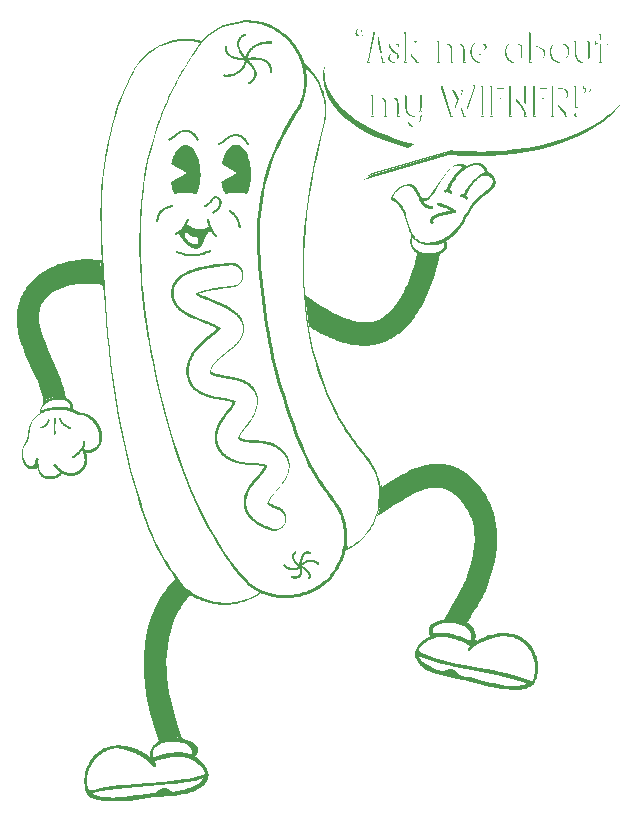
<source format=gbr>
%TF.GenerationSoftware,KiCad,Pcbnew,7.0.6*%
%TF.CreationDate,2023-07-13T14:25:20-05:00*%
%TF.ProjectId,SAO_AMAMW,53414f5f-414d-4414-9d57-2e6b69636164,rev?*%
%TF.SameCoordinates,Original*%
%TF.FileFunction,Legend,Top*%
%TF.FilePolarity,Positive*%
%FSLAX46Y46*%
G04 Gerber Fmt 4.6, Leading zero omitted, Abs format (unit mm)*
G04 Created by KiCad (PCBNEW 7.0.6) date 2023-07-13 14:25:20*
%MOMM*%
%LPD*%
G01*
G04 APERTURE LIST*
%ADD10O,1.727200X1.727200*%
%ADD11R,1.727200X1.727200*%
%ADD12C,1.727200*%
G04 APERTURE END LIST*
%TO.C,X1*%
G36*
X127954571Y-124410112D02*
G01*
X127954567Y-124410112D01*
X127954570Y-124410110D01*
X127954571Y-124410112D01*
G37*
G36*
X132261990Y-127185579D02*
G01*
X132261990Y-127185594D01*
X132261988Y-127185577D01*
X132261990Y-127185579D01*
G37*
G36*
X139958726Y-109680754D02*
G01*
X139958721Y-109680757D01*
X139958721Y-109680749D01*
X139958726Y-109680754D01*
G37*
G36*
X140072493Y-109625191D02*
G01*
X140072491Y-109625192D01*
X140072491Y-109625184D01*
X140072493Y-109625191D01*
G37*
G36*
X148759823Y-79299180D02*
G01*
X148759815Y-79299180D01*
X148759797Y-79299155D01*
X148759823Y-79299180D01*
G37*
G36*
X150044886Y-71500330D02*
G01*
X150044895Y-71500322D01*
X150044903Y-71500322D01*
X150044886Y-71500330D01*
G37*
G36*
X158723365Y-66941090D02*
G01*
X158722698Y-66941430D01*
X158723492Y-66940759D01*
X158723365Y-66941090D01*
G37*
G36*
X131722241Y-65326005D02*
G01*
X131703720Y-65344530D01*
X131616406Y-65286317D01*
X131616406Y-65281030D01*
X131722241Y-65326005D01*
G37*
G36*
X146969647Y-66197542D02*
G01*
X146839474Y-66197542D01*
X146557690Y-64903734D01*
X146620922Y-64612955D01*
X146624630Y-64612955D01*
X146969647Y-66197542D01*
G37*
G36*
X158844677Y-65257211D02*
G01*
X158826406Y-65250016D01*
X158802903Y-65240315D01*
X158744656Y-65215677D01*
X158844677Y-65215677D01*
X158844677Y-65257211D01*
G37*
G36*
X131465357Y-65703256D02*
G01*
X131440873Y-65741651D01*
X131390851Y-65818132D01*
X131288326Y-65971589D01*
X131338347Y-65894240D01*
X131388865Y-65817139D01*
X131489407Y-65664674D01*
X131465357Y-65703256D01*
G37*
G36*
X152335891Y-114093138D02*
G01*
X152280265Y-114098305D01*
X152169239Y-114109880D01*
X152196260Y-114106041D01*
X152223684Y-114102480D01*
X152251420Y-114099229D01*
X152279372Y-114096320D01*
X152307449Y-114093782D01*
X152335556Y-114091648D01*
X152363602Y-114089949D01*
X152391491Y-114088716D01*
X152335891Y-114093138D01*
G37*
G36*
X153091305Y-79733095D02*
G01*
X153054471Y-79708651D01*
X153017389Y-79684891D01*
X152980059Y-79661750D01*
X152942480Y-79639168D01*
X152904653Y-79617082D01*
X152866579Y-79595430D01*
X152789684Y-79553178D01*
X152904629Y-79533337D01*
X153005782Y-79517463D01*
X153090168Y-79505557D01*
X153154812Y-79497621D01*
X153091305Y-79733095D01*
G37*
G36*
X129935309Y-111411012D02*
G01*
X129942254Y-111418614D01*
X129949199Y-111426030D01*
X129956145Y-111433290D01*
X129970036Y-111447468D01*
X129983929Y-111461397D01*
X129980456Y-111458360D01*
X129976982Y-111455208D01*
X129970036Y-111448585D01*
X129963090Y-111441589D01*
X129956145Y-111434283D01*
X129949199Y-111426728D01*
X129942254Y-111418987D01*
X129928364Y-111403192D01*
X129935309Y-111411012D01*
G37*
G36*
X136052189Y-111569136D02*
G01*
X136104072Y-111602291D01*
X136130184Y-111618529D01*
X136156451Y-111634456D01*
X136182904Y-111650011D01*
X136209576Y-111665132D01*
X136182904Y-111650045D01*
X136156451Y-111634720D01*
X136130184Y-111619115D01*
X136104072Y-111603190D01*
X136078084Y-111586905D01*
X136052189Y-111570219D01*
X136026356Y-111553093D01*
X136000553Y-111535486D01*
X136052189Y-111569136D01*
G37*
G36*
X146540698Y-69816169D02*
G01*
X146533914Y-69822093D01*
X146527165Y-69828091D01*
X146520478Y-69834213D01*
X146513881Y-69840509D01*
X146507400Y-69847029D01*
X146504212Y-69850388D01*
X146501064Y-69853822D01*
X146501064Y-69835832D01*
X146527460Y-69819093D01*
X146534075Y-69815095D01*
X146540733Y-69811272D01*
X146547454Y-69807672D01*
X146550844Y-69805971D01*
X146554256Y-69804345D01*
X146540698Y-69816169D01*
G37*
G36*
X155972393Y-66605729D02*
G01*
X155972068Y-66608729D01*
X155971842Y-66610592D01*
X155971569Y-66612672D01*
X155958508Y-66621330D01*
X155945273Y-66629938D01*
X155931494Y-66638646D01*
X155924283Y-66643083D01*
X155916798Y-66647600D01*
X155928692Y-66638474D01*
X155939473Y-66630052D01*
X155948995Y-66622492D01*
X155957112Y-66615951D01*
X155968550Y-66606562D01*
X155972622Y-66603151D01*
X155972393Y-66605729D01*
G37*
G36*
X129861109Y-124204305D02*
G01*
X129891529Y-124208025D01*
X129921765Y-124212242D01*
X129951845Y-124216955D01*
X129981802Y-124222164D01*
X130011666Y-124227869D01*
X130041468Y-124234071D01*
X130071240Y-124240770D01*
X130072562Y-124242095D01*
X130073224Y-124242755D01*
X130073887Y-124243410D01*
X130012411Y-124231481D01*
X129951185Y-124220168D01*
X129890455Y-124209895D01*
X129860355Y-124205279D01*
X129830471Y-124201082D01*
X129861109Y-124204305D01*
G37*
G36*
X130395727Y-111835211D02*
G01*
X130448436Y-111875184D01*
X130501890Y-111914722D01*
X130556089Y-111953857D01*
X130611031Y-111992619D01*
X130666718Y-112031039D01*
X130723148Y-112069149D01*
X130780323Y-112106981D01*
X130723148Y-112070018D01*
X130666718Y-112032527D01*
X130611031Y-111994478D01*
X130556089Y-111955840D01*
X130501890Y-111916581D01*
X130448436Y-111876670D01*
X130395727Y-111836077D01*
X130343762Y-111794771D01*
X130395727Y-111835211D01*
G37*
G36*
X152135577Y-65268927D02*
G01*
X152128794Y-65274847D01*
X152122045Y-65280862D01*
X152115357Y-65287014D01*
X152108760Y-65293342D01*
X152102279Y-65299886D01*
X152099092Y-65303252D01*
X152095944Y-65306688D01*
X152095944Y-65288698D01*
X152109057Y-65280320D01*
X152115636Y-65276157D01*
X152122242Y-65272065D01*
X152128886Y-65268084D01*
X152135576Y-65264254D01*
X152142323Y-65260617D01*
X152149136Y-65257211D01*
X152135577Y-65268927D01*
G37*
G36*
X127787267Y-126243758D02*
G01*
X127797478Y-126288247D01*
X127808185Y-126332142D01*
X127819637Y-126375688D01*
X127789830Y-126336617D01*
X127774849Y-126317409D01*
X127759775Y-126298437D01*
X127744577Y-126279711D01*
X127729224Y-126261246D01*
X127713685Y-126243053D01*
X127697929Y-126225145D01*
X127707850Y-126222055D01*
X127717771Y-126218775D01*
X127737614Y-126211883D01*
X127757458Y-126204942D01*
X127767380Y-126201602D01*
X127777302Y-126198427D01*
X127787267Y-126243758D01*
G37*
G36*
X136301516Y-111719834D02*
G01*
X136310445Y-111724701D01*
X136319374Y-111729454D01*
X136328303Y-111734071D01*
X136337233Y-111738530D01*
X136346162Y-111742810D01*
X136355091Y-111746889D01*
X136350627Y-111745382D01*
X136346162Y-111743744D01*
X136341697Y-111741980D01*
X136337233Y-111740094D01*
X136332768Y-111738093D01*
X136328303Y-111735980D01*
X136319374Y-111731440D01*
X136310445Y-111726516D01*
X136301516Y-111721248D01*
X136292586Y-111715676D01*
X136283657Y-111709840D01*
X136301516Y-111719834D01*
G37*
G36*
X162660337Y-70300768D02*
G01*
X162636263Y-70317963D01*
X162611320Y-70334336D01*
X162585535Y-70349927D01*
X162558935Y-70364779D01*
X162531550Y-70378933D01*
X162503405Y-70392431D01*
X162474528Y-70405313D01*
X162444948Y-70417622D01*
X162414692Y-70429398D01*
X162352260Y-70451520D01*
X162287454Y-70472012D01*
X162220493Y-70491205D01*
X162192181Y-70452569D01*
X162260423Y-70435157D01*
X162327106Y-70417249D01*
X162392035Y-70398547D01*
X162455013Y-70378754D01*
X162515846Y-70357571D01*
X162545397Y-70346366D01*
X162574338Y-70334701D01*
X162602644Y-70322541D01*
X162630292Y-70309846D01*
X162657257Y-70296581D01*
X162683514Y-70282709D01*
X162660337Y-70300768D01*
G37*
G36*
X164566288Y-67005052D02*
G01*
X164764202Y-67005052D01*
X164768842Y-67012793D01*
X164773506Y-67020316D01*
X164778149Y-67027582D01*
X164782727Y-67034552D01*
X164787194Y-67041187D01*
X164791507Y-67047448D01*
X164799491Y-67058695D01*
X164806321Y-67067983D01*
X164811642Y-67075001D01*
X164816326Y-67080987D01*
X164452526Y-67080987D01*
X164452526Y-66932290D01*
X164467712Y-66922459D01*
X164482690Y-66912182D01*
X164497427Y-66901408D01*
X164504694Y-66895819D01*
X164511888Y-66890088D01*
X164519004Y-66884209D01*
X164526038Y-66878174D01*
X164532987Y-66871978D01*
X164539845Y-66865615D01*
X164546608Y-66859078D01*
X164553273Y-66852362D01*
X164559834Y-66845459D01*
X164566288Y-66838365D01*
X164566288Y-67005052D01*
G37*
G36*
X157038758Y-69993869D02*
G01*
X157042414Y-69994120D01*
X157046151Y-69994530D01*
X157049965Y-69995090D01*
X157053851Y-69995792D01*
X157057803Y-69996630D01*
X157061815Y-69997595D01*
X157065882Y-69998679D01*
X157074159Y-70001174D01*
X157082591Y-70004054D01*
X157091133Y-70007257D01*
X157099743Y-70010721D01*
X157099743Y-70149362D01*
X157080921Y-70136918D01*
X157060273Y-70124162D01*
X157034691Y-70109540D01*
X157020650Y-70102113D01*
X157006095Y-70094918D01*
X156991267Y-70088191D01*
X156976404Y-70082163D01*
X156961748Y-70077069D01*
X156947537Y-70073141D01*
X156934013Y-70070613D01*
X156927582Y-70069947D01*
X156921413Y-70069719D01*
X156580105Y-70069719D01*
X156580105Y-69993783D01*
X157035191Y-69993783D01*
X157038758Y-69993869D01*
G37*
G36*
X157303054Y-69156168D02*
G01*
X157305561Y-69156326D01*
X157308085Y-69156579D01*
X157310623Y-69156920D01*
X157313176Y-69157339D01*
X157315742Y-69157830D01*
X157320907Y-69158990D01*
X157326108Y-69160337D01*
X157331337Y-69161805D01*
X157341839Y-69164842D01*
X157368832Y-69315393D01*
X157351588Y-69302370D01*
X157332234Y-69289022D01*
X157320515Y-69281494D01*
X157307679Y-69273721D01*
X157293910Y-69265948D01*
X157279392Y-69258420D01*
X157264306Y-69251380D01*
X157248837Y-69245072D01*
X157233168Y-69239741D01*
X157217483Y-69235631D01*
X157209691Y-69234110D01*
X157201964Y-69232985D01*
X157194324Y-69232288D01*
X157186794Y-69232049D01*
X156580105Y-69232049D01*
X156580105Y-69156114D01*
X157300564Y-69156114D01*
X157303054Y-69156168D01*
G37*
G36*
X160646082Y-69993869D02*
G01*
X160649739Y-69994120D01*
X160653477Y-69994530D01*
X160657293Y-69995090D01*
X160661179Y-69995792D01*
X160665131Y-69996630D01*
X160669144Y-69997595D01*
X160673211Y-69998679D01*
X160681489Y-70001174D01*
X160689921Y-70004054D01*
X160698463Y-70007257D01*
X160707073Y-70010721D01*
X160707073Y-70149362D01*
X160688288Y-70136918D01*
X160667672Y-70124162D01*
X160642119Y-70109540D01*
X160628089Y-70102113D01*
X160613541Y-70094918D01*
X160598714Y-70088191D01*
X160583847Y-70082163D01*
X160569179Y-70077069D01*
X160554947Y-70073141D01*
X160541392Y-70070613D01*
X160534942Y-70069947D01*
X160528751Y-70069719D01*
X160187702Y-70069719D01*
X160187702Y-69993783D01*
X160642513Y-69993783D01*
X160646082Y-69993869D01*
G37*
G36*
X160910124Y-69156168D02*
G01*
X160912631Y-69156326D01*
X160915155Y-69156579D01*
X160917693Y-69156920D01*
X160920246Y-69157339D01*
X160922811Y-69157830D01*
X160927975Y-69158990D01*
X160933176Y-69160337D01*
X160938405Y-69161805D01*
X160948910Y-69164842D01*
X160976162Y-69315393D01*
X160958956Y-69302370D01*
X160939634Y-69289022D01*
X160927931Y-69281494D01*
X160915110Y-69273721D01*
X160901352Y-69265948D01*
X160886839Y-69258420D01*
X160871755Y-69251380D01*
X160856280Y-69245072D01*
X160840598Y-69239741D01*
X160824890Y-69235631D01*
X160817083Y-69234110D01*
X160809338Y-69232985D01*
X160801678Y-69232288D01*
X160794125Y-69232049D01*
X160187702Y-69232049D01*
X160187702Y-69156114D01*
X160907635Y-69156114D01*
X160910124Y-69156168D01*
G37*
G36*
X166073707Y-65394089D02*
G01*
X166077321Y-65394332D01*
X166081023Y-65394728D01*
X166084806Y-65395271D01*
X166088665Y-65395953D01*
X166092595Y-65396768D01*
X166096589Y-65397709D01*
X166100641Y-65398768D01*
X166108899Y-65401214D01*
X166117321Y-65404052D01*
X166125861Y-65407224D01*
X166134472Y-65410676D01*
X166134472Y-65549577D01*
X166115691Y-65537134D01*
X166095084Y-65524380D01*
X166069551Y-65509759D01*
X166055534Y-65502332D01*
X166041003Y-65495139D01*
X166026197Y-65488412D01*
X166011355Y-65482385D01*
X165996716Y-65477291D01*
X165982520Y-65473363D01*
X165969004Y-65470836D01*
X165962577Y-65470170D01*
X165956410Y-65469942D01*
X165816181Y-65469942D01*
X165816181Y-65394006D01*
X166070187Y-65394006D01*
X166073707Y-65394089D01*
G37*
G36*
X150336208Y-70888605D02*
G01*
X150328907Y-70920306D01*
X150320402Y-70950811D01*
X150310699Y-70980110D01*
X150299802Y-71008191D01*
X150287719Y-71035043D01*
X150274453Y-71060654D01*
X150260010Y-71085013D01*
X150244396Y-71108109D01*
X150227617Y-71129931D01*
X150209676Y-71150467D01*
X150190581Y-71169706D01*
X150170336Y-71187638D01*
X150148947Y-71204250D01*
X150126419Y-71219531D01*
X150102758Y-71233470D01*
X150077969Y-71246057D01*
X150090963Y-71232721D01*
X150103451Y-71218810D01*
X150115426Y-71204324D01*
X150126886Y-71189265D01*
X150137824Y-71173634D01*
X150148237Y-71157432D01*
X150158119Y-71140661D01*
X150167467Y-71123321D01*
X150176275Y-71105414D01*
X150184540Y-71086940D01*
X150192255Y-71067901D01*
X150199417Y-71048299D01*
X150206021Y-71028133D01*
X150212062Y-71007407D01*
X150217537Y-70986119D01*
X150222439Y-70964273D01*
X150222439Y-69762536D01*
X150336208Y-69762536D01*
X150336208Y-70888605D01*
G37*
G36*
X153100086Y-69379799D02*
G01*
X153109221Y-69391617D01*
X153118027Y-69403720D01*
X153122256Y-69409865D01*
X153126341Y-69416066D01*
X153130261Y-69422315D01*
X153133997Y-69428609D01*
X153137527Y-69434942D01*
X153140832Y-69441308D01*
X153143890Y-69447702D01*
X153146680Y-69454118D01*
X153149184Y-69460552D01*
X153151379Y-69466997D01*
X153492428Y-70137987D01*
X153090786Y-71210870D01*
X153051357Y-71088365D01*
X153378651Y-70213914D01*
X153037602Y-69542932D01*
X153034916Y-69535076D01*
X153031794Y-69527196D01*
X153028268Y-69519311D01*
X153024375Y-69511436D01*
X153020146Y-69503592D01*
X153015618Y-69495795D01*
X153010824Y-69488063D01*
X153005799Y-69480415D01*
X152995190Y-69465439D01*
X152984066Y-69451011D01*
X152972702Y-69437274D01*
X152961370Y-69424370D01*
X152950345Y-69412443D01*
X152939901Y-69401635D01*
X152930311Y-69392090D01*
X152921851Y-69383951D01*
X152904781Y-69368310D01*
X153090786Y-69368310D01*
X153100086Y-69379799D01*
G37*
G36*
X165512628Y-64614172D02*
G01*
X165519619Y-64627066D01*
X165522925Y-64633587D01*
X165526070Y-64640139D01*
X165529032Y-64646705D01*
X165531786Y-64653271D01*
X165534307Y-64659822D01*
X165536571Y-64666341D01*
X165538554Y-64672816D01*
X165540231Y-64679229D01*
X165541577Y-64685567D01*
X165542569Y-64691813D01*
X165543182Y-64697954D01*
X165543392Y-64703973D01*
X165543392Y-65140001D01*
X165429623Y-65140001D01*
X165429623Y-64779642D01*
X165429362Y-64772799D01*
X165428601Y-64765782D01*
X165427373Y-64758616D01*
X165425712Y-64751328D01*
X165423651Y-64743942D01*
X165421223Y-64736485D01*
X165418462Y-64728981D01*
X165415401Y-64721458D01*
X165412073Y-64713940D01*
X165408512Y-64706453D01*
X165400824Y-64691675D01*
X165392602Y-64677330D01*
X165384113Y-64663622D01*
X165375625Y-64650758D01*
X165367403Y-64638943D01*
X165359714Y-64628382D01*
X165352826Y-64619281D01*
X165338604Y-64601579D01*
X165505291Y-64601579D01*
X165512628Y-64614172D01*
G37*
G36*
X140046498Y-109610351D02*
G01*
X140046906Y-109611376D01*
X140047259Y-109612391D01*
X140047563Y-109613399D01*
X140047819Y-109614400D01*
X140048033Y-109615398D01*
X140048208Y-109616392D01*
X140048348Y-109617384D01*
X140048458Y-109618377D01*
X140048540Y-109619371D01*
X140048638Y-109621371D01*
X140048674Y-109623396D01*
X140048679Y-109625459D01*
X140046199Y-109625939D01*
X140043723Y-109626483D01*
X140041255Y-109627086D01*
X140038798Y-109627745D01*
X140033934Y-109629212D01*
X140029163Y-109630849D01*
X140024517Y-109632622D01*
X140020027Y-109634497D01*
X140015724Y-109636439D01*
X140011639Y-109638414D01*
X140013187Y-109635994D01*
X140014852Y-109633691D01*
X140016625Y-109631496D01*
X140018500Y-109629402D01*
X140020467Y-109627401D01*
X140022520Y-109625485D01*
X140024650Y-109623647D01*
X140026850Y-109621879D01*
X140029112Y-109620173D01*
X140031428Y-109618521D01*
X140033791Y-109616916D01*
X140036193Y-109615349D01*
X140041081Y-109612301D01*
X140046032Y-109609315D01*
X140046498Y-109610351D01*
G37*
G36*
X140068072Y-109622550D02*
G01*
X140068437Y-109622562D01*
X140068764Y-109622586D01*
X140069059Y-109622625D01*
X140069198Y-109622652D01*
X140069331Y-109622684D01*
X140069461Y-109622722D01*
X140069588Y-109622766D01*
X140069713Y-109622817D01*
X140069838Y-109622875D01*
X140069962Y-109622940D01*
X140070087Y-109623014D01*
X140070214Y-109623097D01*
X140070345Y-109623189D01*
X140070618Y-109623402D01*
X140070915Y-109623658D01*
X140071242Y-109623961D01*
X140071609Y-109624313D01*
X140072491Y-109625184D01*
X140071612Y-109625179D01*
X140071246Y-109625167D01*
X140070919Y-109625143D01*
X140070623Y-109625104D01*
X140070484Y-109625077D01*
X140070350Y-109625045D01*
X140070220Y-109625007D01*
X140070093Y-109624963D01*
X140069968Y-109624913D01*
X140069843Y-109624854D01*
X140069719Y-109624789D01*
X140069594Y-109624715D01*
X140069467Y-109624632D01*
X140069337Y-109624540D01*
X140069064Y-109624327D01*
X140068768Y-109624071D01*
X140068441Y-109623769D01*
X140068075Y-109623416D01*
X140067196Y-109622545D01*
X140068072Y-109622550D01*
G37*
G36*
X153828561Y-69380190D02*
G01*
X153830552Y-69386244D01*
X153832385Y-69392361D01*
X153834036Y-69398531D01*
X153835483Y-69404743D01*
X153836700Y-69410988D01*
X153837666Y-69417256D01*
X153838355Y-69423536D01*
X153838744Y-69429818D01*
X153838810Y-69436092D01*
X153838529Y-69442349D01*
X153837877Y-69448578D01*
X153836831Y-69454769D01*
X153835367Y-69460912D01*
X153833462Y-69466997D01*
X153636349Y-69921815D01*
X153595608Y-69829477D01*
X153719959Y-69542932D01*
X153722170Y-69535751D01*
X153723811Y-69528460D01*
X153724916Y-69521082D01*
X153725518Y-69513638D01*
X153725648Y-69506151D01*
X153725341Y-69498642D01*
X153724627Y-69491134D01*
X153723541Y-69483650D01*
X153722115Y-69476210D01*
X153720380Y-69468837D01*
X153718371Y-69461553D01*
X153716120Y-69454381D01*
X153713659Y-69447342D01*
X153711020Y-69440458D01*
X153705343Y-69427246D01*
X153699350Y-69414920D01*
X153693302Y-69403657D01*
X153687459Y-69393635D01*
X153682084Y-69385029D01*
X153673781Y-69372776D01*
X153670483Y-69368310D01*
X153824200Y-69368310D01*
X153828561Y-69380190D01*
G37*
G36*
X153856631Y-114309443D02*
G01*
X153908765Y-114327562D01*
X153960384Y-114346617D01*
X154011369Y-114366691D01*
X154061597Y-114387869D01*
X154110948Y-114410235D01*
X154159299Y-114433871D01*
X154206532Y-114458864D01*
X154206267Y-114458872D01*
X154206020Y-114458896D01*
X154205788Y-114458936D01*
X154205572Y-114458989D01*
X154205371Y-114459055D01*
X154205184Y-114459133D01*
X154205011Y-114459221D01*
X154204851Y-114459319D01*
X154204704Y-114459426D01*
X154204569Y-114459540D01*
X154204446Y-114459660D01*
X154204334Y-114459786D01*
X154204233Y-114459916D01*
X154204142Y-114460049D01*
X154204061Y-114460184D01*
X154203988Y-114460321D01*
X154203924Y-114460457D01*
X154203868Y-114460593D01*
X154203778Y-114460856D01*
X154203713Y-114461102D01*
X154203670Y-114461323D01*
X154203644Y-114461509D01*
X154203630Y-114461653D01*
X154203625Y-114461778D01*
X154155724Y-114437463D01*
X154107116Y-114414107D01*
X154057864Y-114391674D01*
X154008030Y-114370131D01*
X153957675Y-114349444D01*
X153906861Y-114329578D01*
X153855650Y-114310501D01*
X153804104Y-114292177D01*
X153856631Y-114309443D01*
G37*
G36*
X154859747Y-68989872D02*
G01*
X154861786Y-68996031D01*
X154863666Y-69002248D01*
X154865363Y-69008510D01*
X154866853Y-69014803D01*
X154868112Y-69021114D01*
X154869116Y-69027429D01*
X154869841Y-69033735D01*
X154870262Y-69040018D01*
X154870357Y-69046265D01*
X154870100Y-69052462D01*
X154869467Y-69058595D01*
X154868436Y-69064651D01*
X154866981Y-69070617D01*
X154865078Y-69076478D01*
X154178753Y-71210870D01*
X154130596Y-71082811D01*
X154751309Y-69152406D01*
X154753472Y-69145574D01*
X154755070Y-69138586D01*
X154756137Y-69131468D01*
X154756705Y-69124242D01*
X154756806Y-69116935D01*
X154756473Y-69109569D01*
X154755738Y-69102171D01*
X154754635Y-69094763D01*
X154753195Y-69087371D01*
X154751451Y-69080019D01*
X154749435Y-69072731D01*
X154747181Y-69065532D01*
X154744721Y-69058445D01*
X154742087Y-69051497D01*
X154736428Y-69038110D01*
X154730466Y-69025567D01*
X154724460Y-69014062D01*
X154718671Y-69003791D01*
X154713360Y-68994950D01*
X154705211Y-68982336D01*
X154702099Y-68977785D01*
X154855290Y-68977785D01*
X154859747Y-68989872D01*
G37*
G36*
X158835027Y-66870883D02*
G01*
X158832579Y-66876994D01*
X158827142Y-66889308D01*
X158821102Y-66901639D01*
X158814604Y-66913858D01*
X158807792Y-66925837D01*
X158800813Y-66937447D01*
X158793810Y-66948560D01*
X158786929Y-66959048D01*
X158780315Y-66968782D01*
X158774112Y-66977635D01*
X158763522Y-66992183D01*
X158753658Y-67005052D01*
X159042843Y-67005052D01*
X159047527Y-67012793D01*
X159052224Y-67020316D01*
X159056889Y-67027582D01*
X159061480Y-67034552D01*
X159065953Y-67041187D01*
X159070265Y-67047448D01*
X159078232Y-67058695D01*
X159085033Y-67067983D01*
X159090320Y-67075001D01*
X159094967Y-67080987D01*
X158639889Y-67080987D01*
X158649752Y-67068155D01*
X158660343Y-67053641D01*
X158673159Y-67035083D01*
X158687041Y-67013499D01*
X158694020Y-67001890D01*
X158700831Y-66989906D01*
X158707328Y-66977674D01*
X158713367Y-66965320D01*
X158718804Y-66952973D01*
X158723365Y-66941090D01*
X158744114Y-66930510D01*
X158768817Y-66916129D01*
X158792584Y-66900406D01*
X158815405Y-66883314D01*
X158837269Y-66864824D01*
X158835027Y-66870883D01*
G37*
G36*
X140003697Y-109649003D02*
G01*
X140002269Y-109651515D01*
X140000962Y-109654088D01*
X139999771Y-109656723D01*
X139998692Y-109659421D01*
X139997723Y-109662180D01*
X139996858Y-109665001D01*
X139996094Y-109667884D01*
X139995427Y-109670829D01*
X139994853Y-109673836D01*
X139994369Y-109676906D01*
X139993969Y-109680037D01*
X139993651Y-109683231D01*
X139993410Y-109686486D01*
X139993243Y-109689804D01*
X139993146Y-109693184D01*
X139993115Y-109696626D01*
X139991101Y-109696519D01*
X139989033Y-109696299D01*
X139986918Y-109695966D01*
X139984764Y-109695518D01*
X139982580Y-109694953D01*
X139980372Y-109694272D01*
X139978149Y-109693472D01*
X139975918Y-109692553D01*
X139973687Y-109691513D01*
X139971464Y-109690351D01*
X139969256Y-109689065D01*
X139967071Y-109687656D01*
X139964918Y-109686120D01*
X139962803Y-109684458D01*
X139960735Y-109682668D01*
X139958726Y-109680754D01*
X139964554Y-109676781D01*
X139970169Y-109672775D01*
X139975600Y-109668707D01*
X139980875Y-109664546D01*
X139986027Y-109660262D01*
X139991086Y-109655823D01*
X139996083Y-109651198D01*
X140001049Y-109646356D01*
X140003697Y-109646356D01*
X140003697Y-109649003D01*
G37*
G36*
X147576314Y-69826165D02*
G01*
X147558437Y-69843463D01*
X147549675Y-69852422D01*
X147541044Y-69861599D01*
X147532554Y-69871003D01*
X147524215Y-69880642D01*
X147516037Y-69890527D01*
X147508030Y-69900665D01*
X147500205Y-69911067D01*
X147492572Y-69921739D01*
X147485139Y-69932693D01*
X147477919Y-69943935D01*
X147470920Y-69955476D01*
X147464153Y-69967325D01*
X147462235Y-69964708D01*
X147460256Y-69962208D01*
X147458223Y-69959809D01*
X147456144Y-69957497D01*
X147454026Y-69955258D01*
X147451877Y-69953078D01*
X147447515Y-69948837D01*
X147443115Y-69944657D01*
X147438738Y-69940425D01*
X147436576Y-69938254D01*
X147434442Y-69936026D01*
X147432343Y-69933728D01*
X147430286Y-69931344D01*
X147439456Y-69921307D01*
X147448805Y-69911627D01*
X147458327Y-69902299D01*
X147468013Y-69893314D01*
X147477858Y-69884666D01*
X147487854Y-69876347D01*
X147497994Y-69868350D01*
X147508271Y-69860667D01*
X147518679Y-69853290D01*
X147529210Y-69846214D01*
X147539857Y-69839429D01*
X147550614Y-69832930D01*
X147561472Y-69826708D01*
X147572427Y-69820756D01*
X147583469Y-69815067D01*
X147594593Y-69809633D01*
X147576314Y-69826165D01*
G37*
G36*
X153170926Y-65279292D02*
G01*
X153153050Y-65296563D01*
X153144288Y-65305505D01*
X153135657Y-65314665D01*
X153127167Y-65324053D01*
X153118828Y-65333680D01*
X153110650Y-65343554D01*
X153102644Y-65353686D01*
X153094820Y-65364087D01*
X153087187Y-65374766D01*
X153079756Y-65385733D01*
X153072536Y-65396999D01*
X153065539Y-65408573D01*
X153058773Y-65420465D01*
X153056854Y-65417848D01*
X153054873Y-65415347D01*
X153052840Y-65412948D01*
X153050760Y-65410636D01*
X153048642Y-65408397D01*
X153046493Y-65406216D01*
X153042131Y-65401973D01*
X153037731Y-65397792D01*
X153033353Y-65393559D01*
X153031191Y-65391387D01*
X153029056Y-65389159D01*
X153026956Y-65386860D01*
X153024899Y-65384477D01*
X153034066Y-65374439D01*
X153043407Y-65364760D01*
X153052916Y-65355432D01*
X153062588Y-65346447D01*
X153072416Y-65337799D01*
X153082395Y-65329480D01*
X153092520Y-65321483D01*
X153102783Y-65313800D01*
X153113180Y-65306424D01*
X153123705Y-65299348D01*
X153134351Y-65292565D01*
X153145113Y-65286066D01*
X153155985Y-65279844D01*
X153166962Y-65273894D01*
X153178037Y-65268205D01*
X153189205Y-65262773D01*
X153170926Y-65279292D01*
G37*
G36*
X150091155Y-78529501D02*
G01*
X150091358Y-78529771D01*
X150091549Y-78530055D01*
X150091729Y-78530351D01*
X150092060Y-78530978D01*
X150092356Y-78531643D01*
X150092626Y-78532339D01*
X150092877Y-78533058D01*
X150093351Y-78534536D01*
X150093838Y-78536013D01*
X150094104Y-78536733D01*
X150094395Y-78537429D01*
X150094719Y-78538094D01*
X150095083Y-78538721D01*
X150095282Y-78539017D01*
X150095494Y-78539301D01*
X150095719Y-78539571D01*
X150095959Y-78539827D01*
X150095966Y-78539827D01*
X150098021Y-78543795D01*
X150100009Y-78547763D01*
X150101909Y-78551732D01*
X150103705Y-78555701D01*
X150105376Y-78559670D01*
X150106906Y-78563639D01*
X150108274Y-78567610D01*
X150108892Y-78569595D01*
X150109463Y-78571580D01*
X150107536Y-78569099D01*
X150105724Y-78566614D01*
X150104025Y-78564121D01*
X150102436Y-78561617D01*
X150100953Y-78559097D01*
X150099576Y-78556558D01*
X150098299Y-78553995D01*
X150097122Y-78551405D01*
X150096041Y-78548785D01*
X150095054Y-78546129D01*
X150094157Y-78543434D01*
X150093348Y-78540697D01*
X150092625Y-78537914D01*
X150091984Y-78535080D01*
X150091423Y-78532191D01*
X150090939Y-78529245D01*
X150091155Y-78529501D01*
G37*
G36*
X127670477Y-125870807D02*
G01*
X127673769Y-125878502D01*
X127677215Y-125886297D01*
X127680847Y-125894166D01*
X127684696Y-125902086D01*
X127692917Y-125919615D01*
X127700722Y-125937362D01*
X127708133Y-125955308D01*
X127715167Y-125973434D01*
X127728185Y-126010157D01*
X127739931Y-126047384D01*
X127750561Y-126084970D01*
X127760229Y-126122769D01*
X127769091Y-126160637D01*
X127777302Y-126198427D01*
X127767380Y-126201606D01*
X127757458Y-126204949D01*
X127737614Y-126211889D01*
X127717770Y-126218777D01*
X127707848Y-126222055D01*
X127697926Y-126225145D01*
X127668025Y-126190483D01*
X127637816Y-126156203D01*
X127607234Y-126122387D01*
X127576219Y-126089120D01*
X127544707Y-126056486D01*
X127512638Y-126024567D01*
X127479948Y-125993448D01*
X127446575Y-125963212D01*
X127450264Y-125955862D01*
X127454382Y-125948701D01*
X127458927Y-125941737D01*
X127463895Y-125934980D01*
X127469282Y-125928439D01*
X127475083Y-125922121D01*
X127481295Y-125916038D01*
X127487914Y-125910196D01*
X127494936Y-125904605D01*
X127502358Y-125899274D01*
X127510175Y-125894212D01*
X127518383Y-125889428D01*
X127526979Y-125884930D01*
X127535959Y-125880728D01*
X127545318Y-125876831D01*
X127555054Y-125873247D01*
X127658241Y-125841508D01*
X127670477Y-125870807D01*
G37*
G36*
X139994603Y-109696880D02*
G01*
X139996087Y-109697329D01*
X139997564Y-109697718D01*
X139999029Y-109698052D01*
X140000478Y-109698334D01*
X140001907Y-109698570D01*
X140003314Y-109698762D01*
X140004693Y-109698917D01*
X140007355Y-109699127D01*
X140009861Y-109699236D01*
X140012182Y-109699275D01*
X140014286Y-109699281D01*
X140012296Y-109701253D01*
X140011291Y-109702220D01*
X140010275Y-109703164D01*
X140009243Y-109704076D01*
X140008192Y-109704950D01*
X140007118Y-109705778D01*
X140006017Y-109706551D01*
X140004884Y-109707262D01*
X140003717Y-109707904D01*
X140003119Y-109708196D01*
X140002511Y-109708468D01*
X140001892Y-109708718D01*
X140001262Y-109708947D01*
X140000621Y-109709152D01*
X139999967Y-109709333D01*
X139999301Y-109709488D01*
X139998621Y-109709618D01*
X139997928Y-109709720D01*
X139997221Y-109709795D01*
X139996499Y-109709840D01*
X139995762Y-109709855D01*
X139995296Y-109708821D01*
X139994888Y-109707801D01*
X139994535Y-109706798D01*
X139994231Y-109705814D01*
X139993975Y-109704853D01*
X139993761Y-109703915D01*
X139993586Y-109703004D01*
X139993445Y-109702121D01*
X139993336Y-109701269D01*
X139993254Y-109700451D01*
X139993156Y-109698923D01*
X139993120Y-109697555D01*
X139993115Y-109696367D01*
X139994603Y-109696880D01*
G37*
G36*
X140177768Y-109414553D02*
G01*
X140172078Y-109431686D01*
X140160791Y-109466342D01*
X140155009Y-109483724D01*
X140149010Y-109501048D01*
X140142702Y-109518241D01*
X140135990Y-109535234D01*
X140129572Y-109532004D01*
X140123225Y-109529253D01*
X140116954Y-109526972D01*
X140110770Y-109525149D01*
X140104678Y-109523774D01*
X140098688Y-109522837D01*
X140092806Y-109522327D01*
X140087040Y-109522233D01*
X140081398Y-109522546D01*
X140075889Y-109523255D01*
X140070519Y-109524349D01*
X140065296Y-109525818D01*
X140060228Y-109527652D01*
X140055323Y-109529839D01*
X140050588Y-109532370D01*
X140046032Y-109535234D01*
X140046590Y-109532750D01*
X140047273Y-109530262D01*
X140048079Y-109527769D01*
X140049009Y-109525274D01*
X140050063Y-109522778D01*
X140051241Y-109520280D01*
X140052543Y-109517784D01*
X140053969Y-109515290D01*
X140055520Y-109512798D01*
X140057194Y-109510311D01*
X140058992Y-109507830D01*
X140060914Y-109505355D01*
X140062960Y-109502888D01*
X140065131Y-109500430D01*
X140067425Y-109497982D01*
X140069843Y-109495546D01*
X140097666Y-109469833D01*
X140111656Y-109457132D01*
X140125738Y-109444616D01*
X140139944Y-109432347D01*
X140154305Y-109420388D01*
X140168851Y-109408800D01*
X140183613Y-109397645D01*
X140177768Y-109414553D01*
G37*
G36*
X159118977Y-68990568D02*
G01*
X159125965Y-69003425D01*
X159129270Y-69009942D01*
X159132415Y-69016494D01*
X159135377Y-69023067D01*
X159138130Y-69029643D01*
X159140651Y-69036208D01*
X159142916Y-69042743D01*
X159144899Y-69049234D01*
X159146576Y-69055664D01*
X159147923Y-69062016D01*
X159148915Y-69068275D01*
X159149528Y-69074423D01*
X159149738Y-69080446D01*
X159149738Y-70710275D01*
X159145691Y-70698028D01*
X159141107Y-70685511D01*
X159136014Y-70672745D01*
X159130439Y-70659752D01*
X159124409Y-70646553D01*
X159117952Y-70633168D01*
X159103869Y-70605931D01*
X159088410Y-70578209D01*
X159071794Y-70550174D01*
X159054243Y-70521996D01*
X159035976Y-70493844D01*
X159035969Y-69156381D01*
X159035708Y-69149514D01*
X159034947Y-69142474D01*
X159033719Y-69135287D01*
X159032058Y-69127979D01*
X159029997Y-69120575D01*
X159027569Y-69113100D01*
X159024808Y-69105581D01*
X159021747Y-69098043D01*
X159018420Y-69090511D01*
X159014859Y-69083012D01*
X159007170Y-69068213D01*
X158998948Y-69053850D01*
X158990460Y-69040128D01*
X158981971Y-69027253D01*
X158973749Y-69015430D01*
X158966060Y-69004863D01*
X158959172Y-68995757D01*
X158944950Y-68978052D01*
X159111645Y-68978052D01*
X159118977Y-68990568D01*
G37*
G36*
X163377445Y-68990568D02*
G01*
X163384434Y-69003425D01*
X163387738Y-69009942D01*
X163390884Y-69016494D01*
X163393845Y-69023067D01*
X163396599Y-69029643D01*
X163399120Y-69036208D01*
X163401384Y-69042743D01*
X163403367Y-69049234D01*
X163405044Y-69055664D01*
X163406391Y-69062016D01*
X163407384Y-69068275D01*
X163407997Y-69074423D01*
X163408207Y-69080446D01*
X163408207Y-70767160D01*
X163606121Y-70767160D01*
X163610761Y-70774901D01*
X163615425Y-70782424D01*
X163620068Y-70789690D01*
X163624646Y-70796660D01*
X163629113Y-70803295D01*
X163633426Y-70809556D01*
X163641410Y-70820803D01*
X163648240Y-70830091D01*
X163653561Y-70837109D01*
X163658245Y-70843095D01*
X163294445Y-70843095D01*
X163294437Y-69156381D01*
X163294176Y-69149514D01*
X163293415Y-69142474D01*
X163292188Y-69135287D01*
X163290527Y-69127979D01*
X163288465Y-69120575D01*
X163286038Y-69113100D01*
X163283277Y-69105581D01*
X163280216Y-69098043D01*
X163276888Y-69090511D01*
X163273327Y-69083012D01*
X163265639Y-69068213D01*
X163257417Y-69053850D01*
X163248928Y-69040128D01*
X163240440Y-69027253D01*
X163232218Y-69015430D01*
X163224529Y-69004863D01*
X163217640Y-68995757D01*
X163203419Y-68978052D01*
X163370113Y-68978052D01*
X163377445Y-68990568D01*
G37*
G36*
X140097126Y-109628427D02*
G01*
X140100586Y-109629197D01*
X140104022Y-109630145D01*
X140107424Y-109631268D01*
X140110778Y-109632562D01*
X140114075Y-109634022D01*
X140117302Y-109635645D01*
X140120447Y-109637428D01*
X140123499Y-109639365D01*
X140126447Y-109641453D01*
X140129277Y-109643689D01*
X140131980Y-109646068D01*
X140134543Y-109648586D01*
X140136955Y-109651240D01*
X140139203Y-109654025D01*
X140141277Y-109656938D01*
X140137805Y-109656872D01*
X140134336Y-109656674D01*
X140130876Y-109656340D01*
X140127427Y-109655867D01*
X140123994Y-109655254D01*
X140120580Y-109654497D01*
X140117189Y-109653593D01*
X140113826Y-109652540D01*
X140110494Y-109651334D01*
X140107196Y-109649975D01*
X140103937Y-109648457D01*
X140100721Y-109646780D01*
X140097552Y-109644940D01*
X140094432Y-109642934D01*
X140091367Y-109640759D01*
X140088360Y-109638414D01*
X140088856Y-109637886D01*
X140089347Y-109637299D01*
X140089832Y-109636662D01*
X140090304Y-109635983D01*
X140090761Y-109635271D01*
X140091199Y-109634536D01*
X140091613Y-109633785D01*
X140092000Y-109633029D01*
X140092356Y-109632276D01*
X140092677Y-109631535D01*
X140092960Y-109630815D01*
X140093200Y-109630125D01*
X140093393Y-109629473D01*
X140093536Y-109628869D01*
X140093624Y-109628321D01*
X140093655Y-109627839D01*
X140097126Y-109628427D01*
G37*
G36*
X154046459Y-75743181D02*
G01*
X154058110Y-75752221D01*
X154068288Y-75761925D01*
X154077039Y-75772210D01*
X154084411Y-75782998D01*
X154090450Y-75794206D01*
X154095201Y-75805753D01*
X154098713Y-75817559D01*
X154101031Y-75829543D01*
X154102201Y-75841624D01*
X154102271Y-75853721D01*
X154101287Y-75865753D01*
X154099295Y-75877639D01*
X154096342Y-75889298D01*
X154092474Y-75900649D01*
X154087738Y-75911613D01*
X154082180Y-75922106D01*
X154075847Y-75932049D01*
X154068786Y-75941361D01*
X154061042Y-75949961D01*
X154052663Y-75957768D01*
X154043694Y-75964701D01*
X154034183Y-75970678D01*
X154024176Y-75975620D01*
X154013719Y-75979446D01*
X154002859Y-75982073D01*
X153991643Y-75983423D01*
X153980116Y-75983412D01*
X153968326Y-75981962D01*
X153956319Y-75978990D01*
X153944141Y-75974416D01*
X153931840Y-75968159D01*
X153919460Y-75960138D01*
X153904582Y-75949466D01*
X153889736Y-75939260D01*
X153874951Y-75929487D01*
X153860259Y-75920119D01*
X153845691Y-75911122D01*
X153831279Y-75902467D01*
X153803043Y-75886056D01*
X153830860Y-75865468D01*
X153858948Y-75845375D01*
X153887302Y-75825780D01*
X153915921Y-75806680D01*
X153944801Y-75788077D01*
X153973938Y-75769970D01*
X154003329Y-75752360D01*
X154032970Y-75735246D01*
X154046459Y-75743181D01*
G37*
G36*
X127479948Y-125993459D02*
G01*
X127512638Y-126024603D01*
X127544708Y-126056554D01*
X127576220Y-126089218D01*
X127607236Y-126122501D01*
X127637817Y-126156312D01*
X127668027Y-126190558D01*
X127697926Y-126225145D01*
X127695415Y-126226105D01*
X127692851Y-126227006D01*
X127687590Y-126228665D01*
X127682205Y-126230193D01*
X127676758Y-126231662D01*
X127671311Y-126233144D01*
X127665926Y-126234708D01*
X127660665Y-126236428D01*
X127658100Y-126237368D01*
X127655590Y-126238374D01*
X127638966Y-126243074D01*
X127622838Y-126246301D01*
X127607221Y-126248117D01*
X127592132Y-126248582D01*
X127577585Y-126247758D01*
X127563596Y-126245708D01*
X127550181Y-126242491D01*
X127537355Y-126238171D01*
X127525134Y-126232808D01*
X127513532Y-126226464D01*
X127502567Y-126219200D01*
X127492252Y-126211079D01*
X127482605Y-126202161D01*
X127473639Y-126192508D01*
X127465371Y-126182181D01*
X127457816Y-126171243D01*
X127450989Y-126159754D01*
X127444907Y-126147777D01*
X127439585Y-126135372D01*
X127435037Y-126122601D01*
X127431280Y-126109526D01*
X127428330Y-126096208D01*
X127426201Y-126082709D01*
X127424909Y-126069090D01*
X127424470Y-126055413D01*
X127424899Y-126041740D01*
X127426211Y-126028131D01*
X127428423Y-126014648D01*
X127431549Y-126001354D01*
X127435606Y-125988308D01*
X127440608Y-125975574D01*
X127446571Y-125963212D01*
X127446575Y-125963212D01*
X127479948Y-125993459D01*
G37*
G36*
X140060581Y-109614275D02*
G01*
X140062079Y-109616451D01*
X140062848Y-109617502D01*
X140063640Y-109618533D01*
X140064463Y-109619550D01*
X140065324Y-109620554D01*
X140066233Y-109621551D01*
X140067196Y-109622545D01*
X140065097Y-109622550D01*
X140062812Y-109622586D01*
X140060404Y-109622684D01*
X140059173Y-109622766D01*
X140057934Y-109622876D01*
X140056695Y-109623016D01*
X140055464Y-109623191D01*
X140054248Y-109623405D01*
X140053055Y-109623662D01*
X140051894Y-109623965D01*
X140050771Y-109624318D01*
X140049694Y-109624726D01*
X140048672Y-109625192D01*
X140048667Y-109623132D01*
X140048631Y-109621109D01*
X140048533Y-109619110D01*
X140048451Y-109618116D01*
X140048342Y-109617124D01*
X140048202Y-109616132D01*
X140048027Y-109615138D01*
X140047814Y-109614141D01*
X140047558Y-109613139D01*
X140047256Y-109612132D01*
X140046903Y-109611116D01*
X140046497Y-109610091D01*
X140046032Y-109609056D01*
X140048014Y-109607262D01*
X140048510Y-109606830D01*
X140049007Y-109606413D01*
X140049503Y-109606016D01*
X140049999Y-109605643D01*
X140050496Y-109605297D01*
X140050992Y-109604984D01*
X140051488Y-109604707D01*
X140051984Y-109604471D01*
X140052232Y-109604370D01*
X140052480Y-109604281D01*
X140052728Y-109604203D01*
X140052976Y-109604139D01*
X140053224Y-109604088D01*
X140053471Y-109604051D01*
X140053719Y-109604028D01*
X140053967Y-109604020D01*
X140060581Y-109614275D01*
G37*
G36*
X147101940Y-66826723D02*
G01*
X147103108Y-66833577D01*
X147103707Y-66840627D01*
X147103773Y-66847846D01*
X147103341Y-66855207D01*
X147102445Y-66862682D01*
X147101120Y-66870246D01*
X147099401Y-66877869D01*
X147097322Y-66885526D01*
X147094920Y-66893189D01*
X147092227Y-66900831D01*
X147089280Y-66908426D01*
X147086113Y-66915944D01*
X147079259Y-66930648D01*
X147071943Y-66944725D01*
X147064445Y-66957959D01*
X147057042Y-66970133D01*
X147050013Y-66981029D01*
X147043638Y-66990431D01*
X147033960Y-67003882D01*
X147030239Y-67008752D01*
X147310436Y-67008752D01*
X147316133Y-67016539D01*
X147321784Y-67024096D01*
X147327348Y-67031384D01*
X147332777Y-67038368D01*
X147343058Y-67051269D01*
X147352269Y-67062498D01*
X147360055Y-67071755D01*
X147366058Y-67078740D01*
X147371288Y-67084688D01*
X146916470Y-67084688D01*
X146929868Y-67066366D01*
X146943272Y-67046068D01*
X146950675Y-67033895D01*
X146958174Y-67020661D01*
X146965490Y-67006583D01*
X146972344Y-66991880D01*
X146978458Y-66976767D01*
X146983553Y-66961462D01*
X146987350Y-66946181D01*
X146988675Y-66938618D01*
X146989571Y-66931142D01*
X146990004Y-66923781D01*
X146989938Y-66916562D01*
X146989338Y-66909512D01*
X146988171Y-66902658D01*
X146908535Y-66500757D01*
X146210560Y-66500757D01*
X146226437Y-66424821D01*
X147022305Y-66424821D01*
X147101940Y-66826723D01*
G37*
G36*
X122146426Y-128595700D02*
G01*
X122148746Y-128603337D01*
X122151253Y-128610851D01*
X122153915Y-128618303D01*
X122165493Y-128648729D01*
X122164005Y-128647660D01*
X122162520Y-128646539D01*
X122161044Y-128645371D01*
X122159579Y-128644158D01*
X122158130Y-128642905D01*
X122156700Y-128641615D01*
X122155294Y-128640293D01*
X122153915Y-128638942D01*
X122152566Y-128637566D01*
X122151253Y-128636170D01*
X122149978Y-128634756D01*
X122148746Y-128633329D01*
X122147561Y-128631892D01*
X122146426Y-128630450D01*
X122145345Y-128629006D01*
X122144322Y-128627565D01*
X122140348Y-128622642D01*
X122138352Y-128620283D01*
X122136344Y-128617992D01*
X122134320Y-128615769D01*
X122132277Y-128613615D01*
X122130211Y-128611528D01*
X122128118Y-128609510D01*
X122125993Y-128607560D01*
X122123834Y-128605678D01*
X122121636Y-128603865D01*
X122119395Y-128602120D01*
X122117108Y-128600444D01*
X122114770Y-128598836D01*
X122112378Y-128597297D01*
X122109928Y-128595827D01*
X122111942Y-128594865D01*
X122114010Y-128593965D01*
X122116125Y-128593127D01*
X122118278Y-128592351D01*
X122120463Y-128591636D01*
X122122671Y-128590984D01*
X122124894Y-128590394D01*
X122127125Y-128589866D01*
X122129356Y-128589400D01*
X122131579Y-128588996D01*
X122133787Y-128588654D01*
X122135971Y-128588374D01*
X122138125Y-128588157D01*
X122140240Y-128588001D01*
X122142308Y-128587908D01*
X122144322Y-128587877D01*
X122146426Y-128595700D01*
G37*
G36*
X129206054Y-128777104D02*
G01*
X129212533Y-128792096D01*
X129217600Y-128807394D01*
X129221299Y-128822918D01*
X129223676Y-128838590D01*
X129224778Y-128854330D01*
X129224649Y-128870058D01*
X129223335Y-128885695D01*
X129220882Y-128901161D01*
X129217334Y-128916378D01*
X129212738Y-128931265D01*
X129207140Y-128945743D01*
X129200584Y-128959733D01*
X129193116Y-128973155D01*
X129184782Y-128985929D01*
X129175627Y-128997978D01*
X129165697Y-129009220D01*
X129155038Y-129019576D01*
X129143695Y-129028967D01*
X129131713Y-129037314D01*
X129119138Y-129044537D01*
X129106015Y-129050557D01*
X129092391Y-129055293D01*
X129078310Y-129058668D01*
X129063819Y-129060600D01*
X129048962Y-129061012D01*
X129033785Y-129059823D01*
X129018335Y-129056953D01*
X129002655Y-129052324D01*
X128986793Y-129045856D01*
X128970793Y-129037470D01*
X128954701Y-129027086D01*
X128906351Y-128992233D01*
X128856638Y-128958135D01*
X128831309Y-128941744D01*
X128805685Y-128925992D01*
X128779782Y-128911028D01*
X128753616Y-128897003D01*
X128727201Y-128884066D01*
X128700554Y-128872367D01*
X128673690Y-128862057D01*
X128646625Y-128853285D01*
X128619373Y-128846201D01*
X128591950Y-128840956D01*
X128564373Y-128837699D01*
X128550531Y-128836863D01*
X128536655Y-128836580D01*
X128536655Y-128831025D01*
X128697309Y-128816559D01*
X128861434Y-128800630D01*
X129028535Y-128782767D01*
X129198116Y-128762498D01*
X129206054Y-128777104D01*
G37*
G36*
X140084063Y-109623537D02*
G01*
X140085411Y-109623709D01*
X140086724Y-109623977D01*
X140087998Y-109624346D01*
X140089230Y-109624820D01*
X140090415Y-109625402D01*
X140091551Y-109626097D01*
X140092098Y-109626488D01*
X140092632Y-109626908D01*
X140093151Y-109627358D01*
X140093655Y-109627839D01*
X140093624Y-109628364D01*
X140093536Y-109628943D01*
X140093394Y-109629569D01*
X140093201Y-109630234D01*
X140092961Y-109630930D01*
X140092679Y-109631649D01*
X140092359Y-109632384D01*
X140092003Y-109633127D01*
X140091616Y-109633869D01*
X140091202Y-109634604D01*
X140090764Y-109635323D01*
X140090307Y-109636019D01*
X140089834Y-109636684D01*
X140089350Y-109637310D01*
X140088857Y-109637889D01*
X140088360Y-109638414D01*
X140084021Y-109636350D01*
X140082868Y-109635775D01*
X140081711Y-109635162D01*
X140080562Y-109634502D01*
X140079433Y-109633788D01*
X140078334Y-109633011D01*
X140077278Y-109632164D01*
X140076276Y-109631240D01*
X140075799Y-109630747D01*
X140075340Y-109630231D01*
X140074901Y-109629692D01*
X140074482Y-109629128D01*
X140074086Y-109628540D01*
X140073714Y-109627925D01*
X140073366Y-109627283D01*
X140073046Y-109626613D01*
X140072754Y-109625914D01*
X140072493Y-109625191D01*
X140073978Y-109624727D01*
X140075461Y-109624329D01*
X140076937Y-109624000D01*
X140078400Y-109623744D01*
X140079849Y-109623567D01*
X140081278Y-109623470D01*
X140082684Y-109623459D01*
X140084063Y-109623537D01*
G37*
G36*
X152278732Y-82010317D02*
G01*
X152290597Y-82011709D01*
X152302332Y-82014277D01*
X152313854Y-82018068D01*
X152325083Y-82023129D01*
X152335940Y-82029507D01*
X152346343Y-82037247D01*
X152356212Y-82046396D01*
X152365467Y-82057001D01*
X152374027Y-82069108D01*
X152381842Y-82081013D01*
X152389407Y-82092918D01*
X152396724Y-82104823D01*
X152403792Y-82116728D01*
X152410613Y-82128634D01*
X152417186Y-82140540D01*
X152423512Y-82152447D01*
X152429592Y-82164354D01*
X152402564Y-82180979D01*
X152375103Y-82197139D01*
X152347271Y-82212865D01*
X152319128Y-82228187D01*
X152290737Y-82243136D01*
X152262160Y-82257744D01*
X152204693Y-82286058D01*
X152199420Y-82275140D01*
X152193753Y-82264191D01*
X152187744Y-82253180D01*
X152181446Y-82242075D01*
X152154423Y-82196107D01*
X152147123Y-82183271D01*
X152141540Y-82170542D01*
X152137595Y-82157967D01*
X152135208Y-82145592D01*
X152134297Y-82133463D01*
X152134782Y-82121627D01*
X152136583Y-82110131D01*
X152139619Y-82099020D01*
X152143811Y-82088343D01*
X152149077Y-82078144D01*
X152155337Y-82068471D01*
X152162511Y-82059370D01*
X152170519Y-82050887D01*
X152179279Y-82043070D01*
X152188712Y-82035964D01*
X152198736Y-82029617D01*
X152209273Y-82024074D01*
X152220240Y-82019382D01*
X152231559Y-82015588D01*
X152243147Y-82012737D01*
X152254926Y-82010878D01*
X152266814Y-82010056D01*
X152278732Y-82010317D01*
G37*
G36*
X140185598Y-109567643D02*
G01*
X140210817Y-109584014D01*
X140223643Y-109592573D01*
X140236530Y-109601381D01*
X140204784Y-109630220D01*
X140203264Y-109631754D01*
X140201682Y-109633278D01*
X140200039Y-109634788D01*
X140198333Y-109636281D01*
X140196565Y-109637752D01*
X140194735Y-109639197D01*
X140192844Y-109640613D01*
X140190890Y-109641995D01*
X140188875Y-109643340D01*
X140186797Y-109644644D01*
X140184658Y-109645903D01*
X140182457Y-109647112D01*
X140180193Y-109648269D01*
X140177868Y-109649369D01*
X140175480Y-109650409D01*
X140173031Y-109651384D01*
X140171993Y-109648454D01*
X140170866Y-109645616D01*
X140169651Y-109642870D01*
X140168352Y-109640213D01*
X140166971Y-109637646D01*
X140165512Y-109635167D01*
X140163977Y-109632776D01*
X140162369Y-109630471D01*
X140160691Y-109628252D01*
X140158947Y-109626118D01*
X140157138Y-109624067D01*
X140155269Y-109622100D01*
X140153341Y-109620214D01*
X140151358Y-109618409D01*
X140147238Y-109615039D01*
X140142931Y-109611982D01*
X140138462Y-109609231D01*
X140133854Y-109606778D01*
X140129129Y-109604617D01*
X140124311Y-109602739D01*
X140119423Y-109601137D01*
X140114489Y-109599804D01*
X140109531Y-109598733D01*
X140112515Y-109590908D01*
X140115528Y-109583270D01*
X140118603Y-109575756D01*
X140121771Y-109568304D01*
X140125062Y-109560853D01*
X140128509Y-109553341D01*
X140132141Y-109545704D01*
X140135990Y-109537881D01*
X140138638Y-109537881D01*
X140185598Y-109567643D01*
G37*
G36*
X149456967Y-81530335D02*
G01*
X149467232Y-81531497D01*
X149477372Y-81533377D01*
X149487326Y-81535961D01*
X149497036Y-81539234D01*
X149506441Y-81543181D01*
X149515483Y-81547787D01*
X149524102Y-81553036D01*
X149532238Y-81558915D01*
X149539833Y-81565407D01*
X149546826Y-81572498D01*
X149553158Y-81580173D01*
X149558770Y-81588416D01*
X149563603Y-81597214D01*
X149567596Y-81606549D01*
X149570691Y-81616409D01*
X149572827Y-81626778D01*
X149573946Y-81637640D01*
X149573988Y-81648980D01*
X149572894Y-81660784D01*
X149570604Y-81673037D01*
X149567059Y-81685724D01*
X149557219Y-81717474D01*
X149552455Y-81733349D01*
X149547876Y-81749223D01*
X149543546Y-81765098D01*
X149539526Y-81780972D01*
X149535879Y-81796847D01*
X149532665Y-81812723D01*
X149522981Y-81802796D01*
X149513731Y-81792838D01*
X149504854Y-81782819D01*
X149496286Y-81772707D01*
X149487967Y-81762471D01*
X149479834Y-81752080D01*
X149471826Y-81741502D01*
X149463879Y-81730707D01*
X149449030Y-81710672D01*
X149434455Y-81690492D01*
X149420155Y-81670219D01*
X149406128Y-81649907D01*
X149378893Y-81609371D01*
X149352749Y-81569307D01*
X149360474Y-81561568D01*
X149368728Y-81554714D01*
X149377450Y-81548729D01*
X149386582Y-81543598D01*
X149396063Y-81539306D01*
X149405834Y-81535839D01*
X149415837Y-81533180D01*
X149426011Y-81531315D01*
X149436297Y-81530230D01*
X149446635Y-81529908D01*
X149456967Y-81530335D01*
G37*
G36*
X153958874Y-71381524D02*
G01*
X153961409Y-71388357D01*
X153963379Y-71395343D01*
X153964815Y-71402458D01*
X153965750Y-71409679D01*
X153966216Y-71416981D01*
X153966243Y-71424340D01*
X153965864Y-71431731D01*
X153965111Y-71439130D01*
X153964015Y-71446513D01*
X153962608Y-71453855D01*
X153960922Y-71461132D01*
X153958989Y-71468320D01*
X153956840Y-71475395D01*
X153954508Y-71482331D01*
X153949419Y-71495694D01*
X153943977Y-71508212D01*
X153938435Y-71519693D01*
X153933049Y-71529942D01*
X153928071Y-71538763D01*
X153920361Y-71551346D01*
X153917517Y-71555620D01*
X154297817Y-71555620D01*
X154301015Y-71563405D01*
X154304329Y-71570961D01*
X154307716Y-71578249D01*
X154311130Y-71585232D01*
X154314528Y-71591873D01*
X154317864Y-71598133D01*
X154321094Y-71603976D01*
X154324173Y-71609363D01*
X154329701Y-71618621D01*
X154334091Y-71625606D01*
X154338032Y-71631555D01*
X153803570Y-71631555D01*
X153814302Y-71614431D01*
X153824666Y-71595362D01*
X153830207Y-71583881D01*
X153835650Y-71571362D01*
X153840738Y-71558000D01*
X153845219Y-71543989D01*
X153848838Y-71529523D01*
X153851341Y-71514798D01*
X153852094Y-71507399D01*
X153852473Y-71500008D01*
X153852446Y-71492650D01*
X153851981Y-71485348D01*
X153851046Y-71478127D01*
X153849609Y-71471011D01*
X153847639Y-71464025D01*
X153845104Y-71457193D01*
X153561474Y-70721391D01*
X153633175Y-70536180D01*
X153958874Y-71381524D01*
G37*
G36*
X139960735Y-109682678D02*
G01*
X139962803Y-109684475D01*
X139964918Y-109686148D01*
X139967071Y-109687698D01*
X139969256Y-109689123D01*
X139971464Y-109690425D01*
X139973687Y-109691603D01*
X139975918Y-109692657D01*
X139978149Y-109693587D01*
X139980372Y-109694393D01*
X139982580Y-109695075D01*
X139984764Y-109695634D01*
X139986918Y-109696068D01*
X139989033Y-109696378D01*
X139991101Y-109696564D01*
X139993115Y-109696626D01*
X139993120Y-109697815D01*
X139993156Y-109699182D01*
X139993195Y-109699927D01*
X139993254Y-109700710D01*
X139993336Y-109701529D01*
X139993445Y-109702381D01*
X139993586Y-109703263D01*
X139993761Y-109704175D01*
X139993975Y-109705112D01*
X139994231Y-109706074D01*
X139994535Y-109707057D01*
X139994888Y-109708060D01*
X139995296Y-109709080D01*
X139995762Y-109710115D01*
X139990741Y-109713356D01*
X139985608Y-109716226D01*
X139980374Y-109718722D01*
X139975050Y-109720839D01*
X139969650Y-109722572D01*
X139964183Y-109723919D01*
X139958663Y-109724874D01*
X139953099Y-109725433D01*
X139947505Y-109725592D01*
X139941891Y-109725347D01*
X139936270Y-109724693D01*
X139930652Y-109723627D01*
X139925050Y-109722144D01*
X139919474Y-109720239D01*
X139913938Y-109717910D01*
X139908451Y-109715150D01*
X139915277Y-109711177D01*
X139921886Y-109707172D01*
X139928310Y-109703106D01*
X139934579Y-109698946D01*
X139940724Y-109694663D01*
X139946776Y-109690224D01*
X139952764Y-109685599D01*
X139958721Y-109680757D01*
X139960735Y-109682678D01*
G37*
G36*
X167152078Y-70637767D02*
G01*
X166732347Y-71133453D01*
X166240939Y-71607566D01*
X165681441Y-72058236D01*
X165057439Y-72483595D01*
X164372518Y-72881773D01*
X163630263Y-73250901D01*
X162834262Y-73589110D01*
X161988099Y-73894530D01*
X161095361Y-74165292D01*
X160159633Y-74399526D01*
X159184501Y-74595365D01*
X158173551Y-74750937D01*
X157130369Y-74864375D01*
X156058540Y-74933808D01*
X154961651Y-74957368D01*
X154662627Y-74955626D01*
X154365274Y-74950423D01*
X154069653Y-74941797D01*
X153775822Y-74929785D01*
X153483838Y-74914425D01*
X153193762Y-74895754D01*
X152905651Y-74873808D01*
X152619564Y-74848627D01*
X145159100Y-77026147D01*
X146129864Y-76425012D01*
X152872234Y-74457307D01*
X153158332Y-74482489D01*
X153446471Y-74504434D01*
X153736581Y-74523106D01*
X154028596Y-74538466D01*
X154322446Y-74550478D01*
X154618064Y-74559103D01*
X154915381Y-74564306D01*
X155214329Y-74566049D01*
X156259909Y-74544651D01*
X157282909Y-74481536D01*
X158280226Y-74378318D01*
X159248757Y-74236614D01*
X160185401Y-74058039D01*
X161087054Y-73844210D01*
X161950614Y-73596741D01*
X162772978Y-73317250D01*
X163551044Y-73007351D01*
X164281710Y-72668660D01*
X164961872Y-72302793D01*
X165588429Y-71911367D01*
X166158277Y-71495996D01*
X166420966Y-71279837D01*
X166668315Y-71058297D01*
X166899935Y-70831579D01*
X167115439Y-70599885D01*
X167314439Y-70363417D01*
X167496548Y-70122377D01*
X167152078Y-70637767D01*
G37*
G36*
X148011496Y-66382806D02*
G01*
X148018459Y-66383279D01*
X148021378Y-66387041D01*
X148024175Y-66390886D01*
X148026843Y-66394818D01*
X148029371Y-66398840D01*
X148031750Y-66402956D01*
X148033971Y-66407167D01*
X148036025Y-66411477D01*
X148037903Y-66415890D01*
X148039594Y-66420408D01*
X148041091Y-66425035D01*
X148042382Y-66429773D01*
X148043460Y-66434626D01*
X148044314Y-66439597D01*
X148044936Y-66444689D01*
X148045316Y-66449905D01*
X148045445Y-66455247D01*
X148049412Y-66508432D01*
X148003902Y-66485673D01*
X147984724Y-66478261D01*
X147972328Y-66473847D01*
X147958825Y-66469436D01*
X147944789Y-66465385D01*
X147937750Y-66463606D01*
X147930793Y-66462051D01*
X147923989Y-66460763D01*
X147917411Y-66459788D01*
X147911129Y-66459171D01*
X147905216Y-66458955D01*
X147902828Y-66459482D01*
X147904861Y-66455590D01*
X147906821Y-66451671D01*
X147910738Y-66443838D01*
X147912800Y-66439966D01*
X147913880Y-66438051D01*
X147915001Y-66436153D01*
X147916171Y-66434275D01*
X147917394Y-66432420D01*
X147918680Y-66430590D01*
X147920033Y-66428789D01*
X147925738Y-66422612D01*
X147931454Y-66416881D01*
X147937191Y-66411596D01*
X147942961Y-66406757D01*
X147948772Y-66402363D01*
X147954635Y-66398413D01*
X147960562Y-66394908D01*
X147966562Y-66391846D01*
X147972646Y-66389228D01*
X147978825Y-66387052D01*
X147985108Y-66385320D01*
X147991506Y-66384029D01*
X147998030Y-66383180D01*
X148004690Y-66382772D01*
X148011496Y-66382806D01*
G37*
G36*
X148151629Y-65375185D02*
G01*
X148159377Y-65375862D01*
X148175561Y-65378483D01*
X148192554Y-65382675D01*
X148210227Y-65388292D01*
X148228452Y-65395190D01*
X148247101Y-65403224D01*
X148266044Y-65412248D01*
X148285152Y-65422118D01*
X148304298Y-65432688D01*
X148323353Y-65443814D01*
X148360673Y-65467154D01*
X148396083Y-65490977D01*
X148428555Y-65514123D01*
X148428555Y-65681871D01*
X148375637Y-65636361D01*
X148347529Y-65614252D01*
X148310414Y-65586580D01*
X148266644Y-65555968D01*
X148243000Y-65540379D01*
X148218575Y-65525039D01*
X148193662Y-65510276D01*
X148168558Y-65496417D01*
X148143555Y-65483791D01*
X148118948Y-65472725D01*
X148095030Y-65463548D01*
X148072098Y-65456586D01*
X148061092Y-65454039D01*
X148050443Y-65452169D01*
X148040187Y-65451017D01*
X148030361Y-65450624D01*
X148022193Y-65450771D01*
X148013968Y-65451207D01*
X148005706Y-65451921D01*
X147997424Y-65452906D01*
X147989142Y-65454151D01*
X147980879Y-65455648D01*
X147972652Y-65457387D01*
X147964481Y-65459360D01*
X147964474Y-65459352D01*
X147971526Y-65448943D01*
X147979442Y-65439242D01*
X147988156Y-65430244D01*
X147997604Y-65421945D01*
X148007718Y-65414338D01*
X148018433Y-65407419D01*
X148029683Y-65401183D01*
X148041402Y-65395625D01*
X148053524Y-65390739D01*
X148065983Y-65386521D01*
X148078714Y-65382966D01*
X148091650Y-65380069D01*
X148104726Y-65377824D01*
X148117875Y-65376227D01*
X148131032Y-65375273D01*
X148144131Y-65374956D01*
X148151629Y-65375185D01*
G37*
G36*
X152535400Y-77768180D02*
G01*
X152551220Y-77768814D01*
X152566996Y-77770037D01*
X152582717Y-77771842D01*
X152598369Y-77774220D01*
X152613941Y-77777165D01*
X152629420Y-77780667D01*
X152644794Y-77784720D01*
X152660049Y-77789316D01*
X152675175Y-77794446D01*
X152690158Y-77800104D01*
X152704986Y-77806281D01*
X152719646Y-77812969D01*
X152734127Y-77820161D01*
X152717983Y-77891595D01*
X152714402Y-77905816D01*
X152709669Y-77918728D01*
X152703875Y-77930358D01*
X152697107Y-77940730D01*
X152689456Y-77949869D01*
X152681011Y-77957801D01*
X152671860Y-77964551D01*
X152662093Y-77970144D01*
X152651798Y-77974606D01*
X152641066Y-77977960D01*
X152629985Y-77980234D01*
X152618644Y-77981451D01*
X152607133Y-77981637D01*
X152595540Y-77980818D01*
X152583955Y-77979018D01*
X152572467Y-77976262D01*
X152561165Y-77972577D01*
X152550138Y-77967986D01*
X152539475Y-77962516D01*
X152529266Y-77956191D01*
X152519600Y-77949036D01*
X152510565Y-77941078D01*
X152502251Y-77932340D01*
X152494747Y-77922848D01*
X152488143Y-77912628D01*
X152482526Y-77901705D01*
X152477987Y-77890103D01*
X152474615Y-77877848D01*
X152472499Y-77864965D01*
X152471727Y-77851479D01*
X152472390Y-77837416D01*
X152474575Y-77822801D01*
X152475684Y-77815971D01*
X152477011Y-77809326D01*
X152478525Y-77802805D01*
X152480194Y-77796346D01*
X152481988Y-77789887D01*
X152483875Y-77783366D01*
X152487804Y-77769891D01*
X152503680Y-77768711D01*
X152519549Y-77768143D01*
X152535400Y-77768180D01*
G37*
G36*
X140025116Y-109688707D02*
G01*
X140025364Y-109688751D01*
X140025613Y-109688822D01*
X140025863Y-109688919D01*
X140026116Y-109689039D01*
X140026371Y-109689180D01*
X140026629Y-109689341D01*
X140026890Y-109689519D01*
X140027425Y-109689920D01*
X140027980Y-109690367D01*
X140029162Y-109691339D01*
X140029798Y-109691833D01*
X140030469Y-109692311D01*
X140030819Y-109692539D01*
X140031179Y-109692758D01*
X140031549Y-109692965D01*
X140031931Y-109693159D01*
X140032324Y-109693337D01*
X140032729Y-109693498D01*
X140033147Y-109693639D01*
X140033578Y-109693759D01*
X140034023Y-109693855D01*
X140034481Y-109693927D01*
X140034954Y-109693971D01*
X140035442Y-109693986D01*
X140033338Y-109694983D01*
X140032203Y-109695479D01*
X140031018Y-109695968D01*
X140029786Y-109696444D01*
X140028511Y-109696904D01*
X140027198Y-109697342D01*
X140025850Y-109697753D01*
X140024472Y-109698134D01*
X140023066Y-109698479D01*
X140021637Y-109698784D01*
X140020188Y-109699044D01*
X140018724Y-109699254D01*
X140017249Y-109699410D01*
X140015766Y-109699507D01*
X140014278Y-109699541D01*
X140015241Y-109698954D01*
X140016145Y-109698380D01*
X140016994Y-109697814D01*
X140017793Y-109697251D01*
X140018546Y-109696684D01*
X140019255Y-109696109D01*
X140019926Y-109695520D01*
X140020561Y-109694911D01*
X140021166Y-109694278D01*
X140021743Y-109693614D01*
X140022297Y-109692915D01*
X140022831Y-109692174D01*
X140023350Y-109691387D01*
X140023858Y-109690548D01*
X140024357Y-109689651D01*
X140024853Y-109688692D01*
X140024868Y-109688692D01*
X140025116Y-109688707D01*
G37*
G36*
X140092802Y-109522327D02*
G01*
X140098684Y-109522837D01*
X140104674Y-109523774D01*
X140110766Y-109525149D01*
X140116950Y-109526972D01*
X140123219Y-109529253D01*
X140129566Y-109532004D01*
X140135983Y-109535234D01*
X140135983Y-109537881D01*
X140132135Y-109545704D01*
X140128504Y-109553341D01*
X140125058Y-109560853D01*
X140121766Y-109568304D01*
X140118598Y-109575756D01*
X140115522Y-109583270D01*
X140112507Y-109590908D01*
X140109524Y-109598732D01*
X140106058Y-109598224D01*
X140102585Y-109597790D01*
X140099112Y-109597440D01*
X140095640Y-109597181D01*
X140092167Y-109597021D01*
X140088694Y-109596968D01*
X140085222Y-109597030D01*
X140081749Y-109597214D01*
X140078276Y-109597528D01*
X140074804Y-109597980D01*
X140071331Y-109598578D01*
X140067859Y-109599329D01*
X140064386Y-109600241D01*
X140060913Y-109601322D01*
X140057440Y-109602579D01*
X140053967Y-109604020D01*
X140052046Y-109600022D01*
X140050262Y-109595965D01*
X140048625Y-109591854D01*
X140047147Y-109587693D01*
X140045839Y-109583484D01*
X140044714Y-109579234D01*
X140043782Y-109574944D01*
X140043056Y-109570620D01*
X140042546Y-109566265D01*
X140042266Y-109561882D01*
X140042225Y-109557476D01*
X140042436Y-109553051D01*
X140042911Y-109548610D01*
X140043661Y-109544158D01*
X140044697Y-109539698D01*
X140046032Y-109535234D01*
X140050587Y-109532370D01*
X140055321Y-109529839D01*
X140060225Y-109527652D01*
X140065292Y-109525818D01*
X140070515Y-109524349D01*
X140075885Y-109523255D01*
X140081395Y-109522546D01*
X140087036Y-109522233D01*
X140092802Y-109522327D01*
G37*
G36*
X140114489Y-109600115D02*
G01*
X140119422Y-109601481D01*
X140124309Y-109603105D01*
X140129126Y-109604996D01*
X140133850Y-109607164D01*
X140138458Y-109609616D01*
X140142927Y-109612360D01*
X140147232Y-109615406D01*
X140151352Y-109618763D01*
X140155262Y-109622437D01*
X140158940Y-109626439D01*
X140162362Y-109630776D01*
X140163970Y-109633073D01*
X140165506Y-109635457D01*
X140166966Y-109637930D01*
X140168347Y-109640491D01*
X140169647Y-109643143D01*
X140170863Y-109645886D01*
X140171992Y-109648722D01*
X140173031Y-109651651D01*
X140169936Y-109652724D01*
X140166624Y-109653746D01*
X140163125Y-109654688D01*
X140161316Y-109655120D01*
X140159472Y-109655522D01*
X140157596Y-109655889D01*
X140155694Y-109656219D01*
X140153769Y-109656508D01*
X140151824Y-109656752D01*
X140149864Y-109656948D01*
X140147893Y-109657093D01*
X140145915Y-109657182D01*
X140143932Y-109657213D01*
X140141285Y-109657213D01*
X140139210Y-109654206D01*
X140136960Y-109651339D01*
X140134547Y-109648615D01*
X140131984Y-109646038D01*
X140129280Y-109643611D01*
X140126449Y-109641338D01*
X140123501Y-109639222D01*
X140120449Y-109637267D01*
X140117304Y-109635477D01*
X140114077Y-109633854D01*
X140110781Y-109632403D01*
X140107427Y-109631127D01*
X140104026Y-109630028D01*
X140100591Y-109629112D01*
X140097132Y-109628381D01*
X140093662Y-109627839D01*
X140093655Y-109627839D01*
X140095640Y-109623983D01*
X140097625Y-109620316D01*
X140101593Y-109613317D01*
X140105562Y-109606369D01*
X140107546Y-109602767D01*
X140109531Y-109599000D01*
X140114489Y-109600115D01*
G37*
G36*
X150336208Y-71502702D02*
G01*
X150335531Y-71557332D01*
X150333384Y-71611067D01*
X150329591Y-71663722D01*
X150323980Y-71715115D01*
X150316374Y-71765063D01*
X150306601Y-71813383D01*
X150294485Y-71859892D01*
X150287494Y-71882411D01*
X150279852Y-71904408D01*
X150271537Y-71925861D01*
X150262528Y-71946747D01*
X150252802Y-71967043D01*
X150242338Y-71986726D01*
X150231114Y-72005774D01*
X150219108Y-72024164D01*
X150206298Y-72041872D01*
X150192663Y-72058875D01*
X150178181Y-72075152D01*
X150162829Y-72090679D01*
X150146587Y-72105433D01*
X150129432Y-72119391D01*
X150111343Y-72132531D01*
X150092298Y-72144829D01*
X150072274Y-72156263D01*
X150051251Y-72166810D01*
X150075497Y-72141148D01*
X150097500Y-72113538D01*
X150117353Y-72084083D01*
X150135149Y-72052881D01*
X150150983Y-72020033D01*
X150164947Y-71985638D01*
X150177137Y-71949797D01*
X150187645Y-71912609D01*
X150196566Y-71874176D01*
X150203993Y-71834595D01*
X150210020Y-71793968D01*
X150214741Y-71752395D01*
X150218249Y-71709975D01*
X150220639Y-71666809D01*
X150222005Y-71622997D01*
X150222439Y-71578637D01*
X150222439Y-71349244D01*
X150240175Y-71325016D01*
X150257179Y-71299879D01*
X150265364Y-71286934D01*
X150273315Y-71273719D01*
X150281015Y-71260219D01*
X150288447Y-71246420D01*
X150295594Y-71232308D01*
X150302439Y-71217869D01*
X150308965Y-71203088D01*
X150315154Y-71187950D01*
X150320990Y-71172442D01*
X150326456Y-71156550D01*
X150331534Y-71140257D01*
X150336208Y-71123552D01*
X150336208Y-71502702D01*
G37*
G36*
X162536938Y-71343690D02*
G01*
X162542955Y-71352958D01*
X162548231Y-71362292D01*
X162552803Y-71371669D01*
X162556706Y-71381065D01*
X162559977Y-71390457D01*
X162562651Y-71399820D01*
X162564765Y-71409131D01*
X162566355Y-71418367D01*
X162567456Y-71427503D01*
X162568105Y-71436517D01*
X162568338Y-71445384D01*
X162568190Y-71454081D01*
X162567699Y-71462585D01*
X162566899Y-71470870D01*
X162565827Y-71478915D01*
X162564519Y-71486696D01*
X162561339Y-71501367D01*
X162557648Y-71514697D01*
X162553734Y-71526494D01*
X162549884Y-71536571D01*
X162546388Y-71544738D01*
X162543534Y-71550806D01*
X162540905Y-71555887D01*
X162838818Y-71555887D01*
X162852371Y-71571304D01*
X162865212Y-71585612D01*
X162877005Y-71598518D01*
X162887411Y-71609730D01*
X162902712Y-71625911D01*
X162908413Y-71631822D01*
X162427136Y-71631822D01*
X162429764Y-71626752D01*
X162436114Y-71612544D01*
X162439963Y-71602484D01*
X162443877Y-71590703D01*
X162447567Y-71577389D01*
X162450747Y-71562731D01*
X162453126Y-71546917D01*
X162454417Y-71530134D01*
X162454332Y-71512570D01*
X162453683Y-71503555D01*
X162452582Y-71494415D01*
X162450993Y-71485173D01*
X162448879Y-71475854D01*
X162446205Y-71466481D01*
X162442935Y-71457077D01*
X162439032Y-71447666D01*
X162434460Y-71438272D01*
X162429185Y-71428917D01*
X162423168Y-71419626D01*
X161786312Y-70597032D01*
X161774929Y-70599679D01*
X161774929Y-70547822D01*
X161809130Y-70541603D01*
X161848604Y-70533309D01*
X161872979Y-70527715D01*
X161900082Y-70521097D01*
X162536938Y-71343690D01*
G37*
G36*
X127476553Y-126547142D02*
G01*
X127485147Y-126557388D01*
X127493555Y-126567765D01*
X127501807Y-126578201D01*
X127517971Y-126598964D01*
X127525944Y-126609150D01*
X127533886Y-126619111D01*
X127539194Y-126626391D01*
X127544695Y-126633299D01*
X127550379Y-126639843D01*
X127556237Y-126646027D01*
X127562259Y-126651855D01*
X127568437Y-126657333D01*
X127574762Y-126662466D01*
X127581223Y-126667259D01*
X127587812Y-126671717D01*
X127594520Y-126675844D01*
X127601338Y-126679646D01*
X127608255Y-126683128D01*
X127615264Y-126686294D01*
X127622355Y-126689150D01*
X127629518Y-126691701D01*
X127636745Y-126693952D01*
X127644026Y-126695907D01*
X127651352Y-126697572D01*
X127666102Y-126700051D01*
X127680922Y-126701429D01*
X127695738Y-126701745D01*
X127710477Y-126701039D01*
X127725064Y-126699352D01*
X127739426Y-126696723D01*
X127753491Y-126693193D01*
X127735257Y-126699430D01*
X127716392Y-126704116D01*
X127697070Y-126707204D01*
X127677465Y-126708644D01*
X127657751Y-126708385D01*
X127638103Y-126706380D01*
X127628358Y-126704708D01*
X127618695Y-126702579D01*
X127609136Y-126699990D01*
X127599702Y-126696933D01*
X127590415Y-126693403D01*
X127581298Y-126689392D01*
X127572371Y-126684896D01*
X127563658Y-126679908D01*
X127555178Y-126674421D01*
X127546955Y-126668430D01*
X127539010Y-126661929D01*
X127531365Y-126654910D01*
X127524042Y-126647369D01*
X127517062Y-126639299D01*
X127510447Y-126630693D01*
X127504219Y-126621547D01*
X127498401Y-126611853D01*
X127493013Y-126601605D01*
X127488077Y-126590797D01*
X127483616Y-126579423D01*
X127467743Y-126537095D01*
X127476553Y-126547142D01*
G37*
G36*
X151763349Y-78900026D02*
G01*
X151777367Y-78901565D01*
X151791950Y-78904687D01*
X151791943Y-78904687D01*
X151974194Y-78954648D01*
X152153584Y-79009694D01*
X152330029Y-79070445D01*
X152503444Y-79137521D01*
X152588989Y-79173625D01*
X152673746Y-79211543D01*
X152757703Y-79251351D01*
X152840851Y-79293129D01*
X152923178Y-79336953D01*
X153004675Y-79382901D01*
X153085330Y-79431050D01*
X153165134Y-79481477D01*
X153154553Y-79497354D01*
X153089912Y-79505290D01*
X153005526Y-79517197D01*
X152904371Y-79533073D01*
X152848436Y-79542500D01*
X152789425Y-79552919D01*
X152662471Y-79487884D01*
X152533819Y-79427530D01*
X152403455Y-79371579D01*
X152271368Y-79319752D01*
X152137545Y-79271770D01*
X152001973Y-79227353D01*
X151864641Y-79186224D01*
X151725536Y-79148103D01*
X151711357Y-79143584D01*
X151698468Y-79137975D01*
X151686845Y-79131364D01*
X151676464Y-79123840D01*
X151667301Y-79115494D01*
X151659332Y-79106413D01*
X151652532Y-79096687D01*
X151646878Y-79086406D01*
X151642345Y-79075658D01*
X151638910Y-79064532D01*
X151636547Y-79053119D01*
X151635232Y-79041505D01*
X151634943Y-79029782D01*
X151635654Y-79018038D01*
X151637340Y-79006362D01*
X151639979Y-78994844D01*
X151643546Y-78983572D01*
X151648017Y-78972635D01*
X151653367Y-78962124D01*
X151659572Y-78952126D01*
X151666608Y-78942732D01*
X151674452Y-78934029D01*
X151683078Y-78926108D01*
X151692463Y-78919057D01*
X151702582Y-78912967D01*
X151713411Y-78907924D01*
X151724927Y-78904020D01*
X151737104Y-78901343D01*
X151749920Y-78899982D01*
X151763349Y-78900026D01*
G37*
G36*
X140004254Y-109651704D02*
G01*
X140004932Y-109654537D01*
X140005726Y-109657250D01*
X140006632Y-109659854D01*
X140007647Y-109662357D01*
X140008767Y-109664768D01*
X140009987Y-109667096D01*
X140011304Y-109669350D01*
X140012714Y-109671539D01*
X140014214Y-109673671D01*
X140015798Y-109675756D01*
X140017465Y-109677803D01*
X140019209Y-109679820D01*
X140021027Y-109681817D01*
X140024868Y-109685785D01*
X140024868Y-109688692D01*
X140024370Y-109689651D01*
X140023868Y-109690547D01*
X140023359Y-109691385D01*
X140022838Y-109692170D01*
X140022302Y-109692907D01*
X140021747Y-109693600D01*
X140021168Y-109694256D01*
X140020563Y-109694879D01*
X140019927Y-109695474D01*
X140019256Y-109696046D01*
X140018546Y-109696600D01*
X140017793Y-109697142D01*
X140016994Y-109697675D01*
X140016145Y-109698206D01*
X140015241Y-109698740D01*
X140014278Y-109699281D01*
X140012174Y-109699275D01*
X140009854Y-109699236D01*
X140007347Y-109699127D01*
X140006034Y-109699037D01*
X140004686Y-109698917D01*
X140003308Y-109698762D01*
X140001902Y-109698570D01*
X140000473Y-109698334D01*
X139999024Y-109698052D01*
X139997560Y-109697718D01*
X139996085Y-109697329D01*
X139994602Y-109696880D01*
X139993115Y-109696367D01*
X139993243Y-109689621D01*
X139993410Y-109686325D01*
X139993651Y-109683083D01*
X139993969Y-109679894D01*
X139994369Y-109676762D01*
X139994853Y-109673685D01*
X139995427Y-109670667D01*
X139996094Y-109667708D01*
X139996858Y-109664809D01*
X139997723Y-109661971D01*
X139998692Y-109659196D01*
X139999771Y-109656484D01*
X140000962Y-109653838D01*
X140002269Y-109651257D01*
X140003697Y-109648744D01*
X140004254Y-109651704D01*
G37*
G36*
X155876080Y-76311589D02*
G01*
X155892275Y-76312240D01*
X155908432Y-76313326D01*
X155924546Y-76314845D01*
X155940614Y-76316799D01*
X155956631Y-76319187D01*
X155972594Y-76322009D01*
X155988499Y-76325265D01*
X155992427Y-76337172D01*
X155994313Y-76343124D01*
X155996106Y-76349077D01*
X155997775Y-76355029D01*
X155999289Y-76360982D01*
X156000617Y-76366935D01*
X156001728Y-76372888D01*
X156004129Y-76387496D01*
X156004993Y-76401537D01*
X156004409Y-76414986D01*
X156002467Y-76427821D01*
X155999255Y-76440016D01*
X155994862Y-76451547D01*
X155989378Y-76462391D01*
X155982891Y-76472522D01*
X155975492Y-76481916D01*
X155967269Y-76490551D01*
X155958311Y-76498400D01*
X155948707Y-76505440D01*
X155938547Y-76511647D01*
X155927919Y-76516996D01*
X155916913Y-76521464D01*
X155905618Y-76525026D01*
X155894123Y-76527657D01*
X155882517Y-76529334D01*
X155870889Y-76530033D01*
X155859329Y-76529728D01*
X155847925Y-76528397D01*
X155836767Y-76526014D01*
X155825944Y-76522556D01*
X155815545Y-76517998D01*
X155805659Y-76512316D01*
X155796376Y-76505485D01*
X155787783Y-76497483D01*
X155779971Y-76488283D01*
X155773029Y-76477863D01*
X155767046Y-76466198D01*
X155762111Y-76453263D01*
X155758312Y-76439035D01*
X155755218Y-76424271D01*
X155751905Y-76409724D01*
X155748407Y-76395363D01*
X155744753Y-76381157D01*
X155737106Y-76353087D01*
X155729214Y-76325265D01*
X155745584Y-76322009D01*
X155761950Y-76319187D01*
X155778309Y-76316799D01*
X155794656Y-76314845D01*
X155810987Y-76313326D01*
X155827299Y-76312240D01*
X155843587Y-76311589D01*
X155859849Y-76311372D01*
X155876080Y-76311589D01*
G37*
G36*
X128605282Y-128459314D02*
G01*
X128653920Y-128466241D01*
X128702061Y-128476546D01*
X128749645Y-128489937D01*
X128796609Y-128506124D01*
X128842890Y-128524816D01*
X128888427Y-128545723D01*
X128933158Y-128568553D01*
X128977021Y-128593017D01*
X129019954Y-128618822D01*
X129061894Y-128645680D01*
X129142551Y-128701387D01*
X129146954Y-128704864D01*
X129151233Y-128708354D01*
X129155388Y-128711864D01*
X129159419Y-128715399D01*
X129163325Y-128718967D01*
X129167108Y-128722573D01*
X129170767Y-128726226D01*
X129174302Y-128729930D01*
X129177713Y-128733694D01*
X129181000Y-128737523D01*
X129184163Y-128741423D01*
X129187202Y-128745403D01*
X129190116Y-128749468D01*
X129192907Y-128753624D01*
X129195574Y-128757879D01*
X129198116Y-128762239D01*
X129028533Y-128782512D01*
X128861432Y-128800405D01*
X128697308Y-128816415D01*
X128536655Y-128831041D01*
X127721741Y-128892152D01*
X127722733Y-128890724D01*
X127723725Y-128889408D01*
X127724717Y-128888192D01*
X127725710Y-128887063D01*
X127726702Y-128886011D01*
X127727694Y-128885022D01*
X127728686Y-128884085D01*
X127729679Y-128883188D01*
X127733647Y-128879758D01*
X127734639Y-128878881D01*
X127735631Y-128877971D01*
X127736622Y-128877018D01*
X127737614Y-128876008D01*
X127815646Y-128817051D01*
X127893553Y-128756575D01*
X127972205Y-128696534D01*
X128012081Y-128667286D01*
X128052469Y-128638879D01*
X128093477Y-128611557D01*
X128135213Y-128585565D01*
X128177786Y-128561145D01*
X128221306Y-128538544D01*
X128265879Y-128518003D01*
X128311615Y-128499769D01*
X128358622Y-128484084D01*
X128407009Y-128471193D01*
X128432038Y-128465862D01*
X128457012Y-128461704D01*
X128481924Y-128458680D01*
X128506766Y-128456755D01*
X128556210Y-128456055D01*
X128605282Y-128459314D01*
G37*
G36*
X164535262Y-65228270D02*
G01*
X164542252Y-65241163D01*
X164545558Y-65247685D01*
X164548703Y-65254237D01*
X164551666Y-65260803D01*
X164554420Y-65267369D01*
X164556941Y-65273919D01*
X164559206Y-65280439D01*
X164561189Y-65286913D01*
X164562866Y-65293327D01*
X164564213Y-65299664D01*
X164565205Y-65305911D01*
X164565819Y-65312051D01*
X164566029Y-65318071D01*
X164566029Y-66618234D01*
X164559096Y-66625363D01*
X164551993Y-66632266D01*
X164544722Y-66638949D01*
X164537287Y-66645415D01*
X164529691Y-66651668D01*
X164521937Y-66657714D01*
X164514027Y-66663555D01*
X164505966Y-66669197D01*
X164497756Y-66674644D01*
X164489401Y-66679900D01*
X164480903Y-66684968D01*
X164472265Y-66689854D01*
X164463491Y-66694562D01*
X164454584Y-66699096D01*
X164445547Y-66703460D01*
X164436382Y-66707658D01*
X164437336Y-66706780D01*
X164438311Y-66705929D01*
X164439305Y-66705099D01*
X164440315Y-66704286D01*
X164442369Y-66702692D01*
X164444449Y-66701111D01*
X164446529Y-66699506D01*
X164448585Y-66697838D01*
X164449597Y-66696970D01*
X164450593Y-66696072D01*
X164451570Y-66695140D01*
X164452526Y-66694169D01*
X164452251Y-66694169D01*
X164452251Y-65393739D01*
X164451990Y-65386896D01*
X164451229Y-65379879D01*
X164450002Y-65372714D01*
X164448341Y-65365425D01*
X164446280Y-65358039D01*
X164443853Y-65350582D01*
X164441092Y-65343079D01*
X164438031Y-65335555D01*
X164434704Y-65328037D01*
X164431143Y-65320550D01*
X164423455Y-65305772D01*
X164415234Y-65291427D01*
X164406746Y-65277720D01*
X164398258Y-65264856D01*
X164390037Y-65253041D01*
X164382349Y-65242480D01*
X164375461Y-65233378D01*
X164361240Y-65215677D01*
X164527927Y-65215677D01*
X164535262Y-65228270D01*
G37*
G36*
X139983195Y-109534533D02*
G01*
X140000560Y-109549835D01*
X140016934Y-109564073D01*
X140016934Y-109566980D01*
X140014081Y-109571502D01*
X140011476Y-109576131D01*
X140009119Y-109580857D01*
X140007010Y-109585669D01*
X140005149Y-109590558D01*
X140003537Y-109595512D01*
X140002172Y-109600521D01*
X140001056Y-109605575D01*
X140000187Y-109610663D01*
X139999567Y-109615775D01*
X139999195Y-109620899D01*
X139999071Y-109626027D01*
X139999195Y-109631147D01*
X139999568Y-109636249D01*
X140000188Y-109641322D01*
X140001057Y-109646356D01*
X139996088Y-109651198D01*
X139991089Y-109655823D01*
X139986029Y-109660262D01*
X139980876Y-109664546D01*
X139975600Y-109668707D01*
X139970169Y-109672775D01*
X139964554Y-109676781D01*
X139958721Y-109680757D01*
X139955040Y-109678687D01*
X139951444Y-109676450D01*
X139947940Y-109674051D01*
X139944536Y-109671495D01*
X139941238Y-109668786D01*
X139938054Y-109665931D01*
X139934990Y-109662934D01*
X139932056Y-109659799D01*
X139929257Y-109656532D01*
X139926601Y-109653139D01*
X139924095Y-109649623D01*
X139921746Y-109645989D01*
X139919562Y-109642244D01*
X139917551Y-109638392D01*
X139915718Y-109634437D01*
X139914072Y-109630385D01*
X139912620Y-109626241D01*
X139911369Y-109622009D01*
X139910326Y-109617695D01*
X139909499Y-109613304D01*
X139908894Y-109608841D01*
X139908520Y-109604310D01*
X139908383Y-109599717D01*
X139908491Y-109595067D01*
X139908851Y-109590364D01*
X139909470Y-109585614D01*
X139910355Y-109580822D01*
X139911514Y-109575992D01*
X139912954Y-109571129D01*
X139914683Y-109566240D01*
X139916706Y-109561327D01*
X139919033Y-109556398D01*
X139922881Y-109549441D01*
X139926513Y-109542468D01*
X139929960Y-109535490D01*
X139933252Y-109528515D01*
X139936421Y-109521553D01*
X139939497Y-109514612D01*
X139945492Y-109500833D01*
X139983195Y-109534533D01*
G37*
G36*
X140024400Y-109571953D02*
G01*
X140026700Y-109574445D01*
X140028915Y-109576947D01*
X140031037Y-109579463D01*
X140033059Y-109581996D01*
X140034971Y-109584550D01*
X140036768Y-109587129D01*
X140038441Y-109589736D01*
X140039982Y-109592374D01*
X140041383Y-109595046D01*
X140042638Y-109597758D01*
X140043738Y-109600511D01*
X140044675Y-109603309D01*
X140045443Y-109606156D01*
X140046032Y-109609056D01*
X140041081Y-109612053D01*
X140036193Y-109615127D01*
X140033791Y-109616710D01*
X140031428Y-109618332D01*
X140029111Y-109620000D01*
X140026849Y-109621720D01*
X140024648Y-109623499D01*
X140022518Y-109625343D01*
X140020465Y-109627260D01*
X140018496Y-109629255D01*
X140016621Y-109631336D01*
X140014847Y-109633508D01*
X140013181Y-109635779D01*
X140011631Y-109638154D01*
X140011135Y-109638621D01*
X140010644Y-109639034D01*
X140010160Y-109639401D01*
X140009688Y-109639730D01*
X140007995Y-109640834D01*
X140007639Y-109641097D01*
X140007319Y-109641372D01*
X140007173Y-109641516D01*
X140007037Y-109641666D01*
X140006912Y-109641822D01*
X140006798Y-109641987D01*
X140006695Y-109642160D01*
X140006605Y-109642343D01*
X140006527Y-109642538D01*
X140006462Y-109642744D01*
X140006411Y-109642963D01*
X140006374Y-109643196D01*
X140006352Y-109643444D01*
X140006344Y-109643709D01*
X140003697Y-109646356D01*
X140001049Y-109646364D01*
X140000180Y-109641329D01*
X139999560Y-109636256D01*
X139999188Y-109631154D01*
X139999063Y-109626034D01*
X139999187Y-109620905D01*
X139999560Y-109615780D01*
X140000180Y-109610668D01*
X140001048Y-109605580D01*
X140002165Y-109600526D01*
X140003529Y-109595516D01*
X140005142Y-109590562D01*
X140007003Y-109585674D01*
X140009111Y-109580862D01*
X140011468Y-109576136D01*
X140014073Y-109571508D01*
X140016926Y-109566987D01*
X140019573Y-109566987D01*
X140024400Y-109571953D01*
G37*
G36*
X140044697Y-109539697D02*
G01*
X140043661Y-109544156D01*
X140042911Y-109548607D01*
X140042436Y-109553048D01*
X140042225Y-109557473D01*
X140042266Y-109561879D01*
X140042546Y-109566261D01*
X140043056Y-109570617D01*
X140043782Y-109574942D01*
X140044714Y-109579232D01*
X140045839Y-109583483D01*
X140047147Y-109587691D01*
X140048625Y-109591853D01*
X140050262Y-109595965D01*
X140052046Y-109600022D01*
X140053967Y-109604020D01*
X140053719Y-109604028D01*
X140053471Y-109604051D01*
X140053224Y-109604088D01*
X140052976Y-109604139D01*
X140052728Y-109604204D01*
X140052480Y-109604282D01*
X140052232Y-109604372D01*
X140051984Y-109604474D01*
X140051488Y-109604714D01*
X140050992Y-109604996D01*
X140050496Y-109605317D01*
X140049999Y-109605672D01*
X140049503Y-109606059D01*
X140049007Y-109606473D01*
X140048510Y-109606911D01*
X140048014Y-109607368D01*
X140047023Y-109608325D01*
X140046032Y-109609315D01*
X140045444Y-109606372D01*
X140044678Y-109603492D01*
X140043741Y-109600671D01*
X140042641Y-109597904D01*
X140041387Y-109595188D01*
X140039985Y-109592516D01*
X140038444Y-109589884D01*
X140036771Y-109587288D01*
X140034974Y-109584723D01*
X140033061Y-109582185D01*
X140031039Y-109579668D01*
X140028916Y-109577168D01*
X140026701Y-109574681D01*
X140024400Y-109572202D01*
X140019573Y-109567247D01*
X140016926Y-109567247D01*
X140016926Y-109564332D01*
X140018445Y-109562302D01*
X140020023Y-109560282D01*
X140021654Y-109558276D01*
X140023336Y-109556288D01*
X140025064Y-109554322D01*
X140026835Y-109552382D01*
X140028645Y-109550471D01*
X140030489Y-109548593D01*
X140032364Y-109546753D01*
X140034267Y-109544953D01*
X140036192Y-109543199D01*
X140038137Y-109541493D01*
X140040097Y-109539840D01*
X140042069Y-109538243D01*
X140044049Y-109536706D01*
X140046032Y-109535234D01*
X140044697Y-109539697D01*
G37*
G36*
X140173527Y-109651955D02*
G01*
X140174019Y-109652572D01*
X140174503Y-109653235D01*
X140174975Y-109653940D01*
X140175432Y-109654685D01*
X140175870Y-109655468D01*
X140176284Y-109656287D01*
X140176671Y-109657139D01*
X140177027Y-109658022D01*
X140177348Y-109658934D01*
X140177631Y-109659872D01*
X140177871Y-109660835D01*
X140178064Y-109661819D01*
X140178207Y-109662823D01*
X140178295Y-109663844D01*
X140178326Y-109664880D01*
X140195192Y-109737872D01*
X140199332Y-109756515D01*
X140203255Y-109775272D01*
X140206869Y-109794122D01*
X140210079Y-109813043D01*
X140202140Y-109807198D01*
X140194201Y-109801554D01*
X140186262Y-109796091D01*
X140178323Y-109790785D01*
X140170384Y-109785616D01*
X140162446Y-109780561D01*
X140146572Y-109770707D01*
X140149673Y-109767205D01*
X140152530Y-109763645D01*
X140155147Y-109760035D01*
X140157527Y-109756378D01*
X140159675Y-109752680D01*
X140161594Y-109748947D01*
X140163288Y-109745184D01*
X140164761Y-109741396D01*
X140166018Y-109737589D01*
X140167061Y-109733768D01*
X140167895Y-109729938D01*
X140168524Y-109726105D01*
X140168951Y-109722274D01*
X140169180Y-109718449D01*
X140169216Y-109714638D01*
X140169062Y-109710844D01*
X140168722Y-109707074D01*
X140168199Y-109703332D01*
X140167499Y-109699625D01*
X140166624Y-109695956D01*
X140165578Y-109692332D01*
X140164366Y-109688758D01*
X140162991Y-109685240D01*
X140161457Y-109681782D01*
X140157929Y-109675068D01*
X140153811Y-109668662D01*
X140149135Y-109662604D01*
X140143932Y-109656938D01*
X140145915Y-109656908D01*
X140147893Y-109656819D01*
X140149864Y-109656675D01*
X140151824Y-109656480D01*
X140153769Y-109656237D01*
X140155694Y-109655949D01*
X140159472Y-109655254D01*
X140163125Y-109654422D01*
X140166624Y-109653481D01*
X140169936Y-109652459D01*
X140173031Y-109651384D01*
X140173527Y-109651955D01*
G37*
G36*
X153871499Y-78201209D02*
G01*
X153887179Y-78204342D01*
X153902720Y-78207909D01*
X153918113Y-78211909D01*
X153933351Y-78216343D01*
X153948427Y-78221211D01*
X153963331Y-78226514D01*
X153978058Y-78232250D01*
X153992598Y-78238420D01*
X154006945Y-78245024D01*
X154021091Y-78252062D01*
X154035027Y-78259534D01*
X154048747Y-78267440D01*
X154062242Y-78275781D01*
X154075505Y-78284555D01*
X154088528Y-78293764D01*
X154085523Y-78300705D01*
X154082308Y-78307614D01*
X154078943Y-78314461D01*
X154075492Y-78321215D01*
X154062061Y-78346681D01*
X154062069Y-78346681D01*
X154054951Y-78359526D01*
X154047045Y-78370806D01*
X154038433Y-78380570D01*
X154029196Y-78388865D01*
X154019414Y-78395740D01*
X154009169Y-78401243D01*
X153998541Y-78405421D01*
X153987611Y-78408322D01*
X153976460Y-78409995D01*
X153965170Y-78410487D01*
X153953820Y-78409846D01*
X153942492Y-78408121D01*
X153931266Y-78405358D01*
X153920224Y-78401608D01*
X153909447Y-78396916D01*
X153899015Y-78391331D01*
X153889010Y-78384901D01*
X153879512Y-78377675D01*
X153870602Y-78369699D01*
X153862361Y-78361023D01*
X153854870Y-78351693D01*
X153848210Y-78341758D01*
X153842461Y-78331267D01*
X153837705Y-78320266D01*
X153834023Y-78308803D01*
X153831496Y-78296928D01*
X153830203Y-78284687D01*
X153830227Y-78272129D01*
X153831648Y-78259301D01*
X153834548Y-78246252D01*
X153839006Y-78233030D01*
X153845104Y-78219682D01*
X153845674Y-78218224D01*
X153846287Y-78216820D01*
X153846936Y-78215462D01*
X153847615Y-78214144D01*
X153849035Y-78211591D01*
X153850495Y-78209099D01*
X153851943Y-78206607D01*
X153852646Y-78205342D01*
X153853326Y-78204053D01*
X153853976Y-78202734D01*
X153854591Y-78201375D01*
X153855163Y-78199970D01*
X153855686Y-78198511D01*
X153871499Y-78201209D01*
G37*
G36*
X140043392Y-109701921D02*
G01*
X140043385Y-109701921D01*
X140053787Y-109708991D01*
X140065089Y-109716354D01*
X140090017Y-109732249D01*
X140103458Y-109740923D01*
X140117426Y-109750176D01*
X140131829Y-109760080D01*
X140146572Y-109770707D01*
X140146557Y-109771219D01*
X140146512Y-109771713D01*
X140146439Y-109772189D01*
X140146340Y-109772648D01*
X140146215Y-109773092D01*
X140146066Y-109773520D01*
X140145895Y-109773933D01*
X140145704Y-109774332D01*
X140145493Y-109774717D01*
X140145264Y-109775090D01*
X140145018Y-109775450D01*
X140144758Y-109775799D01*
X140144484Y-109776136D01*
X140144198Y-109776464D01*
X140143595Y-109777089D01*
X140138638Y-109781297D01*
X140125613Y-109792957D01*
X140112342Y-109804157D01*
X140098822Y-109814931D01*
X140085055Y-109825311D01*
X140071040Y-109835332D01*
X140056778Y-109845029D01*
X140042267Y-109854433D01*
X140027508Y-109863580D01*
X140024300Y-109844723D01*
X140020688Y-109825877D01*
X140016767Y-109807081D01*
X140012628Y-109788372D01*
X139995762Y-109715150D01*
X139995762Y-109709855D01*
X139996499Y-109709839D01*
X139997221Y-109709792D01*
X139997928Y-109709714D01*
X139998621Y-109709607D01*
X139999301Y-109709472D01*
X139999967Y-109709310D01*
X140000621Y-109709122D01*
X140001262Y-109708909D01*
X140002511Y-109708414D01*
X140003717Y-109707833D01*
X140004884Y-109707175D01*
X140006017Y-109706449D01*
X140007118Y-109705664D01*
X140008192Y-109704829D01*
X140009243Y-109703953D01*
X140010275Y-109703045D01*
X140012296Y-109701167D01*
X140014286Y-109699266D01*
X140015773Y-109699233D01*
X140017257Y-109699136D01*
X140018733Y-109698980D01*
X140020197Y-109698770D01*
X140021646Y-109698511D01*
X140023076Y-109698207D01*
X140024482Y-109697862D01*
X140025862Y-109697482D01*
X140027210Y-109697070D01*
X140028524Y-109696632D01*
X140031032Y-109695696D01*
X140033353Y-109694710D01*
X140035458Y-109693712D01*
X140043392Y-109701921D01*
G37*
G36*
X140092167Y-109597188D02*
G01*
X140095640Y-109597327D01*
X140099112Y-109597558D01*
X140102585Y-109597875D01*
X140109531Y-109598733D01*
X140107546Y-109602513D01*
X140105562Y-109606147D01*
X140101593Y-109613186D01*
X140097625Y-109620276D01*
X140095640Y-109623972D01*
X140093655Y-109627839D01*
X140093151Y-109627358D01*
X140092632Y-109626908D01*
X140092098Y-109626488D01*
X140091551Y-109626097D01*
X140090989Y-109625735D01*
X140090415Y-109625402D01*
X140089829Y-109625097D01*
X140089230Y-109624820D01*
X140088620Y-109624570D01*
X140087998Y-109624346D01*
X140087366Y-109624149D01*
X140086724Y-109623977D01*
X140085411Y-109623709D01*
X140084063Y-109623537D01*
X140082684Y-109623459D01*
X140081278Y-109623470D01*
X140079849Y-109623567D01*
X140078400Y-109623744D01*
X140076937Y-109624000D01*
X140075461Y-109624329D01*
X140073978Y-109624727D01*
X140072491Y-109625192D01*
X140071612Y-109624318D01*
X140071246Y-109623965D01*
X140070919Y-109623662D01*
X140070623Y-109623405D01*
X140070350Y-109623191D01*
X140070220Y-109623099D01*
X140070093Y-109623016D01*
X140069968Y-109622942D01*
X140069843Y-109622876D01*
X140069719Y-109622817D01*
X140069594Y-109622766D01*
X140069467Y-109622722D01*
X140069337Y-109622684D01*
X140069203Y-109622652D01*
X140069064Y-109622625D01*
X140068768Y-109622586D01*
X140068441Y-109622562D01*
X140068075Y-109622550D01*
X140067196Y-109622545D01*
X140066233Y-109621509D01*
X140065324Y-109620480D01*
X140064463Y-109619454D01*
X140063640Y-109618425D01*
X140062848Y-109617388D01*
X140062079Y-109616339D01*
X140060581Y-109614181D01*
X140053967Y-109604020D01*
X140057440Y-109602624D01*
X140060913Y-109601407D01*
X140064386Y-109600359D01*
X140067859Y-109599475D01*
X140071331Y-109598745D01*
X140074804Y-109598163D01*
X140078276Y-109597720D01*
X140081749Y-109597409D01*
X140085222Y-109597222D01*
X140088694Y-109597151D01*
X140092167Y-109597188D01*
G37*
G36*
X140049052Y-109628893D02*
G01*
X140049176Y-109632856D01*
X140049052Y-109636811D01*
X140048680Y-109640754D01*
X140048059Y-109644679D01*
X140047191Y-109648584D01*
X140046075Y-109652462D01*
X140044710Y-109656311D01*
X140043098Y-109660126D01*
X140041237Y-109663903D01*
X140039129Y-109667637D01*
X140036773Y-109671324D01*
X140034168Y-109674960D01*
X140031316Y-109678540D01*
X140028216Y-109682061D01*
X140024868Y-109685518D01*
X140022916Y-109683535D01*
X140021029Y-109681550D01*
X140019212Y-109679553D01*
X140017468Y-109677535D01*
X140015802Y-109675488D01*
X140014217Y-109673402D01*
X140012718Y-109671269D01*
X140011308Y-109669080D01*
X140009991Y-109666826D01*
X140008770Y-109664498D01*
X140007651Y-109662087D01*
X140006637Y-109659584D01*
X140005731Y-109656980D01*
X140004937Y-109654267D01*
X140004261Y-109651436D01*
X140003704Y-109648477D01*
X140003704Y-109645830D01*
X140006344Y-109643709D01*
X140006352Y-109643444D01*
X140006374Y-109643196D01*
X140006411Y-109642963D01*
X140006463Y-109642744D01*
X140006527Y-109642538D01*
X140006605Y-109642343D01*
X140006695Y-109642160D01*
X140006798Y-109641987D01*
X140006912Y-109641822D01*
X140007037Y-109641666D01*
X140007173Y-109641516D01*
X140007319Y-109641372D01*
X140007475Y-109641233D01*
X140007640Y-109641097D01*
X140007814Y-109640965D01*
X140007996Y-109640834D01*
X140008383Y-109640574D01*
X140008797Y-109640309D01*
X140009234Y-109640030D01*
X140009691Y-109639730D01*
X140010164Y-109639401D01*
X140010405Y-109639223D01*
X140010649Y-109639034D01*
X140010895Y-109638834D01*
X140011142Y-109638621D01*
X140011390Y-109638395D01*
X140011639Y-109638154D01*
X140015724Y-109636175D01*
X140020027Y-109634227D01*
X140024517Y-109632342D01*
X140029163Y-109630550D01*
X140033934Y-109628882D01*
X140038798Y-109627368D01*
X140041255Y-109626678D01*
X140043723Y-109626039D01*
X140046199Y-109625453D01*
X140048679Y-109624925D01*
X140049052Y-109628893D01*
G37*
G36*
X128536655Y-128836854D02*
G01*
X128526207Y-128837011D01*
X128515701Y-128837489D01*
X128505141Y-128838301D01*
X128494530Y-128839457D01*
X128483872Y-128840969D01*
X128473172Y-128842850D01*
X128462433Y-128845110D01*
X128451659Y-128847762D01*
X128440854Y-128850818D01*
X128430022Y-128854288D01*
X128419167Y-128858185D01*
X128408292Y-128862520D01*
X128397402Y-128867305D01*
X128386500Y-128872552D01*
X128375591Y-128878272D01*
X128364677Y-128884477D01*
X128335619Y-128902112D01*
X128306956Y-128920258D01*
X128250660Y-128957899D01*
X128195479Y-128997028D01*
X128141105Y-129037273D01*
X127925469Y-129201982D01*
X127919020Y-129206245D01*
X127912580Y-129210208D01*
X127906155Y-129213873D01*
X127899754Y-129217246D01*
X127893384Y-129220328D01*
X127887052Y-129223124D01*
X127880767Y-129225637D01*
X127874536Y-129227870D01*
X127868367Y-129229828D01*
X127862268Y-129231513D01*
X127856247Y-129232930D01*
X127850310Y-129234080D01*
X127844467Y-129234970D01*
X127838724Y-129235600D01*
X127833090Y-129235976D01*
X127827572Y-129236101D01*
X127814075Y-129235451D01*
X127800891Y-129233543D01*
X127788055Y-129230437D01*
X127775601Y-129226194D01*
X127763564Y-129220874D01*
X127751978Y-129214539D01*
X127740878Y-129207248D01*
X127730297Y-129199063D01*
X127720270Y-129190045D01*
X127710833Y-129180254D01*
X127702018Y-129169750D01*
X127693860Y-129158595D01*
X127686395Y-129146849D01*
X127679655Y-129134572D01*
X127673676Y-129121827D01*
X127668492Y-129108673D01*
X127664138Y-129095170D01*
X127660647Y-129081381D01*
X127658055Y-129067364D01*
X127656395Y-129053182D01*
X127655702Y-129038895D01*
X127656011Y-129024563D01*
X127657355Y-129010247D01*
X127659770Y-128996009D01*
X127663289Y-128981907D01*
X127667947Y-128968005D01*
X127673778Y-128954361D01*
X127680818Y-128941037D01*
X127689099Y-128928093D01*
X127698657Y-128915591D01*
X127709526Y-128903590D01*
X127721741Y-128892152D01*
X128536655Y-128831300D01*
X128536655Y-128836854D01*
G37*
G36*
X132005709Y-127166333D02*
G01*
X132000863Y-127171090D01*
X131996118Y-127176055D01*
X131991494Y-127181242D01*
X131987009Y-127186662D01*
X131982683Y-127192326D01*
X131978535Y-127198247D01*
X131974585Y-127204435D01*
X131970852Y-127210902D01*
X131967355Y-127217660D01*
X131964114Y-127224721D01*
X131961149Y-127232096D01*
X131958478Y-127239797D01*
X131956121Y-127247835D01*
X131954098Y-127256222D01*
X131952427Y-127264970D01*
X131948417Y-127284773D01*
X131946335Y-127294596D01*
X131944160Y-127304326D01*
X131941860Y-127313932D01*
X131939405Y-127323382D01*
X131936765Y-127332646D01*
X131933907Y-127341691D01*
X131929041Y-127336111D01*
X131924372Y-127330283D01*
X131919913Y-127324207D01*
X131915675Y-127317882D01*
X131911669Y-127311309D01*
X131907908Y-127304488D01*
X131904402Y-127297419D01*
X131901164Y-127290101D01*
X131898205Y-127282536D01*
X131895536Y-127274722D01*
X131893170Y-127266660D01*
X131891118Y-127258350D01*
X131889391Y-127249791D01*
X131888001Y-127240985D01*
X131886961Y-127231930D01*
X131886280Y-127222627D01*
X131886275Y-127220760D01*
X131886239Y-127219077D01*
X131886199Y-127218286D01*
X131886141Y-127217518D01*
X131886058Y-127216765D01*
X131885949Y-127216020D01*
X131885809Y-127215275D01*
X131885634Y-127214522D01*
X131885420Y-127213754D01*
X131885163Y-127212963D01*
X131884860Y-127212140D01*
X131884507Y-127211280D01*
X131884099Y-127210373D01*
X131883633Y-127209413D01*
X131895540Y-127205323D01*
X131907447Y-127201017D01*
X131919353Y-127196525D01*
X131931259Y-127191879D01*
X131955072Y-127182245D01*
X131978886Y-127172365D01*
X131982854Y-127170389D01*
X131986822Y-127168476D01*
X131990791Y-127166687D01*
X131992775Y-127165859D01*
X131994759Y-127165084D01*
X131996743Y-127164372D01*
X131998728Y-127163730D01*
X132000712Y-127163165D01*
X132002697Y-127162685D01*
X132004681Y-127162299D01*
X132006666Y-127162013D01*
X132008651Y-127161836D01*
X132010635Y-127161775D01*
X132005709Y-127166333D01*
G37*
G36*
X132259437Y-127303300D02*
G01*
X132263653Y-127318051D01*
X132266643Y-127332941D01*
X132268355Y-127347884D01*
X132268714Y-127355349D01*
X132268733Y-127362795D01*
X132268406Y-127370211D01*
X132267724Y-127377588D01*
X132266682Y-127384913D01*
X132265273Y-127392177D01*
X132263490Y-127399368D01*
X132261326Y-127406476D01*
X132258775Y-127413491D01*
X132255829Y-127420401D01*
X132252482Y-127427196D01*
X132248727Y-127433864D01*
X132244558Y-127440397D01*
X132239967Y-127446781D01*
X132234948Y-127453008D01*
X132229493Y-127459066D01*
X132223597Y-127464945D01*
X132217253Y-127470633D01*
X132210453Y-127476121D01*
X132203190Y-127481396D01*
X132195459Y-127486450D01*
X132187252Y-127491270D01*
X132178563Y-127495847D01*
X132169384Y-127500169D01*
X132083106Y-127535550D01*
X131995091Y-127569862D01*
X131905588Y-127603130D01*
X131814846Y-127635377D01*
X131833310Y-127601194D01*
X131850936Y-127566308D01*
X131867633Y-127530709D01*
X131883306Y-127494388D01*
X131897863Y-127457335D01*
X131911210Y-127419541D01*
X131917402Y-127400363D01*
X131923256Y-127380996D01*
X131928762Y-127361439D01*
X131933907Y-127341691D01*
X131942627Y-127350768D01*
X131951890Y-127359148D01*
X131961650Y-127366831D01*
X131971862Y-127373818D01*
X131982478Y-127380109D01*
X131993454Y-127385705D01*
X132004742Y-127390606D01*
X132016298Y-127394813D01*
X132028074Y-127398327D01*
X132040025Y-127401147D01*
X132052105Y-127403274D01*
X132064268Y-127404709D01*
X132076468Y-127405452D01*
X132088659Y-127405504D01*
X132100795Y-127404865D01*
X132112829Y-127403535D01*
X132124716Y-127401516D01*
X132136409Y-127398807D01*
X132147864Y-127395410D01*
X132159033Y-127391324D01*
X132169871Y-127386550D01*
X132180331Y-127381089D01*
X132190368Y-127374940D01*
X132199935Y-127368106D01*
X132208987Y-127360585D01*
X132217477Y-127352379D01*
X132225360Y-127343488D01*
X132232590Y-127333912D01*
X132239120Y-127323652D01*
X132244904Y-127312709D01*
X132249896Y-127301083D01*
X132254051Y-127288774D01*
X132259437Y-127303300D01*
G37*
G36*
X148692560Y-79265068D02*
G01*
X148703003Y-79266615D01*
X148713275Y-79269196D01*
X148723312Y-79272849D01*
X148733049Y-79277610D01*
X148742423Y-79283517D01*
X148751369Y-79290606D01*
X148759823Y-79298913D01*
X148780987Y-79328020D01*
X148782444Y-79330036D01*
X148783844Y-79332112D01*
X148785191Y-79334239D01*
X148786488Y-79336407D01*
X148788952Y-79340832D01*
X148791271Y-79345316D01*
X148795608Y-79354175D01*
X148797694Y-79358407D01*
X148799770Y-79362413D01*
X148803067Y-79373492D01*
X148805059Y-79384382D01*
X148805808Y-79395049D01*
X148805377Y-79405460D01*
X148803826Y-79415580D01*
X148801217Y-79425375D01*
X148797612Y-79434812D01*
X148793073Y-79443856D01*
X148787661Y-79452474D01*
X148781438Y-79460632D01*
X148774465Y-79468295D01*
X148766804Y-79475431D01*
X148758517Y-79482004D01*
X148749665Y-79487982D01*
X148740310Y-79493330D01*
X148730514Y-79498014D01*
X148720337Y-79502000D01*
X148709843Y-79505255D01*
X148699092Y-79507745D01*
X148688146Y-79509435D01*
X148677067Y-79510291D01*
X148665916Y-79510281D01*
X148654755Y-79509369D01*
X148643645Y-79507522D01*
X148632649Y-79504707D01*
X148621828Y-79500888D01*
X148611243Y-79496033D01*
X148600956Y-79490107D01*
X148591029Y-79483077D01*
X148581523Y-79474908D01*
X148572500Y-79465566D01*
X148564022Y-79455018D01*
X148557841Y-79442661D01*
X148553096Y-79430418D01*
X148549724Y-79418326D01*
X148547659Y-79406421D01*
X148546838Y-79394742D01*
X148547196Y-79383325D01*
X148548669Y-79372206D01*
X148551193Y-79361422D01*
X148554703Y-79351010D01*
X148559136Y-79341007D01*
X148564426Y-79331450D01*
X148570510Y-79322375D01*
X148577323Y-79313820D01*
X148584801Y-79305821D01*
X148592880Y-79298415D01*
X148601495Y-79291639D01*
X148610582Y-79285529D01*
X148620077Y-79280123D01*
X148629915Y-79275457D01*
X148640033Y-79271568D01*
X148650366Y-79268493D01*
X148660849Y-79266269D01*
X148671419Y-79264932D01*
X148682010Y-79264519D01*
X148692560Y-79265068D01*
G37*
G36*
X158426501Y-65402206D02*
G01*
X158455779Y-65404547D01*
X158485481Y-65408389D01*
X158515465Y-65413680D01*
X158545585Y-65420371D01*
X158575697Y-65428412D01*
X158605658Y-65437753D01*
X158635323Y-65448344D01*
X158664547Y-65460134D01*
X158693187Y-65473075D01*
X158721098Y-65487116D01*
X158748137Y-65502206D01*
X158774158Y-65518297D01*
X158799018Y-65535337D01*
X158822572Y-65553278D01*
X158844677Y-65572069D01*
X158844677Y-66648660D01*
X158830001Y-66657062D01*
X158815516Y-66665026D01*
X158801193Y-66672588D01*
X158787000Y-66679780D01*
X158772906Y-66686638D01*
X158758880Y-66693195D01*
X158744891Y-66699486D01*
X158730907Y-66705545D01*
X158730907Y-65648004D01*
X158708846Y-65629213D01*
X158685323Y-65611273D01*
X158660486Y-65594232D01*
X158634479Y-65578142D01*
X158607447Y-65563051D01*
X158579535Y-65549010D01*
X158550890Y-65536070D01*
X158521656Y-65524279D01*
X158491979Y-65513688D01*
X158462003Y-65504347D01*
X158431874Y-65496306D01*
X158401738Y-65489615D01*
X158371740Y-65484324D01*
X158342024Y-65480483D01*
X158312737Y-65478141D01*
X158284023Y-65477350D01*
X158265736Y-65477611D01*
X158247686Y-65478390D01*
X158229874Y-65479676D01*
X158212301Y-65481458D01*
X158194969Y-65483727D01*
X158177878Y-65486473D01*
X158161029Y-65489685D01*
X158144424Y-65493354D01*
X158128065Y-65497470D01*
X158111951Y-65502022D01*
X158096085Y-65507000D01*
X158080467Y-65512394D01*
X158065099Y-65518195D01*
X158049982Y-65524392D01*
X158035116Y-65530975D01*
X158020504Y-65537935D01*
X158039434Y-65522536D01*
X158059015Y-65507912D01*
X158079240Y-65494093D01*
X158100103Y-65481108D01*
X158121597Y-65468989D01*
X158143715Y-65457765D01*
X158166452Y-65447466D01*
X158189799Y-65438123D01*
X158213752Y-65429766D01*
X158238302Y-65422426D01*
X158263444Y-65416131D01*
X158289170Y-65410914D01*
X158315475Y-65406803D01*
X158342351Y-65403829D01*
X158369793Y-65402023D01*
X158397793Y-65401414D01*
X158426501Y-65402206D01*
G37*
G36*
X122181583Y-128666854D02*
G01*
X122198095Y-128684623D01*
X122215018Y-128702038D01*
X122232340Y-128719102D01*
X122250050Y-128735817D01*
X122268135Y-128752186D01*
X122286586Y-128768211D01*
X122305389Y-128783897D01*
X122324532Y-128799244D01*
X122344006Y-128814257D01*
X122363797Y-128828937D01*
X122383895Y-128843288D01*
X122404287Y-128857311D01*
X122424962Y-128871010D01*
X122445908Y-128884388D01*
X122467114Y-128897447D01*
X122300428Y-128937498D01*
X122217084Y-128958202D01*
X122133740Y-128979722D01*
X122120996Y-128982724D01*
X122108567Y-128984899D01*
X122096456Y-128986276D01*
X122084667Y-128986886D01*
X122073203Y-128986758D01*
X122062069Y-128985922D01*
X122051268Y-128984406D01*
X122040805Y-128982240D01*
X122030683Y-128979454D01*
X122020905Y-128976078D01*
X122011476Y-128972141D01*
X122002400Y-128967672D01*
X121993681Y-128962701D01*
X121985322Y-128957257D01*
X121977327Y-128951370D01*
X121969700Y-128945070D01*
X121981669Y-128947218D01*
X121993734Y-128948662D01*
X122005854Y-128949412D01*
X122017986Y-128949479D01*
X122030086Y-128948876D01*
X122042113Y-128947613D01*
X122054024Y-128945701D01*
X122065776Y-128943152D01*
X122077326Y-128939977D01*
X122088632Y-128936188D01*
X122099651Y-128931795D01*
X122110341Y-128926810D01*
X122120659Y-128921244D01*
X122130562Y-128915109D01*
X122140008Y-128908416D01*
X122148953Y-128901176D01*
X122157357Y-128893400D01*
X122165175Y-128885100D01*
X122172365Y-128876287D01*
X122178884Y-128866972D01*
X122184691Y-128857167D01*
X122189742Y-128846883D01*
X122193994Y-128836130D01*
X122197406Y-128824922D01*
X122199933Y-128813268D01*
X122201535Y-128801180D01*
X122202167Y-128788669D01*
X122201788Y-128775747D01*
X122200355Y-128762425D01*
X122197825Y-128748714D01*
X122194156Y-128734625D01*
X122189304Y-128720170D01*
X122186218Y-128711239D01*
X122182977Y-128702309D01*
X122176403Y-128684450D01*
X122173256Y-128675520D01*
X122170327Y-128666591D01*
X122167708Y-128657660D01*
X122166545Y-128653195D01*
X122165493Y-128648729D01*
X122181583Y-128666854D01*
G37*
G36*
X149868420Y-66788888D02*
G01*
X149881213Y-66804509D01*
X149892746Y-66818771D01*
X149903079Y-66831736D01*
X149912270Y-66843465D01*
X149920382Y-66854018D01*
X149927473Y-66863458D01*
X149933603Y-66871845D01*
X149938833Y-66879240D01*
X149943223Y-66885706D01*
X149946833Y-66891303D01*
X149949723Y-66896092D01*
X149951952Y-66900135D01*
X149953582Y-66903492D01*
X149954671Y-66906226D01*
X149955033Y-66907378D01*
X149955281Y-66908397D01*
X149955425Y-66909290D01*
X149955471Y-66910066D01*
X149955417Y-66913222D01*
X149955260Y-66916288D01*
X149955007Y-66919265D01*
X149954664Y-66922151D01*
X149954239Y-66924946D01*
X149953738Y-66927649D01*
X149953168Y-66930260D01*
X149952536Y-66932776D01*
X149951849Y-66935199D01*
X149951115Y-66937527D01*
X149950338Y-66939759D01*
X149949528Y-66941894D01*
X149948690Y-66943933D01*
X149947831Y-66945873D01*
X149946959Y-66947716D01*
X149946079Y-66949458D01*
X149945200Y-66951101D01*
X149944328Y-66952644D01*
X149942631Y-66955423D01*
X149941044Y-66957790D01*
X149939622Y-66959741D01*
X149938421Y-66961267D01*
X149937495Y-66962365D01*
X149936688Y-66963251D01*
X149894878Y-67005052D01*
X150242275Y-67005052D01*
X150256635Y-67018979D01*
X150267845Y-67029758D01*
X150277737Y-67039186D01*
X150323238Y-67080987D01*
X149781109Y-67080987D01*
X149822918Y-67039186D01*
X149825853Y-67035676D01*
X149828861Y-67031358D01*
X149830558Y-67028579D01*
X149832310Y-67025394D01*
X149834062Y-67021809D01*
X149835758Y-67017830D01*
X149837345Y-67013462D01*
X149838767Y-67008712D01*
X149839968Y-67003585D01*
X149840894Y-66998087D01*
X149841491Y-66992224D01*
X149841702Y-66986001D01*
X149841512Y-66984379D01*
X149840902Y-66982249D01*
X149839812Y-66979550D01*
X149838183Y-66976220D01*
X149833064Y-66967426D01*
X149825064Y-66955376D01*
X149813703Y-66939581D01*
X149798501Y-66919550D01*
X149778977Y-66894794D01*
X149754650Y-66864824D01*
X149280788Y-66308404D01*
X149280788Y-66099115D01*
X149868420Y-66788888D01*
G37*
G36*
X127824598Y-126381838D02*
G01*
X127829559Y-126388164D01*
X127834520Y-126394646D01*
X127839481Y-126401260D01*
X127849403Y-126414799D01*
X127859325Y-126428605D01*
X127867019Y-126439775D01*
X127873746Y-126450898D01*
X127879532Y-126461960D01*
X127884403Y-126472947D01*
X127888385Y-126483846D01*
X127891503Y-126494642D01*
X127893782Y-126505322D01*
X127895250Y-126515871D01*
X127895930Y-126526275D01*
X127895849Y-126536521D01*
X127895033Y-126546594D01*
X127893507Y-126556481D01*
X127891298Y-126566167D01*
X127888429Y-126575638D01*
X127884928Y-126584881D01*
X127880820Y-126593881D01*
X127876131Y-126602625D01*
X127870886Y-126611098D01*
X127865111Y-126619286D01*
X127858832Y-126627176D01*
X127852074Y-126634753D01*
X127844863Y-126642003D01*
X127837225Y-126648913D01*
X127829185Y-126655469D01*
X127820769Y-126661656D01*
X127812003Y-126667460D01*
X127802913Y-126672868D01*
X127793523Y-126677865D01*
X127783861Y-126682437D01*
X127773951Y-126686571D01*
X127763819Y-126690253D01*
X127753491Y-126693468D01*
X127760853Y-126690118D01*
X127768048Y-126686524D01*
X127775065Y-126682687D01*
X127781892Y-126678612D01*
X127788518Y-126674300D01*
X127794930Y-126669754D01*
X127801118Y-126664978D01*
X127807069Y-126659975D01*
X127812773Y-126654747D01*
X127818216Y-126649297D01*
X127823389Y-126643628D01*
X127828278Y-126637742D01*
X127832873Y-126631644D01*
X127837161Y-126625336D01*
X127841132Y-126618820D01*
X127844773Y-126612100D01*
X127848074Y-126605178D01*
X127851021Y-126598058D01*
X127853604Y-126590742D01*
X127855812Y-126583233D01*
X127857632Y-126575534D01*
X127859052Y-126567649D01*
X127860062Y-126559579D01*
X127860649Y-126551328D01*
X127860802Y-126542898D01*
X127860510Y-126534293D01*
X127859760Y-126525516D01*
X127858541Y-126516569D01*
X127856842Y-126507455D01*
X127854650Y-126498178D01*
X127851954Y-126488739D01*
X127848743Y-126479143D01*
X127840846Y-126453307D01*
X127833196Y-126427421D01*
X127829542Y-126414474D01*
X127826044Y-126401532D01*
X127822732Y-126388602D01*
X127819637Y-126375688D01*
X127824598Y-126381838D01*
G37*
G36*
X146197516Y-69775130D02*
G01*
X146204507Y-69788024D01*
X146207812Y-69794546D01*
X146210958Y-69801098D01*
X146213920Y-69807665D01*
X146216674Y-69814231D01*
X146219195Y-69820782D01*
X146221460Y-69827302D01*
X146223443Y-69833776D01*
X146225120Y-69840190D01*
X146226467Y-69846527D01*
X146227460Y-69852773D01*
X146228073Y-69858912D01*
X146228283Y-69864931D01*
X146228283Y-71373849D01*
X146228022Y-71380343D01*
X146227261Y-71387055D01*
X146226033Y-71393958D01*
X146224372Y-71401024D01*
X146222311Y-71408225D01*
X146219883Y-71415533D01*
X146217122Y-71422920D01*
X146214061Y-71430359D01*
X146207173Y-71445280D01*
X146199484Y-71460073D01*
X146191262Y-71474514D01*
X146182774Y-71488381D01*
X146174285Y-71501451D01*
X146166063Y-71513502D01*
X146151486Y-71533652D01*
X146137466Y-71551652D01*
X146426189Y-71551652D01*
X146430830Y-71559394D01*
X146435493Y-71566917D01*
X146440136Y-71574182D01*
X146444714Y-71581152D01*
X146449182Y-71587787D01*
X146453495Y-71594049D01*
X146461478Y-71605296D01*
X146468309Y-71614583D01*
X146473629Y-71621601D01*
X146478314Y-71627588D01*
X146023495Y-71627588D01*
X146037716Y-71609365D01*
X146052294Y-71589246D01*
X146069004Y-71564154D01*
X146077493Y-71550297D01*
X146085715Y-71535862D01*
X146093403Y-71521071D01*
X146100292Y-71506145D01*
X146106114Y-71491305D01*
X146110602Y-71476775D01*
X146112264Y-71469694D01*
X146113491Y-71462774D01*
X146114252Y-71456042D01*
X146114513Y-71449525D01*
X146114513Y-69940606D01*
X146114252Y-69933764D01*
X146113491Y-69926747D01*
X146112264Y-69919581D01*
X146110602Y-69912292D01*
X146108541Y-69904906D01*
X146106114Y-69897449D01*
X146103353Y-69889945D01*
X146100292Y-69882422D01*
X146096964Y-69874903D01*
X146093403Y-69867416D01*
X146085715Y-69852637D01*
X146077493Y-69838291D01*
X146069004Y-69824583D01*
X146060516Y-69811719D01*
X146052294Y-69799903D01*
X146044605Y-69789341D01*
X146037716Y-69780239D01*
X146023495Y-69762536D01*
X146190182Y-69762536D01*
X146197516Y-69775130D01*
G37*
G36*
X148976966Y-64439810D02*
G01*
X148983956Y-64452703D01*
X148987261Y-64459225D01*
X148990407Y-64465777D01*
X148993369Y-64472343D01*
X148996123Y-64478909D01*
X148998645Y-64485459D01*
X149000909Y-64491979D01*
X149002892Y-64498453D01*
X149004570Y-64504867D01*
X149005917Y-64511204D01*
X149006909Y-64517451D01*
X149007523Y-64523592D01*
X149007732Y-64529611D01*
X149007732Y-66826990D01*
X149007471Y-66833483D01*
X149006710Y-66840194D01*
X149005483Y-66847097D01*
X149003821Y-66854162D01*
X149001760Y-66861363D01*
X148999333Y-66868670D01*
X148996572Y-66876058D01*
X148993511Y-66883496D01*
X148986622Y-66898417D01*
X148978934Y-66913209D01*
X148970712Y-66927651D01*
X148962223Y-66941518D01*
X148953735Y-66954589D01*
X148945513Y-66966640D01*
X148930935Y-66986791D01*
X148916922Y-67004785D01*
X149205898Y-67004785D01*
X149210540Y-67012528D01*
X149215205Y-67020052D01*
X149219848Y-67027318D01*
X149224426Y-67034288D01*
X149228894Y-67040923D01*
X149233207Y-67047185D01*
X149241190Y-67058431D01*
X149248020Y-67067718D01*
X149253339Y-67074735D01*
X149258022Y-67080720D01*
X148802944Y-67080720D01*
X148817166Y-67062497D01*
X148831743Y-67042379D01*
X148848454Y-67017287D01*
X148856942Y-67003430D01*
X148865164Y-66988995D01*
X148872853Y-66974204D01*
X148879741Y-66959277D01*
X148885563Y-66944438D01*
X148890052Y-66929907D01*
X148891713Y-66922827D01*
X148892941Y-66915907D01*
X148893702Y-66909174D01*
X148893963Y-66902658D01*
X148893963Y-64605279D01*
X148893702Y-64598437D01*
X148892941Y-64591420D01*
X148891713Y-64584254D01*
X148890052Y-64576966D01*
X148887991Y-64569580D01*
X148885563Y-64562122D01*
X148882802Y-64554619D01*
X148879741Y-64547096D01*
X148876414Y-64539577D01*
X148872853Y-64532091D01*
X148865164Y-64517313D01*
X148856942Y-64502967D01*
X148848454Y-64489260D01*
X148839965Y-64476396D01*
X148831743Y-64464581D01*
X148824055Y-64454020D01*
X148817166Y-64444919D01*
X148802944Y-64427217D01*
X148969631Y-64427217D01*
X148976966Y-64439810D01*
G37*
G36*
X151792134Y-65228270D02*
G01*
X151799123Y-65241163D01*
X151802428Y-65247685D01*
X151805574Y-65254237D01*
X151808536Y-65260803D01*
X151811291Y-65267369D01*
X151813813Y-65273919D01*
X151816078Y-65280439D01*
X151818061Y-65286913D01*
X151819739Y-65293327D01*
X151821086Y-65299664D01*
X151822079Y-65305911D01*
X151822693Y-65312051D01*
X151822903Y-65318071D01*
X151822903Y-66826990D01*
X151822642Y-66833483D01*
X151821881Y-66840194D01*
X151820653Y-66847097D01*
X151818992Y-66854162D01*
X151816931Y-66861363D01*
X151814503Y-66868670D01*
X151811742Y-66876058D01*
X151808681Y-66883496D01*
X151801792Y-66898417D01*
X151794104Y-66913209D01*
X151785882Y-66927651D01*
X151777393Y-66941518D01*
X151768905Y-66954589D01*
X151760683Y-66966640D01*
X151746106Y-66986791D01*
X151732092Y-67004785D01*
X152021069Y-67004785D01*
X152025753Y-67012528D01*
X152030449Y-67020052D01*
X152035115Y-67027318D01*
X152039706Y-67034288D01*
X152044179Y-67040923D01*
X152048491Y-67047185D01*
X152056458Y-67058431D01*
X152063258Y-67067718D01*
X152068546Y-67074735D01*
X152073193Y-67080720D01*
X151618115Y-67080720D01*
X151632335Y-67062497D01*
X151646911Y-67042379D01*
X151663620Y-67017287D01*
X151672108Y-67003430D01*
X151680329Y-66988995D01*
X151688017Y-66974204D01*
X151694905Y-66959277D01*
X151700727Y-66944438D01*
X151705215Y-66929907D01*
X151706876Y-66922827D01*
X151708103Y-66915907D01*
X151708864Y-66909174D01*
X151709126Y-66902658D01*
X151709126Y-65393739D01*
X151708864Y-65386896D01*
X151708103Y-65379879D01*
X151706876Y-65372714D01*
X151705215Y-65365425D01*
X151703154Y-65358039D01*
X151700727Y-65350582D01*
X151697966Y-65343079D01*
X151694905Y-65335555D01*
X151691578Y-65328037D01*
X151688017Y-65320550D01*
X151680329Y-65305772D01*
X151672108Y-65291427D01*
X151663620Y-65277720D01*
X151655132Y-65264856D01*
X151646911Y-65253041D01*
X151639223Y-65242480D01*
X151632335Y-65233378D01*
X151618115Y-65215677D01*
X151784802Y-65215677D01*
X151792134Y-65228270D01*
G37*
G36*
X156278531Y-68989971D02*
G01*
X156285108Y-69002272D01*
X156288211Y-69008545D01*
X156291159Y-69014889D01*
X156293932Y-69021296D01*
X156296507Y-69027758D01*
X156298862Y-69034266D01*
X156300974Y-69040813D01*
X156302822Y-69047390D01*
X156304384Y-69053989D01*
X156305637Y-69060602D01*
X156306559Y-69067222D01*
X156307129Y-69073839D01*
X156307324Y-69080446D01*
X156307324Y-71377817D01*
X156307062Y-71386662D01*
X156306301Y-71395427D01*
X156305074Y-71404099D01*
X156303413Y-71412665D01*
X156301352Y-71421111D01*
X156298924Y-71429425D01*
X156296163Y-71437594D01*
X156293102Y-71445603D01*
X156289774Y-71453440D01*
X156286213Y-71461092D01*
X156282452Y-71468545D01*
X156278525Y-71475787D01*
X156274464Y-71482804D01*
X156270303Y-71489583D01*
X156261814Y-71502374D01*
X156253326Y-71514055D01*
X156245104Y-71524521D01*
X156237415Y-71533666D01*
X156230527Y-71541384D01*
X156220216Y-71552120D01*
X156216305Y-71555887D01*
X157424923Y-71555887D01*
X157410366Y-71631822D01*
X156102535Y-71631822D01*
X156116757Y-71617319D01*
X156131334Y-71600456D01*
X156139556Y-71589991D01*
X156148045Y-71578309D01*
X156156533Y-71565518D01*
X156164755Y-71551722D01*
X156172444Y-71537027D01*
X156179332Y-71521538D01*
X156185154Y-71505361D01*
X156187582Y-71497047D01*
X156189643Y-71488600D01*
X156191304Y-71480034D01*
X156192532Y-71471362D01*
X156193293Y-71462597D01*
X156193554Y-71453752D01*
X156193554Y-69156381D01*
X156193293Y-69148513D01*
X156192532Y-69140600D01*
X156191304Y-69132660D01*
X156189643Y-69124713D01*
X156187582Y-69116779D01*
X156185154Y-69108876D01*
X156182393Y-69101025D01*
X156179332Y-69093244D01*
X156176005Y-69085553D01*
X156172444Y-69077971D01*
X156168683Y-69070518D01*
X156164755Y-69063214D01*
X156156533Y-69049126D01*
X156148045Y-69035862D01*
X156139556Y-69023579D01*
X156131334Y-69012430D01*
X156123646Y-69002572D01*
X156116757Y-68994158D01*
X156106446Y-68982285D01*
X156102535Y-68978052D01*
X156271603Y-68978052D01*
X156278531Y-68989971D01*
G37*
G36*
X159885861Y-68989971D02*
G01*
X159892438Y-69002272D01*
X159895539Y-69008545D01*
X159898487Y-69014889D01*
X159901259Y-69021296D01*
X159903833Y-69027758D01*
X159906187Y-69034266D01*
X159908299Y-69040813D01*
X159910146Y-69047390D01*
X159911707Y-69053989D01*
X159912960Y-69060602D01*
X159913882Y-69067222D01*
X159914451Y-69073839D01*
X159914646Y-69080446D01*
X159914646Y-71377817D01*
X159914385Y-71386662D01*
X159913624Y-71395427D01*
X159912396Y-71404099D01*
X159910736Y-71412665D01*
X159908675Y-71421111D01*
X159906247Y-71429425D01*
X159903486Y-71437594D01*
X159900426Y-71445603D01*
X159897098Y-71453440D01*
X159893538Y-71461092D01*
X159889777Y-71468545D01*
X159885850Y-71475787D01*
X159881789Y-71482804D01*
X159877629Y-71489583D01*
X159869141Y-71502374D01*
X159860653Y-71514055D01*
X159852432Y-71524521D01*
X159844744Y-71533666D01*
X159837856Y-71541384D01*
X159827546Y-71552120D01*
X159823635Y-71555887D01*
X161032238Y-71555887D01*
X161017696Y-71631822D01*
X159709858Y-71631822D01*
X159724080Y-71617319D01*
X159738657Y-71600456D01*
X159746879Y-71589991D01*
X159755367Y-71578309D01*
X159763856Y-71565518D01*
X159772078Y-71551722D01*
X159779766Y-71537027D01*
X159786655Y-71521538D01*
X159792477Y-71505361D01*
X159794905Y-71497047D01*
X159796966Y-71488600D01*
X159798627Y-71480034D01*
X159799854Y-71471362D01*
X159800616Y-71462597D01*
X159800877Y-71453752D01*
X159800877Y-69156381D01*
X159800616Y-69148513D01*
X159799854Y-69140600D01*
X159798627Y-69132660D01*
X159796966Y-69124713D01*
X159794905Y-69116779D01*
X159792477Y-69108876D01*
X159789716Y-69101025D01*
X159786655Y-69093244D01*
X159783327Y-69085553D01*
X159779766Y-69077971D01*
X159776005Y-69070518D01*
X159772078Y-69063214D01*
X159763856Y-69049126D01*
X159755367Y-69035862D01*
X159746879Y-69023579D01*
X159738657Y-69012430D01*
X159730968Y-69002572D01*
X159724080Y-68994158D01*
X159713769Y-68982285D01*
X159709858Y-68978052D01*
X159878933Y-68978052D01*
X159885861Y-68989971D01*
G37*
G36*
X132069980Y-127156045D02*
G01*
X132079482Y-127156789D01*
X132088852Y-127157982D01*
X132098083Y-127159612D01*
X132107166Y-127161663D01*
X132116095Y-127164122D01*
X132124860Y-127166977D01*
X132133455Y-127170213D01*
X132141872Y-127173817D01*
X132158140Y-127182075D01*
X132173601Y-127191641D01*
X132188195Y-127202408D01*
X132201858Y-127214266D01*
X132214529Y-127227107D01*
X132226146Y-127240823D01*
X132236646Y-127255305D01*
X132245969Y-127270445D01*
X132254051Y-127286134D01*
X132254051Y-127288774D01*
X132249896Y-127301084D01*
X132244904Y-127312712D01*
X132239120Y-127323656D01*
X132232590Y-127333916D01*
X132225360Y-127343493D01*
X132217477Y-127352385D01*
X132208987Y-127360591D01*
X132199935Y-127368112D01*
X132190368Y-127374947D01*
X132180331Y-127381095D01*
X132169871Y-127386557D01*
X132159033Y-127391331D01*
X132147864Y-127395416D01*
X132136409Y-127398814D01*
X132124716Y-127401522D01*
X132112829Y-127403541D01*
X132100795Y-127404870D01*
X132088659Y-127405509D01*
X132076468Y-127405456D01*
X132064268Y-127404713D01*
X132052105Y-127403277D01*
X132040025Y-127401150D01*
X132028074Y-127398329D01*
X132016298Y-127394816D01*
X132004742Y-127390608D01*
X131993454Y-127385706D01*
X131982478Y-127380110D01*
X131971862Y-127373819D01*
X131961650Y-127366831D01*
X131951890Y-127359148D01*
X131942627Y-127350768D01*
X131933907Y-127341691D01*
X131936765Y-127332646D01*
X131939405Y-127323382D01*
X131941860Y-127313932D01*
X131944160Y-127304326D01*
X131946335Y-127294596D01*
X131948417Y-127284773D01*
X131952427Y-127264970D01*
X131954098Y-127256225D01*
X131956121Y-127247840D01*
X131958478Y-127239804D01*
X131961149Y-127232105D01*
X131964114Y-127224731D01*
X131967355Y-127217671D01*
X131970852Y-127210913D01*
X131974585Y-127204446D01*
X131978535Y-127198258D01*
X131982683Y-127192337D01*
X131987009Y-127186672D01*
X131991494Y-127181251D01*
X131996118Y-127176062D01*
X132000863Y-127171095D01*
X132005709Y-127166336D01*
X132010635Y-127161775D01*
X132020765Y-127159539D01*
X132030810Y-127157833D01*
X132040761Y-127156644D01*
X132050612Y-127155959D01*
X132060354Y-127155764D01*
X132069980Y-127156045D01*
G37*
G36*
X132136313Y-127128044D02*
G01*
X132153406Y-127130489D01*
X132170368Y-127134336D01*
X132187066Y-127139564D01*
X132203368Y-127146147D01*
X132219144Y-127154064D01*
X132226793Y-127158515D01*
X132234260Y-127163290D01*
X132241530Y-127168387D01*
X132248586Y-127173803D01*
X132255412Y-127179534D01*
X132261990Y-127185579D01*
X132262456Y-127188030D01*
X132262864Y-127190426D01*
X132263520Y-127195088D01*
X132263991Y-127199627D01*
X132264306Y-127204103D01*
X132264497Y-127208579D01*
X132264596Y-127213117D01*
X132264637Y-127222627D01*
X132264508Y-127231435D01*
X132264099Y-127239994D01*
X132263381Y-127248304D01*
X132262895Y-127252366D01*
X132262321Y-127256366D01*
X132261654Y-127260304D01*
X132260889Y-127264180D01*
X132260024Y-127267994D01*
X132259054Y-127271746D01*
X132257976Y-127275436D01*
X132256785Y-127279064D01*
X132255478Y-127282630D01*
X132254051Y-127286134D01*
X132250169Y-127278253D01*
X132245969Y-127270493D01*
X132241459Y-127262870D01*
X132236646Y-127255396D01*
X132231540Y-127248084D01*
X132226146Y-127240949D01*
X132220473Y-127234003D01*
X132214529Y-127227262D01*
X132208321Y-127220737D01*
X132201858Y-127214443D01*
X132195146Y-127208393D01*
X132188195Y-127202601D01*
X132181010Y-127197080D01*
X132173601Y-127191844D01*
X132165975Y-127186906D01*
X132158140Y-127182281D01*
X132150103Y-127177981D01*
X132141872Y-127174020D01*
X132133455Y-127170412D01*
X132124860Y-127167170D01*
X132116095Y-127164308D01*
X132107166Y-127161840D01*
X132098083Y-127159778D01*
X132088852Y-127158137D01*
X132079482Y-127156930D01*
X132069980Y-127156171D01*
X132060354Y-127155873D01*
X132050612Y-127156049D01*
X132040761Y-127156714D01*
X132030810Y-127157881D01*
X132020765Y-127159564D01*
X132010635Y-127161775D01*
X132017214Y-127156768D01*
X132024039Y-127152160D01*
X132031095Y-127147950D01*
X132038365Y-127144134D01*
X132045832Y-127140710D01*
X132053481Y-127137674D01*
X132061295Y-127135024D01*
X132069257Y-127132756D01*
X132077351Y-127130869D01*
X132085560Y-127129358D01*
X132093867Y-127128221D01*
X132102258Y-127127455D01*
X132110714Y-127127057D01*
X132119219Y-127127025D01*
X132136313Y-127128044D01*
G37*
G36*
X152066658Y-68989748D02*
G01*
X152075907Y-69001769D01*
X152084908Y-69014044D01*
X152093500Y-69026502D01*
X152097593Y-69032777D01*
X152101522Y-69039072D01*
X152105269Y-69045376D01*
X152108813Y-69051681D01*
X152112134Y-69057979D01*
X152115212Y-69064261D01*
X152118026Y-69070516D01*
X152120556Y-69076738D01*
X152867214Y-71381524D01*
X152869051Y-71388357D01*
X152870365Y-71395343D01*
X152871186Y-71402458D01*
X152871545Y-71409679D01*
X152871473Y-71416981D01*
X152871000Y-71424340D01*
X152870155Y-71431731D01*
X152868971Y-71439130D01*
X152867477Y-71446513D01*
X152865704Y-71453855D01*
X152863681Y-71461132D01*
X152861441Y-71468320D01*
X152856427Y-71482331D01*
X152850906Y-71495694D01*
X152845122Y-71508212D01*
X152839317Y-71519693D01*
X152833737Y-71529942D01*
X152828625Y-71538763D01*
X152820779Y-71551346D01*
X152817909Y-71555620D01*
X153201107Y-71555620D01*
X153204019Y-71563449D01*
X153207066Y-71571037D01*
X153210203Y-71578348D01*
X153213386Y-71585345D01*
X153216571Y-71591991D01*
X153219712Y-71598251D01*
X153222766Y-71604087D01*
X153225687Y-71609463D01*
X153228432Y-71614343D01*
X153230955Y-71618691D01*
X153235158Y-71625643D01*
X153238949Y-71631555D01*
X152704228Y-71631555D01*
X152715158Y-71614431D01*
X152725881Y-71595362D01*
X152731700Y-71583881D01*
X152737497Y-71571362D01*
X152743028Y-71558000D01*
X152748047Y-71543989D01*
X152752310Y-71529523D01*
X152755571Y-71514798D01*
X152757586Y-71500008D01*
X152758050Y-71492650D01*
X152758110Y-71485348D01*
X152757736Y-71478127D01*
X152756898Y-71471011D01*
X152755564Y-71464025D01*
X152753704Y-71457193D01*
X152007046Y-69152406D01*
X152003988Y-69144899D01*
X152000540Y-69137324D01*
X151996735Y-69129701D01*
X151992603Y-69122050D01*
X151988178Y-69114391D01*
X151983490Y-69106744D01*
X151973457Y-69091567D01*
X151962758Y-69076680D01*
X151951650Y-69062243D01*
X151940387Y-69048418D01*
X151929226Y-69035365D01*
X151918421Y-69023246D01*
X151908228Y-69012221D01*
X151890700Y-68994096D01*
X151874226Y-68978052D01*
X152057324Y-68978052D01*
X152066658Y-68989748D01*
G37*
G36*
X155511115Y-68990568D02*
G01*
X155518105Y-69003425D01*
X155521411Y-69009942D01*
X155524556Y-69016494D01*
X155527519Y-69023067D01*
X155530273Y-69029643D01*
X155532794Y-69036208D01*
X155535058Y-69042743D01*
X155537042Y-69049234D01*
X155538719Y-69055664D01*
X155540066Y-69062016D01*
X155541058Y-69068275D01*
X155541672Y-69074423D01*
X155541882Y-69080446D01*
X155541882Y-71377817D01*
X155541621Y-71384659D01*
X155540859Y-71391676D01*
X155539632Y-71398842D01*
X155537971Y-71406131D01*
X155535910Y-71413517D01*
X155533482Y-71420974D01*
X155530721Y-71428478D01*
X155527660Y-71436002D01*
X155524332Y-71443520D01*
X155520771Y-71451007D01*
X155513083Y-71465786D01*
X155504861Y-71480132D01*
X155496372Y-71493840D01*
X155487884Y-71506704D01*
X155479662Y-71518520D01*
X155471973Y-71529082D01*
X155465085Y-71538184D01*
X155450863Y-71555887D01*
X155738995Y-71555887D01*
X155743730Y-71563672D01*
X155748484Y-71571228D01*
X155753210Y-71578516D01*
X155757865Y-71585499D01*
X155762404Y-71592140D01*
X155766782Y-71598400D01*
X155774878Y-71609630D01*
X155781795Y-71618888D01*
X155787178Y-71625873D01*
X155791912Y-71631822D01*
X155337093Y-71631822D01*
X155351315Y-71614119D01*
X155365892Y-71594455D01*
X155374114Y-71582640D01*
X155382603Y-71569775D01*
X155391091Y-71556067D01*
X155399313Y-71541721D01*
X155407002Y-71526943D01*
X155413890Y-71511937D01*
X155419712Y-71496910D01*
X155424201Y-71482066D01*
X155425862Y-71474777D01*
X155427090Y-71467612D01*
X155427851Y-71460595D01*
X155428112Y-71453752D01*
X155428112Y-69156381D01*
X155427851Y-69149514D01*
X155427090Y-69142474D01*
X155425862Y-69135287D01*
X155424201Y-69127979D01*
X155422140Y-69120575D01*
X155419712Y-69113100D01*
X155416951Y-69105581D01*
X155413890Y-69098043D01*
X155410563Y-69090511D01*
X155407002Y-69083012D01*
X155399313Y-69068213D01*
X155391091Y-69053850D01*
X155382603Y-69040128D01*
X155374114Y-69027253D01*
X155365892Y-69015430D01*
X155358204Y-69004863D01*
X155351315Y-68995757D01*
X155337093Y-68978052D01*
X155503780Y-68978052D01*
X155511115Y-68990568D01*
G37*
G36*
X157864058Y-68990568D02*
G01*
X157871048Y-69003425D01*
X157874352Y-69009942D01*
X157877497Y-69016494D01*
X157880459Y-69023067D01*
X157883212Y-69029643D01*
X157885733Y-69036208D01*
X157887997Y-69042743D01*
X157889979Y-69049234D01*
X157891656Y-69055664D01*
X157893002Y-69062016D01*
X157893994Y-69068275D01*
X157894608Y-69074423D01*
X157894817Y-69080446D01*
X157894817Y-71377817D01*
X157894556Y-71384659D01*
X157893795Y-71391676D01*
X157892568Y-71398842D01*
X157890907Y-71406131D01*
X157888846Y-71413517D01*
X157886418Y-71420974D01*
X157883658Y-71428478D01*
X157880597Y-71436002D01*
X157877270Y-71443520D01*
X157873709Y-71451007D01*
X157866021Y-71465786D01*
X157857800Y-71480132D01*
X157849312Y-71493840D01*
X157840824Y-71506704D01*
X157832603Y-71518520D01*
X157824915Y-71529082D01*
X157818027Y-71538184D01*
X157803806Y-71555887D01*
X158092205Y-71555887D01*
X158096941Y-71563672D01*
X158101694Y-71571228D01*
X158106421Y-71578516D01*
X158111076Y-71585499D01*
X158115614Y-71592140D01*
X158119993Y-71598400D01*
X158128088Y-71609630D01*
X158135006Y-71618888D01*
X158140388Y-71625873D01*
X158145123Y-71631822D01*
X157690029Y-71631822D01*
X157704251Y-71614119D01*
X157718828Y-71594455D01*
X157727050Y-71582640D01*
X157735539Y-71569775D01*
X157744027Y-71556067D01*
X157752249Y-71541721D01*
X157759938Y-71526943D01*
X157766826Y-71511937D01*
X157772648Y-71496910D01*
X157777137Y-71482066D01*
X157778798Y-71474777D01*
X157780026Y-71467612D01*
X157780787Y-71460595D01*
X157781048Y-71453752D01*
X157781048Y-69156381D01*
X157780787Y-69149514D01*
X157780026Y-69142474D01*
X157778798Y-69135287D01*
X157777137Y-69127979D01*
X157775076Y-69120575D01*
X157772648Y-69113100D01*
X157769887Y-69105581D01*
X157766826Y-69098043D01*
X157763499Y-69090511D01*
X157759938Y-69083012D01*
X157752249Y-69068213D01*
X157744027Y-69053850D01*
X157735539Y-69040128D01*
X157727050Y-69027253D01*
X157718828Y-69015430D01*
X157711139Y-69004863D01*
X157704251Y-68995757D01*
X157690029Y-68978052D01*
X157856724Y-68978052D01*
X157864058Y-68990568D01*
G37*
G36*
X161471648Y-68990568D02*
G01*
X161478639Y-69003425D01*
X161481944Y-69009942D01*
X161485090Y-69016494D01*
X161488052Y-69023067D01*
X161490806Y-69029643D01*
X161493327Y-69036208D01*
X161495592Y-69042743D01*
X161497575Y-69049234D01*
X161499252Y-69055664D01*
X161500599Y-69062016D01*
X161501592Y-69068275D01*
X161502205Y-69074423D01*
X161502415Y-69080446D01*
X161502415Y-71377817D01*
X161502154Y-71384659D01*
X161501393Y-71391676D01*
X161500165Y-71398842D01*
X161498504Y-71406131D01*
X161496443Y-71413517D01*
X161494016Y-71420974D01*
X161491255Y-71428478D01*
X161488194Y-71436002D01*
X161484867Y-71443520D01*
X161481306Y-71451007D01*
X161473618Y-71465786D01*
X161465397Y-71480132D01*
X161456909Y-71493840D01*
X161448421Y-71506704D01*
X161440200Y-71518520D01*
X161432512Y-71529082D01*
X161425624Y-71538184D01*
X161411404Y-71555887D01*
X161699528Y-71555887D01*
X161704265Y-71563672D01*
X161709019Y-71571228D01*
X161713746Y-71578516D01*
X161718402Y-71585499D01*
X161722941Y-71592140D01*
X161727319Y-71598400D01*
X161735414Y-71609630D01*
X161742330Y-71618888D01*
X161747712Y-71625873D01*
X161752445Y-71631822D01*
X161297627Y-71631822D01*
X161311847Y-71614119D01*
X161326423Y-71594455D01*
X161334644Y-71582640D01*
X161343132Y-71569775D01*
X161351620Y-71556067D01*
X161359841Y-71541721D01*
X161367529Y-71526943D01*
X161374417Y-71511937D01*
X161380239Y-71496910D01*
X161384727Y-71482066D01*
X161386388Y-71474777D01*
X161387616Y-71467612D01*
X161388377Y-71460595D01*
X161388638Y-71453752D01*
X161388638Y-69156381D01*
X161388377Y-69149514D01*
X161387616Y-69142474D01*
X161386388Y-69135287D01*
X161384727Y-69127979D01*
X161382666Y-69120575D01*
X161380239Y-69113100D01*
X161377478Y-69105581D01*
X161374417Y-69098043D01*
X161371090Y-69090511D01*
X161367529Y-69083012D01*
X161359841Y-69068213D01*
X161351620Y-69053850D01*
X161343132Y-69040128D01*
X161334644Y-69027253D01*
X161326423Y-69015430D01*
X161318735Y-69004863D01*
X161311847Y-68995757D01*
X161297627Y-68978052D01*
X161464314Y-68978052D01*
X161471648Y-68990568D01*
G37*
G36*
X119312621Y-97137386D02*
G01*
X119319720Y-97138405D01*
X119326692Y-97139996D01*
X119333480Y-97142152D01*
X119340030Y-97144869D01*
X119346286Y-97148140D01*
X119352191Y-97151960D01*
X119357690Y-97156324D01*
X119362727Y-97161226D01*
X119367246Y-97166660D01*
X119371191Y-97172622D01*
X119374507Y-97179105D01*
X119377138Y-97186104D01*
X119379028Y-97193613D01*
X119380120Y-97201627D01*
X119380360Y-97210141D01*
X119379692Y-97219148D01*
X119362819Y-97372445D01*
X119349923Y-97525760D01*
X119341039Y-97679112D01*
X119336202Y-97832520D01*
X119335445Y-97986002D01*
X119338803Y-98139576D01*
X119346309Y-98293261D01*
X119357998Y-98447076D01*
X119358357Y-98456013D01*
X119357833Y-98464511D01*
X119356483Y-98472562D01*
X119354360Y-98480156D01*
X119351522Y-98487284D01*
X119348022Y-98493937D01*
X119343917Y-98500106D01*
X119339263Y-98505781D01*
X119334113Y-98510954D01*
X119328525Y-98515616D01*
X119322553Y-98519758D01*
X119316252Y-98523369D01*
X119309679Y-98526442D01*
X119302888Y-98528967D01*
X119295935Y-98530936D01*
X119288876Y-98532338D01*
X119281766Y-98533164D01*
X119274659Y-98533407D01*
X119267613Y-98533056D01*
X119260681Y-98532103D01*
X119253920Y-98530538D01*
X119247385Y-98528352D01*
X119241131Y-98525537D01*
X119235214Y-98522083D01*
X119229690Y-98517980D01*
X119224613Y-98513221D01*
X119220039Y-98507795D01*
X119216023Y-98501694D01*
X119212621Y-98494908D01*
X119209889Y-98487429D01*
X119207881Y-98479247D01*
X119206654Y-98470353D01*
X119194551Y-98311815D01*
X119186625Y-98153309D01*
X119182884Y-97994839D01*
X119183338Y-97836414D01*
X119187997Y-97678037D01*
X119196869Y-97519716D01*
X119209964Y-97361456D01*
X119227291Y-97203264D01*
X119228834Y-97194393D01*
X119231142Y-97186182D01*
X119234161Y-97178624D01*
X119237834Y-97171716D01*
X119242105Y-97165450D01*
X119246919Y-97159822D01*
X119252219Y-97154825D01*
X119257951Y-97150456D01*
X119264058Y-97146707D01*
X119270484Y-97143573D01*
X119277173Y-97141049D01*
X119284071Y-97139130D01*
X119291120Y-97137810D01*
X119298265Y-97137082D01*
X119305451Y-97136943D01*
X119312621Y-97137386D01*
G37*
G36*
X142611806Y-65893033D02*
G01*
X142549447Y-66011658D01*
X142491079Y-66131124D01*
X142436750Y-66251412D01*
X142386505Y-66372504D01*
X142340388Y-66494379D01*
X142298447Y-66617018D01*
X142260727Y-66740403D01*
X142227273Y-66864512D01*
X142198132Y-66989329D01*
X142173348Y-67114831D01*
X142152968Y-67241002D01*
X142137037Y-67367820D01*
X142125601Y-67495267D01*
X142118706Y-67623323D01*
X142116398Y-67751970D01*
X142125511Y-68008548D01*
X142152638Y-68262730D01*
X142197456Y-68514350D01*
X142259646Y-68763239D01*
X142338887Y-69009232D01*
X142434858Y-69252162D01*
X142547238Y-69491862D01*
X142675706Y-69728164D01*
X142979625Y-70189911D01*
X143344048Y-70636069D01*
X143766409Y-71065302D01*
X144244143Y-71476278D01*
X144774682Y-71867661D01*
X145355462Y-72238116D01*
X145983915Y-72586311D01*
X146657476Y-72910909D01*
X147373579Y-73210577D01*
X148129658Y-73483981D01*
X148923145Y-73729785D01*
X149751476Y-73946657D01*
X149228664Y-74270509D01*
X148427440Y-74049036D01*
X147660406Y-73800185D01*
X146929977Y-73525210D01*
X146238568Y-73225365D01*
X145588594Y-72901902D01*
X145279900Y-72731706D01*
X144982470Y-72556076D01*
X144696606Y-72375168D01*
X144422610Y-72189139D01*
X144160784Y-71998146D01*
X143911430Y-71802346D01*
X143674850Y-71601894D01*
X143451345Y-71396949D01*
X143241218Y-71187665D01*
X143044770Y-70974201D01*
X142862303Y-70756713D01*
X142694119Y-70535357D01*
X142540520Y-70310291D01*
X142401807Y-70081670D01*
X142278284Y-69849652D01*
X142170250Y-69614393D01*
X142078009Y-69376050D01*
X142001862Y-69134779D01*
X141942111Y-68890738D01*
X141899059Y-68644082D01*
X141873006Y-68394970D01*
X141864254Y-68143556D01*
X141867621Y-67987807D01*
X141877672Y-67832924D01*
X141894332Y-67678943D01*
X141917526Y-67525898D01*
X141947178Y-67373826D01*
X141983213Y-67222761D01*
X142025556Y-67072738D01*
X142074133Y-66923793D01*
X142128867Y-66775962D01*
X142189684Y-66629278D01*
X142256509Y-66483779D01*
X142329265Y-66339498D01*
X142407879Y-66196471D01*
X142492275Y-66054734D01*
X142582378Y-65914322D01*
X142678112Y-65775270D01*
X142611806Y-65893033D01*
G37*
G36*
X146350310Y-64437278D02*
G01*
X146353431Y-64443747D01*
X146356417Y-64450309D01*
X146359239Y-64456949D01*
X146361871Y-64463650D01*
X146364285Y-64470398D01*
X146366453Y-64477177D01*
X146368347Y-64483971D01*
X146369941Y-64490765D01*
X146371207Y-64497544D01*
X146372116Y-64504291D01*
X146372643Y-64510992D01*
X146372758Y-64517631D01*
X146372436Y-64524192D01*
X146371647Y-64530660D01*
X146370365Y-64537019D01*
X145877712Y-66826723D01*
X145876048Y-66832925D01*
X145873907Y-66839406D01*
X145871324Y-66846135D01*
X145868334Y-66853080D01*
X145864971Y-66860210D01*
X145861270Y-66867495D01*
X145852993Y-66882401D01*
X145843782Y-66897549D01*
X145833913Y-66912689D01*
X145823666Y-66927572D01*
X145813317Y-66941947D01*
X145803146Y-66955567D01*
X145793428Y-66968180D01*
X145776470Y-66989389D01*
X145760235Y-67008752D01*
X146052609Y-67008752D01*
X146056733Y-67016582D01*
X146060939Y-67024170D01*
X146065180Y-67031481D01*
X146069406Y-67038477D01*
X146073571Y-67045124D01*
X146077626Y-67051383D01*
X146081523Y-67057219D01*
X146085214Y-67062596D01*
X146091785Y-67071824D01*
X146096954Y-67078776D01*
X146101551Y-67084688D01*
X145646465Y-67084688D01*
X145662663Y-67065287D01*
X145679588Y-67044044D01*
X145699448Y-67017783D01*
X145709785Y-67003396D01*
X145720026Y-66988507D01*
X145729894Y-66973366D01*
X145739111Y-66958224D01*
X145747401Y-66943331D01*
X145754488Y-66928939D01*
X145760094Y-66915297D01*
X145762255Y-66908837D01*
X145763943Y-66902658D01*
X146256596Y-64612955D01*
X146258065Y-64605751D01*
X146258927Y-64598396D01*
X146259217Y-64590915D01*
X146258973Y-64583331D01*
X146258231Y-64575670D01*
X146257028Y-64567957D01*
X146255402Y-64560218D01*
X146253388Y-64552476D01*
X146251023Y-64544757D01*
X146248345Y-64537086D01*
X146245391Y-64529487D01*
X146242196Y-64521987D01*
X146238799Y-64514609D01*
X146235235Y-64507378D01*
X146227756Y-64493460D01*
X146220053Y-64480432D01*
X146212422Y-64468493D01*
X146205157Y-64457843D01*
X146198552Y-64448682D01*
X146188501Y-64435625D01*
X146184628Y-64430917D01*
X146347080Y-64430917D01*
X146350310Y-64437278D01*
G37*
G36*
X153572903Y-75547549D02*
G01*
X153723980Y-75580530D01*
X153877342Y-75642446D01*
X154032963Y-75735246D01*
X154003321Y-75752360D01*
X153973931Y-75769970D01*
X153944795Y-75788077D01*
X153915917Y-75806680D01*
X153887298Y-75825780D01*
X153858943Y-75845375D01*
X153830855Y-75865468D01*
X153803036Y-75886056D01*
X153665424Y-75820648D01*
X153532284Y-75781122D01*
X153403384Y-75765889D01*
X153278495Y-75773360D01*
X153157388Y-75801946D01*
X153039832Y-75850058D01*
X152925599Y-75916107D01*
X152814457Y-75998504D01*
X152706177Y-76095659D01*
X152600530Y-76205985D01*
X152497285Y-76327891D01*
X152396214Y-76459788D01*
X152199670Y-76747203D01*
X152009061Y-77055515D01*
X151638292Y-77683983D01*
X151454456Y-77978715D01*
X151269201Y-78243495D01*
X151175467Y-78360680D01*
X151080689Y-78465611D01*
X150984638Y-78556697D01*
X150887083Y-78632350D01*
X150787794Y-78690981D01*
X150686542Y-78731000D01*
X150583098Y-78750819D01*
X150477230Y-78748849D01*
X150450851Y-78708557D01*
X150425442Y-78667117D01*
X150400932Y-78624623D01*
X150377250Y-78581168D01*
X150354324Y-78536845D01*
X150332083Y-78491747D01*
X150310456Y-78445967D01*
X150289372Y-78399598D01*
X150292231Y-78400596D01*
X150293577Y-78401104D01*
X150294872Y-78401624D01*
X150296121Y-78402159D01*
X150297327Y-78402714D01*
X150298494Y-78403292D01*
X150299626Y-78403897D01*
X150300728Y-78404533D01*
X150301802Y-78405203D01*
X150302853Y-78405913D01*
X150303884Y-78406666D01*
X150304901Y-78407465D01*
X150305905Y-78408314D01*
X150306902Y-78409218D01*
X150307896Y-78410180D01*
X150380879Y-78452518D01*
X150456936Y-78467227D01*
X150536039Y-78456258D01*
X150618161Y-78421560D01*
X150703275Y-78365084D01*
X150791353Y-78288781D01*
X150976296Y-78084495D01*
X151172771Y-77824306D01*
X151380562Y-77523817D01*
X151829218Y-76864354D01*
X152069649Y-76536587D01*
X152320526Y-76230935D01*
X152449813Y-76091279D01*
X152581630Y-75963002D01*
X152715950Y-75848056D01*
X152852746Y-75748392D01*
X152991989Y-75665958D01*
X153133654Y-75602707D01*
X153277712Y-75560588D01*
X153424138Y-75541552D01*
X153572903Y-75547549D01*
G37*
G36*
X147761440Y-78438322D02*
G01*
X147770275Y-78439287D01*
X147784134Y-78441394D01*
X147797751Y-78443750D01*
X147811157Y-78446354D01*
X147824383Y-78449207D01*
X147837460Y-78452308D01*
X147850420Y-78455657D01*
X147863293Y-78459253D01*
X147876110Y-78463098D01*
X147872147Y-78475236D01*
X147868215Y-78487777D01*
X147864345Y-78500629D01*
X147860568Y-78513699D01*
X147856915Y-78526893D01*
X147853418Y-78540117D01*
X147850106Y-78553279D01*
X147847012Y-78566285D01*
X147843926Y-78577775D01*
X147840109Y-78588440D01*
X147835604Y-78598291D01*
X147830458Y-78607342D01*
X147824717Y-78615604D01*
X147818425Y-78623089D01*
X147811630Y-78629810D01*
X147804376Y-78635779D01*
X147796709Y-78641007D01*
X147788675Y-78645508D01*
X147780320Y-78649292D01*
X147771689Y-78652372D01*
X147762828Y-78654760D01*
X147753782Y-78656469D01*
X147744598Y-78657510D01*
X147735321Y-78657895D01*
X147725997Y-78657638D01*
X147716671Y-78656749D01*
X147707389Y-78655240D01*
X147698197Y-78653125D01*
X147689140Y-78650415D01*
X147680264Y-78647122D01*
X147671616Y-78643258D01*
X147663240Y-78638836D01*
X147655182Y-78633867D01*
X147647487Y-78628364D01*
X147640203Y-78622339D01*
X147633374Y-78615803D01*
X147627045Y-78608770D01*
X147621264Y-78601250D01*
X147616074Y-78593257D01*
X147611523Y-78584802D01*
X147611523Y-78579515D01*
X147611708Y-78572789D01*
X147612259Y-78566021D01*
X147613171Y-78559230D01*
X147614438Y-78552435D01*
X147616053Y-78545656D01*
X147618011Y-78538911D01*
X147620307Y-78532221D01*
X147622934Y-78525604D01*
X147625886Y-78519081D01*
X147629159Y-78512670D01*
X147632745Y-78506390D01*
X147636639Y-78500262D01*
X147640836Y-78494305D01*
X147645329Y-78488537D01*
X147650113Y-78482979D01*
X147655182Y-78477649D01*
X147660530Y-78472568D01*
X147666151Y-78467753D01*
X147672039Y-78463226D01*
X147678189Y-78459005D01*
X147684595Y-78455109D01*
X147691250Y-78451559D01*
X147698150Y-78448372D01*
X147705288Y-78445570D01*
X147712659Y-78443170D01*
X147720256Y-78441193D01*
X147728075Y-78439658D01*
X147736108Y-78438584D01*
X147744350Y-78437990D01*
X147752796Y-78437896D01*
X147761440Y-78438322D01*
G37*
G36*
X165007148Y-65142824D02*
G01*
X165018435Y-65150001D01*
X165033049Y-65158922D01*
X165050304Y-65168933D01*
X165069516Y-65179385D01*
X165089998Y-65189627D01*
X165100501Y-65194465D01*
X165111065Y-65199006D01*
X165111065Y-65473642D01*
X165129846Y-65461199D01*
X165150453Y-65448445D01*
X165175987Y-65433824D01*
X165190004Y-65426397D01*
X165204535Y-65419203D01*
X165219342Y-65412476D01*
X165234185Y-65406449D01*
X165248825Y-65401355D01*
X165263022Y-65397428D01*
X165276539Y-65394900D01*
X165282967Y-65394235D01*
X165289135Y-65394006D01*
X165543392Y-65394006D01*
X165543392Y-66826990D01*
X165543131Y-66833483D01*
X165542370Y-66840194D01*
X165541142Y-66847097D01*
X165539481Y-66854162D01*
X165537420Y-66861363D01*
X165534993Y-66868670D01*
X165532232Y-66876058D01*
X165529171Y-66883496D01*
X165522282Y-66898417D01*
X165514593Y-66913209D01*
X165506371Y-66927651D01*
X165497883Y-66941518D01*
X165489394Y-66954589D01*
X165481172Y-66966640D01*
X165466595Y-66986791D01*
X165452374Y-67005052D01*
X165741299Y-67005052D01*
X165745940Y-67012793D01*
X165750605Y-67020316D01*
X165755249Y-67027582D01*
X165759826Y-67034552D01*
X165764294Y-67041187D01*
X165768607Y-67047448D01*
X165776590Y-67058695D01*
X165783420Y-67067983D01*
X165788740Y-67075001D01*
X165793423Y-67080987D01*
X165338612Y-67080987D01*
X165352832Y-67062764D01*
X165367408Y-67042646D01*
X165384117Y-67017554D01*
X165392605Y-67003697D01*
X165400826Y-66989262D01*
X165408514Y-66974471D01*
X165415402Y-66959544D01*
X165421224Y-66944705D01*
X165425712Y-66930174D01*
X165427373Y-66923094D01*
X165428601Y-66916174D01*
X165429362Y-66909441D01*
X165429623Y-66902925D01*
X165429623Y-65469942D01*
X165175366Y-65469942D01*
X165169197Y-65470170D01*
X165162769Y-65470836D01*
X165156111Y-65471910D01*
X165149253Y-65473363D01*
X165142224Y-65475167D01*
X165135055Y-65477291D01*
X165120415Y-65482385D01*
X165105573Y-65488412D01*
X165090766Y-65495139D01*
X165076235Y-65502332D01*
X165062218Y-65509759D01*
X165048954Y-65517186D01*
X165036684Y-65524380D01*
X165016077Y-65537134D01*
X164997295Y-65549577D01*
X164997295Y-65136300D01*
X165007148Y-65142824D01*
G37*
G36*
X130879570Y-125639625D02*
G01*
X130921295Y-125658988D01*
X130963639Y-125679900D01*
X131006541Y-125702270D01*
X131049939Y-125726003D01*
X131093771Y-125751008D01*
X131137974Y-125777191D01*
X131182488Y-125804460D01*
X131162604Y-125840638D01*
X131142472Y-125877786D01*
X131100468Y-125955278D01*
X131094843Y-125965379D01*
X131088894Y-125974857D01*
X131082638Y-125983721D01*
X131076092Y-125991981D01*
X131069272Y-125999647D01*
X131062197Y-126006729D01*
X131054882Y-126013237D01*
X131047344Y-126019182D01*
X131039601Y-126024572D01*
X131031670Y-126029419D01*
X131023567Y-126033732D01*
X131015310Y-126037522D01*
X131006915Y-126040798D01*
X130998400Y-126043570D01*
X130989780Y-126045848D01*
X130981074Y-126047643D01*
X130972299Y-126048964D01*
X130963470Y-126049822D01*
X130954606Y-126050226D01*
X130945723Y-126050187D01*
X130936837Y-126049714D01*
X130927967Y-126048818D01*
X130919129Y-126047508D01*
X130910340Y-126045795D01*
X130901617Y-126043688D01*
X130892976Y-126041198D01*
X130884435Y-126038335D01*
X130876011Y-126035109D01*
X130867721Y-126031529D01*
X130859582Y-126027606D01*
X130851610Y-126023349D01*
X130843823Y-126018770D01*
X130836717Y-126013912D01*
X130829795Y-126008768D01*
X130823071Y-126003347D01*
X130816558Y-125997657D01*
X130810270Y-125991708D01*
X130804220Y-125985508D01*
X130798423Y-125979066D01*
X130792890Y-125972390D01*
X130787637Y-125965489D01*
X130782676Y-125958372D01*
X130778022Y-125951048D01*
X130773687Y-125943525D01*
X130769686Y-125935812D01*
X130766031Y-125927918D01*
X130762737Y-125919851D01*
X130759817Y-125911621D01*
X130757284Y-125903235D01*
X130755153Y-125894703D01*
X130753436Y-125886033D01*
X130752148Y-125877235D01*
X130751301Y-125868316D01*
X130750910Y-125859286D01*
X130750987Y-125850153D01*
X130751548Y-125840926D01*
X130752604Y-125831614D01*
X130754170Y-125822225D01*
X130756259Y-125812768D01*
X130758885Y-125803253D01*
X130762061Y-125793686D01*
X130765802Y-125784078D01*
X130770119Y-125774437D01*
X130775028Y-125764772D01*
X130784702Y-125746047D01*
X130793880Y-125727570D01*
X130802562Y-125709340D01*
X130810748Y-125691358D01*
X130818437Y-125673623D01*
X130825630Y-125656136D01*
X130832327Y-125638896D01*
X130838528Y-125621904D01*
X130879570Y-125639625D01*
G37*
G36*
X149906968Y-65221029D02*
G01*
X149908705Y-65223642D01*
X149909523Y-65224915D01*
X149910294Y-65226159D01*
X149911009Y-65227368D01*
X149911659Y-65228539D01*
X149912234Y-65229666D01*
X149912726Y-65230743D01*
X149913125Y-65231766D01*
X149913421Y-65232730D01*
X149913528Y-65233188D01*
X149913606Y-65233630D01*
X149913654Y-65234054D01*
X149913670Y-65234460D01*
X149914310Y-65236601D01*
X149914802Y-65238793D01*
X149915085Y-65241084D01*
X149915098Y-65243525D01*
X149914779Y-65246166D01*
X149914067Y-65249058D01*
X149912901Y-65252249D01*
X149911220Y-65255790D01*
X149908962Y-65259731D01*
X149906066Y-65264123D01*
X149902471Y-65269014D01*
X149898116Y-65274455D01*
X149892939Y-65280496D01*
X149886880Y-65287188D01*
X149879877Y-65294579D01*
X149871868Y-65302720D01*
X149280788Y-65989053D01*
X149280788Y-65932962D01*
X149758358Y-65378656D01*
X149762493Y-65374488D01*
X149766368Y-65370514D01*
X149769992Y-65366728D01*
X149773372Y-65363123D01*
X149776517Y-65359693D01*
X149779433Y-65356432D01*
X149782128Y-65353333D01*
X149784610Y-65350391D01*
X149786887Y-65347598D01*
X149788966Y-65344949D01*
X149790855Y-65342438D01*
X149792562Y-65340058D01*
X149794093Y-65337803D01*
X149795458Y-65335667D01*
X149796663Y-65333643D01*
X149797716Y-65331725D01*
X149798625Y-65329908D01*
X149799398Y-65328184D01*
X149800042Y-65326548D01*
X149800564Y-65324993D01*
X149800973Y-65323513D01*
X149801276Y-65322102D01*
X149801481Y-65320753D01*
X149801595Y-65319461D01*
X149801627Y-65318218D01*
X149801583Y-65317019D01*
X149801471Y-65315858D01*
X149801300Y-65314728D01*
X149801076Y-65313623D01*
X149800807Y-65312537D01*
X149800167Y-65310396D01*
X149800101Y-65309286D01*
X149799907Y-65308092D01*
X149799589Y-65306820D01*
X149799152Y-65305474D01*
X149797942Y-65302579D01*
X149796315Y-65299445D01*
X149794309Y-65296112D01*
X149791964Y-65292616D01*
X149789318Y-65288998D01*
X149786409Y-65285294D01*
X149783278Y-65281544D01*
X149779962Y-65277785D01*
X149776500Y-65274057D01*
X149772931Y-65270397D01*
X149769293Y-65266845D01*
X149765626Y-65263437D01*
X149761968Y-65260213D01*
X149758358Y-65257211D01*
X149709148Y-65215677D01*
X149903347Y-65215677D01*
X149906968Y-65221029D01*
G37*
G36*
X150232800Y-78380990D02*
G01*
X150242293Y-78382049D01*
X150251801Y-78383884D01*
X150261294Y-78386526D01*
X150270742Y-78390005D01*
X150280114Y-78394353D01*
X150289379Y-78399598D01*
X150310461Y-78445967D01*
X150332086Y-78491747D01*
X150354326Y-78536845D01*
X150377251Y-78581168D01*
X150400933Y-78624623D01*
X150425442Y-78667117D01*
X150450851Y-78708557D01*
X150477230Y-78748849D01*
X150456333Y-78746369D01*
X150435316Y-78742897D01*
X150414181Y-78738432D01*
X150392933Y-78732975D01*
X150371575Y-78726526D01*
X150350110Y-78719084D01*
X150328542Y-78710651D01*
X150306874Y-78701225D01*
X150285111Y-78690807D01*
X150263254Y-78679396D01*
X150241309Y-78666994D01*
X150219278Y-78653599D01*
X150197165Y-78639212D01*
X150174973Y-78623832D01*
X150152706Y-78607461D01*
X150130367Y-78590097D01*
X150128953Y-78589105D01*
X150127585Y-78588109D01*
X150126263Y-78587105D01*
X150124983Y-78586089D01*
X150123743Y-78585058D01*
X150122541Y-78584007D01*
X150121375Y-78582933D01*
X150120242Y-78581831D01*
X150119140Y-78580699D01*
X150118067Y-78579532D01*
X150117021Y-78578326D01*
X150115998Y-78577077D01*
X150114997Y-78575782D01*
X150114016Y-78574437D01*
X150113052Y-78573038D01*
X150112103Y-78571580D01*
X150109463Y-78571580D01*
X150108892Y-78569595D01*
X150108274Y-78567610D01*
X150106907Y-78563639D01*
X150105379Y-78559670D01*
X150103708Y-78555701D01*
X150101914Y-78551732D01*
X150100015Y-78547763D01*
X150098029Y-78543795D01*
X150095974Y-78539827D01*
X150090679Y-78529245D01*
X150090679Y-78526597D01*
X150089131Y-78518122D01*
X150088387Y-78509634D01*
X150088417Y-78501163D01*
X150089189Y-78492740D01*
X150090674Y-78484395D01*
X150092842Y-78476159D01*
X150095662Y-78468061D01*
X150099103Y-78460133D01*
X150103136Y-78452404D01*
X150107730Y-78444905D01*
X150112855Y-78437667D01*
X150118481Y-78430719D01*
X150124576Y-78424093D01*
X150131111Y-78417818D01*
X150138056Y-78411925D01*
X150145380Y-78406444D01*
X150153053Y-78401406D01*
X150161044Y-78396840D01*
X150169323Y-78392778D01*
X150177861Y-78389250D01*
X150186625Y-78386286D01*
X150195587Y-78383917D01*
X150204716Y-78382172D01*
X150213981Y-78381082D01*
X150223353Y-78380678D01*
X150232800Y-78380990D01*
G37*
G36*
X154867312Y-66079533D02*
G01*
X154873049Y-66086622D01*
X154878886Y-66093619D01*
X154884858Y-66100476D01*
X154887907Y-66103837D01*
X154891004Y-66107146D01*
X154894154Y-66110397D01*
X154897361Y-66113584D01*
X154900630Y-66116700D01*
X154903965Y-66119742D01*
X154907372Y-66122701D01*
X154910854Y-66125574D01*
X154933500Y-66146024D01*
X154957179Y-66164837D01*
X154981876Y-66182059D01*
X155007576Y-66197732D01*
X155034263Y-66211902D01*
X155061923Y-66224612D01*
X155090540Y-66235906D01*
X155120100Y-66245829D01*
X155150587Y-66254425D01*
X155181986Y-66261738D01*
X155214281Y-66267813D01*
X155247459Y-66272693D01*
X155281503Y-66276422D01*
X155316398Y-66279046D01*
X155352130Y-66280608D01*
X155388683Y-66281152D01*
X155416410Y-66280226D01*
X155443638Y-66278357D01*
X155470385Y-66275570D01*
X155496669Y-66271888D01*
X155522506Y-66267337D01*
X155547914Y-66261940D01*
X155572909Y-66255722D01*
X155597508Y-66248708D01*
X155621730Y-66240922D01*
X155645590Y-66232388D01*
X155669106Y-66223130D01*
X155692295Y-66213174D01*
X155715175Y-66202544D01*
X155737761Y-66191263D01*
X155760072Y-66179356D01*
X155782124Y-66166849D01*
X155754370Y-66187871D01*
X155726254Y-66207850D01*
X155697738Y-66226749D01*
X155668790Y-66244529D01*
X155639373Y-66261153D01*
X155609453Y-66276582D01*
X155578996Y-66290779D01*
X155547965Y-66303706D01*
X155516327Y-66315323D01*
X155484046Y-66325595D01*
X155451088Y-66334482D01*
X155417417Y-66341946D01*
X155382999Y-66347950D01*
X155347799Y-66352456D01*
X155311783Y-66355426D01*
X155274914Y-66356820D01*
X155247024Y-66356529D01*
X155219611Y-66355643D01*
X155192683Y-66354145D01*
X155166245Y-66352017D01*
X155140305Y-66349240D01*
X155114869Y-66345798D01*
X155089944Y-66341672D01*
X155065536Y-66336845D01*
X155041651Y-66331298D01*
X155018297Y-66325014D01*
X154995480Y-66317975D01*
X154973207Y-66310163D01*
X154951484Y-66301560D01*
X154930318Y-66292149D01*
X154909715Y-66281911D01*
X154889683Y-66270830D01*
X154884127Y-66247274D01*
X154879014Y-66223417D01*
X154874415Y-66199231D01*
X154870401Y-66174689D01*
X154867046Y-66149762D01*
X154864419Y-66124423D01*
X154862592Y-66098644D01*
X154861637Y-66072397D01*
X154867312Y-66079533D01*
G37*
G36*
X131884099Y-127210361D02*
G01*
X131884507Y-127211269D01*
X131884860Y-127212131D01*
X131885163Y-127212954D01*
X131885420Y-127213746D01*
X131885634Y-127214514D01*
X131885809Y-127215267D01*
X131885949Y-127216012D01*
X131886058Y-127216758D01*
X131886141Y-127217510D01*
X131886199Y-127218279D01*
X131886239Y-127219071D01*
X131886275Y-127220756D01*
X131886280Y-127222627D01*
X131886961Y-127231927D01*
X131888001Y-127240980D01*
X131889391Y-127249784D01*
X131891118Y-127258341D01*
X131893170Y-127266650D01*
X131895536Y-127274711D01*
X131898205Y-127282525D01*
X131901164Y-127290090D01*
X131904402Y-127297408D01*
X131907908Y-127304477D01*
X131911669Y-127311299D01*
X131915675Y-127317873D01*
X131919913Y-127324200D01*
X131924372Y-127330278D01*
X131929041Y-127336109D01*
X131933907Y-127341691D01*
X131923256Y-127381007D01*
X131911210Y-127419577D01*
X131897863Y-127457403D01*
X131883306Y-127494485D01*
X131867633Y-127530823D01*
X131850936Y-127566418D01*
X131833310Y-127601269D01*
X131814846Y-127635377D01*
X131599131Y-127705269D01*
X131378102Y-127768526D01*
X131152462Y-127825629D01*
X130922910Y-127877063D01*
X130690150Y-127923310D01*
X130454882Y-127964852D01*
X129979629Y-128035756D01*
X129502764Y-128093639D01*
X129029898Y-128142362D01*
X128118614Y-128227785D01*
X125278975Y-128469215D01*
X124572010Y-128543060D01*
X123867339Y-128634826D01*
X123165521Y-128750776D01*
X122815856Y-128819777D01*
X122467114Y-128897172D01*
X122424962Y-128870752D01*
X122383895Y-128843062D01*
X122363797Y-128828733D01*
X122344006Y-128814076D01*
X122324532Y-128799088D01*
X122305389Y-128783765D01*
X122286586Y-128768105D01*
X122268135Y-128752103D01*
X122250050Y-128735756D01*
X122232340Y-128719061D01*
X122215018Y-128702014D01*
X122198095Y-128684612D01*
X122181583Y-128666851D01*
X122165493Y-128648729D01*
X122153915Y-128618303D01*
X122151253Y-128610851D01*
X122148746Y-128603337D01*
X122146426Y-128595700D01*
X122144322Y-128587877D01*
X122450630Y-128513739D01*
X122757380Y-128446730D01*
X123372237Y-128331846D01*
X123988953Y-128238729D01*
X124607592Y-128162883D01*
X125228215Y-128099813D01*
X125850885Y-128045021D01*
X127102612Y-127942293D01*
X128269715Y-127856057D01*
X128888598Y-127806210D01*
X129515945Y-127742534D01*
X130140438Y-127658022D01*
X130448079Y-127605763D01*
X130750762Y-127545667D01*
X131047074Y-127476858D01*
X131335600Y-127398461D01*
X131614924Y-127309600D01*
X131883633Y-127209398D01*
X131884099Y-127210361D01*
G37*
G36*
X130410958Y-74015751D02*
G01*
X130475965Y-74025267D01*
X130540028Y-74040939D01*
X130603064Y-74062611D01*
X130664995Y-74090128D01*
X130725739Y-74123336D01*
X130785216Y-74162081D01*
X130843345Y-74206206D01*
X130955241Y-74309982D01*
X131060782Y-74433424D01*
X131159324Y-74575296D01*
X131250226Y-74734359D01*
X131332842Y-74909374D01*
X131406531Y-75099104D01*
X131470648Y-75302309D01*
X131524550Y-75517753D01*
X131567593Y-75744195D01*
X131599135Y-75980399D01*
X131618533Y-76225125D01*
X131625141Y-76477136D01*
X131623554Y-76600915D01*
X131618841Y-76723116D01*
X131611078Y-76843596D01*
X131600340Y-76962210D01*
X131586701Y-77078813D01*
X131570237Y-77193261D01*
X131551021Y-77305409D01*
X131529129Y-77415113D01*
X131504636Y-77522228D01*
X131477616Y-77626609D01*
X131448144Y-77728113D01*
X131416296Y-77826594D01*
X131382145Y-77921908D01*
X131345767Y-78013910D01*
X131307237Y-78102457D01*
X131266628Y-78187402D01*
X131160548Y-78153511D01*
X131050452Y-78123585D01*
X130936617Y-78097796D01*
X130819318Y-78076313D01*
X130698833Y-78059308D01*
X130575435Y-78046950D01*
X130449403Y-78039410D01*
X130321011Y-78036859D01*
X130259686Y-78037439D01*
X130198861Y-78039166D01*
X130078833Y-78045990D01*
X129961161Y-78057186D01*
X129846082Y-78072608D01*
X129733830Y-78092111D01*
X129624642Y-78115549D01*
X129518752Y-78142775D01*
X129416397Y-78173646D01*
X129365944Y-78065162D01*
X129318862Y-77951041D01*
X129275295Y-77831575D01*
X129235390Y-77707055D01*
X129199292Y-77577772D01*
X129167147Y-77444018D01*
X129139101Y-77306084D01*
X129115299Y-77164262D01*
X130462826Y-76379503D01*
X129143612Y-75624383D01*
X129180787Y-75451233D01*
X129224441Y-75284996D01*
X129274269Y-75126259D01*
X129301403Y-75049886D01*
X129329966Y-74975609D01*
X129359920Y-74903501D01*
X129391227Y-74833636D01*
X129423848Y-74766086D01*
X129457746Y-74700925D01*
X129492883Y-74638227D01*
X129529220Y-74578065D01*
X129566720Y-74520512D01*
X129605343Y-74465642D01*
X129645052Y-74413529D01*
X129685810Y-74364246D01*
X129727577Y-74317866D01*
X129770315Y-74274463D01*
X129813987Y-74234109D01*
X129858555Y-74196880D01*
X129903979Y-74162848D01*
X129950223Y-74132086D01*
X129997248Y-74104668D01*
X130045015Y-74080668D01*
X130093488Y-74060158D01*
X130142626Y-74043213D01*
X130192394Y-74029905D01*
X130242751Y-74020309D01*
X130293661Y-74014498D01*
X130345085Y-74012544D01*
X130410958Y-74015751D01*
G37*
G36*
X140091367Y-109640543D02*
G01*
X140094433Y-109642749D01*
X140097552Y-109644776D01*
X140100722Y-109646630D01*
X140103939Y-109648313D01*
X140107198Y-109649829D01*
X140110496Y-109651183D01*
X140113829Y-109652377D01*
X140117192Y-109653417D01*
X140120583Y-109654306D01*
X140123997Y-109655047D01*
X140127430Y-109655645D01*
X140130879Y-109656103D01*
X140134338Y-109656425D01*
X140137806Y-109656616D01*
X140141277Y-109656679D01*
X140143925Y-109656679D01*
X140146591Y-109659437D01*
X140149129Y-109662302D01*
X140151535Y-109665267D01*
X140153806Y-109668328D01*
X140155937Y-109671478D01*
X140157925Y-109674713D01*
X140159765Y-109678026D01*
X140161454Y-109681413D01*
X140162988Y-109684867D01*
X140164364Y-109688384D01*
X140165576Y-109691958D01*
X140166622Y-109695583D01*
X140167497Y-109699254D01*
X140168198Y-109702965D01*
X140168720Y-109706712D01*
X140169061Y-109710488D01*
X140169215Y-109714288D01*
X140169180Y-109718106D01*
X140168950Y-109721938D01*
X140168523Y-109725777D01*
X140167895Y-109729618D01*
X140167061Y-109733456D01*
X140166018Y-109737286D01*
X140164761Y-109741101D01*
X140163288Y-109744896D01*
X140161594Y-109748666D01*
X140159675Y-109752405D01*
X140157527Y-109756108D01*
X140155147Y-109759769D01*
X140152530Y-109763383D01*
X140149673Y-109766945D01*
X140146572Y-109770448D01*
X140131828Y-109759906D01*
X140117425Y-109750062D01*
X140103456Y-109740845D01*
X140090014Y-109732184D01*
X140065082Y-109716241D01*
X140053780Y-109708816D01*
X140043377Y-109701661D01*
X140041396Y-109699639D01*
X140039413Y-109697593D01*
X140038420Y-109696584D01*
X140037428Y-109695595D01*
X140036435Y-109694638D01*
X140035442Y-109693719D01*
X140038914Y-109692677D01*
X140042373Y-109691434D01*
X140045810Y-109689986D01*
X140049211Y-109688333D01*
X140052566Y-109686470D01*
X140055863Y-109684395D01*
X140059090Y-109682105D01*
X140062235Y-109679598D01*
X140065287Y-109676871D01*
X140068234Y-109673921D01*
X140071065Y-109670745D01*
X140073768Y-109667340D01*
X140076331Y-109663705D01*
X140078743Y-109659835D01*
X140080991Y-109655729D01*
X140083065Y-109651384D01*
X140083073Y-109651384D01*
X140083568Y-109650424D01*
X140084060Y-109649523D01*
X140085016Y-109647864D01*
X140085909Y-109646336D01*
X140086323Y-109645598D01*
X140086709Y-109644866D01*
X140087065Y-109644132D01*
X140087385Y-109643385D01*
X140087667Y-109642617D01*
X140087906Y-109641820D01*
X140088099Y-109640984D01*
X140088241Y-109640100D01*
X140088292Y-109639638D01*
X140088330Y-109639160D01*
X140088352Y-109638666D01*
X140088360Y-109638154D01*
X140091367Y-109640543D01*
G37*
G36*
X122032519Y-128566095D02*
G01*
X122048268Y-128568275D01*
X122063963Y-128572257D01*
X122079525Y-128578119D01*
X122094873Y-128585944D01*
X122109928Y-128595811D01*
X122090498Y-128599819D01*
X122071564Y-128604049D01*
X122062128Y-128606316D01*
X122052630Y-128608722D01*
X122043008Y-128611295D01*
X122033199Y-128614061D01*
X122018066Y-128618480D01*
X122003913Y-128623765D01*
X121990725Y-128629868D01*
X121978490Y-128636740D01*
X121967195Y-128644333D01*
X121956826Y-128652598D01*
X121947372Y-128661487D01*
X121938818Y-128670952D01*
X121931152Y-128680944D01*
X121924360Y-128691415D01*
X121918429Y-128702315D01*
X121913347Y-128713598D01*
X121909100Y-128725213D01*
X121905675Y-128737114D01*
X121903059Y-128749250D01*
X121901239Y-128761575D01*
X121900202Y-128774039D01*
X121899935Y-128786595D01*
X121900425Y-128799192D01*
X121901658Y-128811784D01*
X121903622Y-128824322D01*
X121906303Y-128836757D01*
X121909689Y-128849040D01*
X121913766Y-128861124D01*
X121918521Y-128872960D01*
X121923942Y-128884500D01*
X121930014Y-128895694D01*
X121936726Y-128906495D01*
X121944063Y-128916854D01*
X121952013Y-128926723D01*
X121960563Y-128936052D01*
X121969700Y-128944795D01*
X121965237Y-128944238D01*
X121960781Y-128943556D01*
X121956341Y-128942750D01*
X121951923Y-128941820D01*
X121947537Y-128940766D01*
X121943190Y-128939588D01*
X121938889Y-128938285D01*
X121934642Y-128936859D01*
X121930458Y-128935308D01*
X121926343Y-128933634D01*
X121922305Y-128931836D01*
X121918353Y-128929914D01*
X121914494Y-128927869D01*
X121910736Y-128925700D01*
X121907086Y-128923407D01*
X121903553Y-128920991D01*
X121900906Y-128920991D01*
X121899418Y-128919519D01*
X121897930Y-128917987D01*
X121894954Y-128914775D01*
X121891978Y-128911421D01*
X121889001Y-128907989D01*
X121883048Y-128901154D01*
X121880071Y-128897881D01*
X121878583Y-128896309D01*
X121877094Y-128894792D01*
X121864276Y-128878682D01*
X121853548Y-128862206D01*
X121844832Y-128845444D01*
X121838048Y-128828476D01*
X121833116Y-128811383D01*
X121829958Y-128794244D01*
X121828493Y-128777141D01*
X121828643Y-128760153D01*
X121830327Y-128743361D01*
X121833467Y-128726846D01*
X121837983Y-128710686D01*
X121843795Y-128694963D01*
X121850824Y-128679757D01*
X121858990Y-128665148D01*
X121868215Y-128651216D01*
X121878418Y-128638042D01*
X121889520Y-128625706D01*
X121901443Y-128614288D01*
X121914105Y-128603869D01*
X121927428Y-128594528D01*
X121941333Y-128586347D01*
X121955739Y-128579405D01*
X121970568Y-128573783D01*
X121985740Y-128569560D01*
X122001175Y-128566818D01*
X122016795Y-128565636D01*
X122032519Y-128566095D01*
G37*
G36*
X130044700Y-125429989D02*
G01*
X130243320Y-125453286D01*
X130438753Y-125490544D01*
X130630326Y-125542856D01*
X130817364Y-125611314D01*
X130820228Y-125612310D01*
X130822906Y-125613338D01*
X130824195Y-125613874D01*
X130825460Y-125614429D01*
X130826709Y-125615007D01*
X130827951Y-125615613D01*
X130829193Y-125616250D01*
X130830442Y-125616922D01*
X130832995Y-125618387D01*
X130835672Y-125620037D01*
X130838535Y-125621904D01*
X130832334Y-125638892D01*
X130825636Y-125656129D01*
X130818443Y-125673617D01*
X130810754Y-125691352D01*
X130802569Y-125709336D01*
X130793887Y-125727568D01*
X130784710Y-125746047D01*
X130775036Y-125764772D01*
X130770127Y-125774436D01*
X130765809Y-125784076D01*
X130762068Y-125793683D01*
X130758891Y-125803248D01*
X130756265Y-125812763D01*
X130754176Y-125822220D01*
X130752610Y-125831608D01*
X130751553Y-125840920D01*
X130750993Y-125850147D01*
X130750915Y-125859279D01*
X130751306Y-125868310D01*
X130752152Y-125877228D01*
X130753441Y-125886027D01*
X130755157Y-125894697D01*
X130757289Y-125903229D01*
X130759821Y-125911615D01*
X130762741Y-125919846D01*
X130766035Y-125927913D01*
X130773691Y-125943521D01*
X130782680Y-125958369D01*
X130792894Y-125972388D01*
X130804224Y-125985507D01*
X130816562Y-125997657D01*
X130829799Y-126008768D01*
X130843826Y-126018770D01*
X130835888Y-126037294D01*
X130779494Y-126009644D01*
X130723565Y-125984253D01*
X130668318Y-125961150D01*
X130613970Y-125940362D01*
X130560738Y-125921918D01*
X130508839Y-125905844D01*
X130458490Y-125892169D01*
X130409908Y-125880922D01*
X130243578Y-125851020D01*
X130077035Y-125830300D01*
X129910376Y-125818218D01*
X129743697Y-125814225D01*
X129577096Y-125817776D01*
X129410669Y-125828323D01*
X129244513Y-125845322D01*
X129078725Y-125868225D01*
X128913403Y-125896485D01*
X128748642Y-125929557D01*
X128584541Y-125966894D01*
X128421195Y-126007949D01*
X128097157Y-126099029D01*
X127777306Y-126198427D01*
X127769094Y-126160625D01*
X127760231Y-126122731D01*
X127750562Y-126084897D01*
X127739933Y-126047281D01*
X127728187Y-126010036D01*
X127715170Y-125973318D01*
X127708137Y-125955206D01*
X127700727Y-125937283D01*
X127692923Y-125919570D01*
X127684704Y-125902086D01*
X127680854Y-125894166D01*
X127677221Y-125886297D01*
X127673774Y-125878502D01*
X127670482Y-125870807D01*
X127658245Y-125841508D01*
X127658241Y-125841508D01*
X128031645Y-125724395D01*
X128421978Y-125615035D01*
X128621807Y-125565994D01*
X128823846Y-125522170D01*
X129027418Y-125484656D01*
X129231852Y-125454545D01*
X129436471Y-125432930D01*
X129640602Y-125420904D01*
X129843570Y-125419559D01*
X130044700Y-125429989D01*
G37*
G36*
X159533314Y-64439810D02*
G01*
X159540303Y-64452703D01*
X159543607Y-64459225D01*
X159546752Y-64465777D01*
X159549714Y-64472343D01*
X159552467Y-64478909D01*
X159554989Y-64485459D01*
X159557253Y-64491979D01*
X159559236Y-64498453D01*
X159560913Y-64504867D01*
X159562260Y-64511204D01*
X159563252Y-64517451D01*
X159563866Y-64523592D01*
X159564076Y-64529611D01*
X159564076Y-66826990D01*
X159563814Y-66833483D01*
X159563053Y-66840194D01*
X159561826Y-66847097D01*
X159560165Y-66854162D01*
X159558104Y-66861363D01*
X159555677Y-66868670D01*
X159552916Y-66876058D01*
X159549855Y-66883496D01*
X159542967Y-66898417D01*
X159535279Y-66913209D01*
X159527058Y-66927651D01*
X159518570Y-66941518D01*
X159510082Y-66954589D01*
X159501861Y-66966640D01*
X159487285Y-66986791D01*
X159473064Y-67005052D01*
X160196964Y-67005052D01*
X160233589Y-67004562D01*
X160269828Y-67003095D01*
X160305654Y-67000652D01*
X160341043Y-66997235D01*
X160375966Y-66992846D01*
X160410398Y-66987486D01*
X160444313Y-66981159D01*
X160477683Y-66973865D01*
X160510483Y-66965607D01*
X160542686Y-66956386D01*
X160574266Y-66946205D01*
X160605195Y-66935066D01*
X160635449Y-66922969D01*
X160665000Y-66909918D01*
X160693823Y-66895915D01*
X160721890Y-66880960D01*
X160690736Y-66905266D01*
X160658135Y-66927982D01*
X160624147Y-66949110D01*
X160588831Y-66968653D01*
X160552246Y-66986616D01*
X160514453Y-67003000D01*
X160475511Y-67017808D01*
X160435480Y-67031045D01*
X160394420Y-67042713D01*
X160352389Y-67052815D01*
X160309449Y-67061355D01*
X160265659Y-67068335D01*
X160221077Y-67073758D01*
X160175765Y-67077628D01*
X160129782Y-67079948D01*
X160083187Y-67080720D01*
X159359287Y-67080720D01*
X159373508Y-67062497D01*
X159388084Y-67042379D01*
X159404793Y-67017287D01*
X159413281Y-67003430D01*
X159421502Y-66988995D01*
X159429190Y-66974204D01*
X159436078Y-66959277D01*
X159441899Y-66944438D01*
X159446388Y-66929907D01*
X159448049Y-66922827D01*
X159449276Y-66915907D01*
X159450037Y-66909174D01*
X159450298Y-66902658D01*
X159450298Y-64605279D01*
X159450037Y-64598437D01*
X159449276Y-64591420D01*
X159448049Y-64584254D01*
X159446388Y-64576966D01*
X159444327Y-64569580D01*
X159441899Y-64562122D01*
X159439139Y-64554619D01*
X159436078Y-64547096D01*
X159432751Y-64539577D01*
X159429190Y-64532091D01*
X159421502Y-64517313D01*
X159413281Y-64502967D01*
X159404793Y-64489260D01*
X159396305Y-64476396D01*
X159388084Y-64464581D01*
X159380396Y-64454020D01*
X159373508Y-64444919D01*
X159359287Y-64427217D01*
X159525982Y-64427217D01*
X159533314Y-64439810D01*
G37*
G36*
X134685300Y-73980030D02*
G01*
X134750307Y-73989546D01*
X134814370Y-74005218D01*
X134877406Y-74026890D01*
X134939336Y-74054408D01*
X135000080Y-74087617D01*
X135059556Y-74126363D01*
X135117684Y-74170490D01*
X135229575Y-74274269D01*
X135335109Y-74397718D01*
X135433644Y-74539598D01*
X135524533Y-74698672D01*
X135607135Y-74873701D01*
X135680805Y-75063448D01*
X135744900Y-75266675D01*
X135798776Y-75482144D01*
X135841789Y-75708617D01*
X135873295Y-75944857D01*
X135892650Y-76189624D01*
X135899212Y-76441682D01*
X135897585Y-76567076D01*
X135892755Y-76690845D01*
X135884799Y-76812838D01*
X135873796Y-76932906D01*
X135859822Y-77050900D01*
X135842956Y-77166671D01*
X135823274Y-77280067D01*
X135800855Y-77390941D01*
X135775775Y-77499142D01*
X135748112Y-77604520D01*
X135717944Y-77706927D01*
X135685349Y-77806212D01*
X135650403Y-77902226D01*
X135613184Y-77994819D01*
X135573770Y-78083842D01*
X135532238Y-78169145D01*
X135431434Y-78139315D01*
X135327215Y-78113021D01*
X135219816Y-78090397D01*
X135109468Y-78071580D01*
X134996403Y-78056708D01*
X134880855Y-78045916D01*
X134763056Y-78039340D01*
X134643238Y-78037118D01*
X134579949Y-78037735D01*
X134517199Y-78039572D01*
X134455022Y-78042610D01*
X134393448Y-78046829D01*
X134332510Y-78052210D01*
X134272239Y-78058731D01*
X134212667Y-78066374D01*
X134153827Y-78075119D01*
X134095749Y-78084947D01*
X134038465Y-78095836D01*
X133982008Y-78107768D01*
X133926409Y-78120723D01*
X133871700Y-78134681D01*
X133817913Y-78149622D01*
X133765079Y-78165526D01*
X133713230Y-78182374D01*
X133658750Y-78070626D01*
X133607941Y-77952495D01*
X133560978Y-77828325D01*
X133518032Y-77698454D01*
X133479279Y-77563226D01*
X133444891Y-77422980D01*
X133415043Y-77278058D01*
X133389908Y-77128801D01*
X134737164Y-76344049D01*
X133417954Y-75588930D01*
X133455129Y-75415776D01*
X133498783Y-75249531D01*
X133548611Y-75090780D01*
X133575745Y-75014400D01*
X133604308Y-74940114D01*
X133634262Y-74867996D01*
X133665569Y-74798120D01*
X133698191Y-74730559D01*
X133732089Y-74665387D01*
X133767226Y-74602676D01*
X133803563Y-74542502D01*
X133841062Y-74484937D01*
X133879686Y-74430055D01*
X133919395Y-74377929D01*
X133960153Y-74328634D01*
X134001920Y-74282241D01*
X134044658Y-74238826D01*
X134088331Y-74198462D01*
X134132898Y-74161221D01*
X134178323Y-74127178D01*
X134224566Y-74096407D01*
X134271591Y-74068980D01*
X134319358Y-74044972D01*
X134367830Y-74024455D01*
X134416969Y-74007504D01*
X134466736Y-73994191D01*
X134517094Y-73984591D01*
X134568003Y-73978778D01*
X134619427Y-73976823D01*
X134685300Y-73980030D01*
G37*
G36*
X141011424Y-109112469D02*
G01*
X141059463Y-109116621D01*
X141107382Y-109123083D01*
X141155131Y-109131886D01*
X141202658Y-109143061D01*
X141249914Y-109156639D01*
X141296849Y-109172651D01*
X141343411Y-109191128D01*
X141389551Y-109212101D01*
X141435218Y-109235601D01*
X141480362Y-109261659D01*
X141524932Y-109290306D01*
X141568879Y-109321573D01*
X141612150Y-109355491D01*
X141654697Y-109392091D01*
X141662480Y-109399926D01*
X141668995Y-109408021D01*
X141674291Y-109416325D01*
X141678417Y-109424790D01*
X141681423Y-109433366D01*
X141683359Y-109442005D01*
X141684273Y-109450657D01*
X141684215Y-109459272D01*
X141683236Y-109467802D01*
X141681383Y-109476196D01*
X141678706Y-109484407D01*
X141675255Y-109492384D01*
X141671080Y-109500078D01*
X141666229Y-109507441D01*
X141660752Y-109514422D01*
X141654698Y-109520973D01*
X141648118Y-109527043D01*
X141641060Y-109532585D01*
X141633573Y-109537549D01*
X141625708Y-109541884D01*
X141617513Y-109545543D01*
X141609038Y-109548476D01*
X141600332Y-109550633D01*
X141591446Y-109551966D01*
X141582427Y-109552424D01*
X141573326Y-109551960D01*
X141564192Y-109550523D01*
X141555074Y-109548064D01*
X141546023Y-109544534D01*
X141537086Y-109539883D01*
X141528314Y-109534063D01*
X141519756Y-109527025D01*
X141481976Y-109494385D01*
X141443577Y-109464402D01*
X141404605Y-109437037D01*
X141365107Y-109412248D01*
X141325130Y-109389996D01*
X141284721Y-109370240D01*
X141243928Y-109352941D01*
X141202797Y-109338058D01*
X141161376Y-109325550D01*
X141119710Y-109315378D01*
X141077848Y-109307501D01*
X141035836Y-109301879D01*
X140993722Y-109298473D01*
X140951551Y-109297241D01*
X140909372Y-109298143D01*
X140867231Y-109301140D01*
X140825176Y-109306191D01*
X140783253Y-109313256D01*
X140741508Y-109322295D01*
X140699991Y-109333267D01*
X140658746Y-109346132D01*
X140617822Y-109360850D01*
X140537122Y-109395685D01*
X140458266Y-109437450D01*
X140381632Y-109485823D01*
X140307595Y-109540482D01*
X140236530Y-109601106D01*
X140223641Y-109592303D01*
X140210814Y-109583747D01*
X140185596Y-109567377D01*
X140138638Y-109537614D01*
X140135990Y-109537614D01*
X140135990Y-109535234D01*
X140142704Y-109518240D01*
X140149013Y-109501043D01*
X140155013Y-109483709D01*
X140160794Y-109466307D01*
X140172079Y-109431573D01*
X140177768Y-109414377D01*
X140183613Y-109397386D01*
X140267572Y-109334888D01*
X140354476Y-109279521D01*
X140443923Y-109231534D01*
X140535509Y-109191174D01*
X140628832Y-109158690D01*
X140676018Y-109145479D01*
X140723488Y-109134329D01*
X140771190Y-109125273D01*
X140819074Y-109118340D01*
X140867090Y-109113563D01*
X140915187Y-109110971D01*
X140963315Y-109110596D01*
X141011424Y-109112469D01*
G37*
G36*
X149197918Y-72062636D02*
G01*
X149219587Y-72080297D01*
X149241543Y-72097771D01*
X149263779Y-72115015D01*
X149286287Y-72131987D01*
X149309063Y-72148643D01*
X149332099Y-72164939D01*
X149355389Y-72180833D01*
X149362787Y-72194494D01*
X149370701Y-72208267D01*
X149379155Y-72222113D01*
X149388169Y-72235998D01*
X149397766Y-72249882D01*
X149407968Y-72263729D01*
X149418795Y-72277501D01*
X149430271Y-72291162D01*
X149449953Y-72311090D01*
X149470587Y-72329608D01*
X149492152Y-72346734D01*
X149514624Y-72362485D01*
X149537984Y-72376877D01*
X149562208Y-72389929D01*
X149587276Y-72401657D01*
X149613166Y-72412077D01*
X149639855Y-72421208D01*
X149667323Y-72429066D01*
X149695547Y-72435668D01*
X149724506Y-72441032D01*
X149754178Y-72445174D01*
X149784542Y-72448111D01*
X149815575Y-72449861D01*
X149847256Y-72450441D01*
X149876934Y-72450059D01*
X149905850Y-72448923D01*
X149934016Y-72447049D01*
X149961446Y-72444451D01*
X149988151Y-72441144D01*
X150014145Y-72437145D01*
X150039441Y-72432467D01*
X150064052Y-72427125D01*
X150087989Y-72421136D01*
X150111267Y-72414514D01*
X150133897Y-72407274D01*
X150155893Y-72399432D01*
X150177268Y-72391001D01*
X150198033Y-72381999D01*
X150218203Y-72372439D01*
X150237789Y-72362337D01*
X150215407Y-72381226D01*
X150191907Y-72399086D01*
X150167266Y-72415889D01*
X150141464Y-72431609D01*
X150114479Y-72446222D01*
X150086291Y-72459700D01*
X150056877Y-72472017D01*
X150026216Y-72483149D01*
X149994287Y-72493068D01*
X149961068Y-72501749D01*
X149926539Y-72509166D01*
X149890678Y-72515292D01*
X149853464Y-72520102D01*
X149814874Y-72523571D01*
X149774889Y-72525670D01*
X149733486Y-72526376D01*
X149701848Y-72525797D01*
X149670847Y-72524046D01*
X149640505Y-72521109D01*
X149610846Y-72516966D01*
X149581893Y-72511602D01*
X149553668Y-72504999D01*
X149526194Y-72497141D01*
X149499494Y-72488010D01*
X149473591Y-72477589D01*
X149448507Y-72465861D01*
X149424267Y-72452809D01*
X149400891Y-72438417D01*
X149378404Y-72422666D01*
X149356828Y-72405541D01*
X149336187Y-72387024D01*
X149316502Y-72367097D01*
X149304786Y-72353160D01*
X149293738Y-72339104D01*
X149283338Y-72324967D01*
X149273567Y-72310785D01*
X149264406Y-72296596D01*
X149255834Y-72282435D01*
X149247832Y-72268339D01*
X149240382Y-72254346D01*
X149233464Y-72240493D01*
X149227058Y-72226815D01*
X149215706Y-72200134D01*
X149206171Y-72174598D01*
X149198299Y-72150501D01*
X149191933Y-72128137D01*
X149186919Y-72107801D01*
X149183101Y-72089786D01*
X149180326Y-72074387D01*
X149177280Y-72052613D01*
X149176540Y-72044832D01*
X149197918Y-72062636D01*
G37*
G36*
X160120992Y-65605670D02*
G01*
X160385746Y-65725725D01*
X160522555Y-65789770D01*
X160652309Y-65852525D01*
X160663067Y-65858470D01*
X160673369Y-65864934D01*
X160683223Y-65871904D01*
X160692635Y-65879366D01*
X160710167Y-65895709D01*
X160726025Y-65913852D01*
X160740269Y-65933685D01*
X160752960Y-65955097D01*
X160764156Y-65977977D01*
X160773919Y-66002215D01*
X160782309Y-66027699D01*
X160789385Y-66054318D01*
X160795207Y-66081962D01*
X160799836Y-66110520D01*
X160803332Y-66139882D01*
X160805755Y-66169935D01*
X160807165Y-66200570D01*
X160807621Y-66231676D01*
X160807319Y-66253579D01*
X160806420Y-66274940D01*
X160804930Y-66295765D01*
X160802858Y-66316058D01*
X160800213Y-66335823D01*
X160797003Y-66355065D01*
X160793235Y-66373787D01*
X160788918Y-66391995D01*
X160784060Y-66409693D01*
X160778669Y-66426886D01*
X160772753Y-66443577D01*
X160766321Y-66459772D01*
X160759380Y-66475475D01*
X160751938Y-66490690D01*
X160744005Y-66505421D01*
X160735587Y-66519674D01*
X160726694Y-66533452D01*
X160717332Y-66546760D01*
X160707511Y-66559603D01*
X160697239Y-66571985D01*
X160686523Y-66583910D01*
X160675372Y-66595383D01*
X160663794Y-66606409D01*
X160651797Y-66616991D01*
X160639389Y-66627134D01*
X160626578Y-66636844D01*
X160613373Y-66646123D01*
X160599781Y-66654977D01*
X160585811Y-66663410D01*
X160571471Y-66671426D01*
X160541714Y-66686227D01*
X160558945Y-66670241D01*
X160575294Y-66653324D01*
X160590731Y-66635455D01*
X160605223Y-66616615D01*
X160618738Y-66596785D01*
X160631244Y-66575944D01*
X160642711Y-66554072D01*
X160653105Y-66531151D01*
X160662395Y-66507160D01*
X160670550Y-66482080D01*
X160677538Y-66455890D01*
X160683326Y-66428571D01*
X160687883Y-66400103D01*
X160691178Y-66370467D01*
X160693178Y-66339643D01*
X160693852Y-66307611D01*
X160693395Y-66276505D01*
X160691985Y-66245870D01*
X160689563Y-66215817D01*
X160686067Y-66186456D01*
X160681438Y-66157898D01*
X160675615Y-66130253D01*
X160668539Y-66103634D01*
X160660150Y-66078150D01*
X160655444Y-66065869D01*
X160650387Y-66053913D01*
X160644971Y-66042296D01*
X160639190Y-66031033D01*
X160633035Y-66020136D01*
X160626500Y-66009621D01*
X160619576Y-65999500D01*
X160612256Y-65989787D01*
X160604532Y-65980497D01*
X160596398Y-65971644D01*
X160587845Y-65963241D01*
X160578866Y-65955301D01*
X160569453Y-65947840D01*
X160559600Y-65940870D01*
X160549298Y-65934405D01*
X160538540Y-65928460D01*
X160448292Y-65884575D01*
X160353676Y-65839713D01*
X160161542Y-65751090D01*
X159982553Y-65670653D01*
X159837124Y-65606462D01*
X159837124Y-65481050D01*
X160120992Y-65605670D01*
G37*
G36*
X138746297Y-109494553D02*
G01*
X138755034Y-109496326D01*
X138763735Y-109499154D01*
X138772350Y-109503086D01*
X138780831Y-109508172D01*
X138789131Y-109514462D01*
X138797199Y-109522004D01*
X138853311Y-109576347D01*
X138913208Y-109626115D01*
X138976463Y-109671080D01*
X139042643Y-109711015D01*
X139111319Y-109745691D01*
X139182060Y-109774881D01*
X139254438Y-109798356D01*
X139291105Y-109807880D01*
X139328020Y-109815890D01*
X139365129Y-109822357D01*
X139402378Y-109827253D01*
X139439713Y-109830550D01*
X139477081Y-109832219D01*
X139514427Y-109832231D01*
X139551698Y-109830558D01*
X139588840Y-109827172D01*
X139625800Y-109822044D01*
X139662524Y-109815145D01*
X139698957Y-109806448D01*
X139735046Y-109795923D01*
X139770738Y-109783542D01*
X139805978Y-109769277D01*
X139840712Y-109753099D01*
X139874888Y-109734980D01*
X139908451Y-109714891D01*
X139913938Y-109717694D01*
X139919474Y-109720056D01*
X139925050Y-109721982D01*
X139930652Y-109723476D01*
X139936270Y-109724544D01*
X139941891Y-109725191D01*
X139947505Y-109725422D01*
X139953099Y-109725241D01*
X139958663Y-109724654D01*
X139964183Y-109723667D01*
X139969650Y-109722283D01*
X139975050Y-109720507D01*
X139980374Y-109718346D01*
X139985608Y-109715804D01*
X139990741Y-109712885D01*
X139995762Y-109709596D01*
X139995762Y-109714891D01*
X140012628Y-109788013D01*
X140016767Y-109806705D01*
X140020688Y-109825505D01*
X140024300Y-109844386D01*
X140027508Y-109863321D01*
X139986436Y-109888237D01*
X139944622Y-109910912D01*
X139902132Y-109931367D01*
X139859028Y-109949625D01*
X139815376Y-109965706D01*
X139771240Y-109979632D01*
X139726684Y-109991426D01*
X139681773Y-110001109D01*
X139636571Y-110008704D01*
X139591143Y-110014231D01*
X139545554Y-110017712D01*
X139499867Y-110019170D01*
X139408458Y-110016103D01*
X139317433Y-110005203D01*
X139227308Y-109986644D01*
X139138597Y-109960601D01*
X139051816Y-109927249D01*
X138967481Y-109886761D01*
X138886106Y-109839313D01*
X138808209Y-109785078D01*
X138734303Y-109724230D01*
X138664906Y-109656946D01*
X138657596Y-109648628D01*
X138651509Y-109640081D01*
X138646597Y-109631354D01*
X138642810Y-109622496D01*
X138640101Y-109613557D01*
X138638421Y-109604586D01*
X138637721Y-109595632D01*
X138637953Y-109586746D01*
X138639069Y-109577975D01*
X138641021Y-109569370D01*
X138643759Y-109560981D01*
X138647235Y-109552856D01*
X138651401Y-109545045D01*
X138656209Y-109537597D01*
X138661610Y-109530562D01*
X138667555Y-109523989D01*
X138673996Y-109517928D01*
X138680885Y-109512428D01*
X138688173Y-109507538D01*
X138695812Y-109503308D01*
X138703753Y-109499788D01*
X138711948Y-109497026D01*
X138720348Y-109495072D01*
X138728905Y-109493976D01*
X138737571Y-109493786D01*
X138746297Y-109494553D01*
G37*
G36*
X158176733Y-69760607D02*
G01*
X158187742Y-69786562D01*
X158200912Y-69814211D01*
X158216253Y-69843552D01*
X158233776Y-69874586D01*
X158253490Y-69907312D01*
X158299536Y-69977845D01*
X158354475Y-70055149D01*
X158418390Y-70139224D01*
X158491364Y-70230072D01*
X158573483Y-70327691D01*
X158670179Y-70436837D01*
X158769223Y-70553454D01*
X158818158Y-70614342D01*
X158865918Y-70676831D01*
X158911917Y-70740831D01*
X158955566Y-70806254D01*
X158996280Y-70873010D01*
X159033470Y-70941010D01*
X159066550Y-71010166D01*
X159094932Y-71080387D01*
X159118029Y-71151585D01*
X159127412Y-71187523D01*
X159135254Y-71223671D01*
X159141481Y-71260019D01*
X159146019Y-71296555D01*
X159148796Y-71333269D01*
X159149738Y-71370149D01*
X159149738Y-71377817D01*
X159149477Y-71384659D01*
X159148716Y-71391676D01*
X159147489Y-71398842D01*
X159145828Y-71406131D01*
X159143767Y-71413517D01*
X159141339Y-71420974D01*
X159138579Y-71428478D01*
X159135518Y-71436002D01*
X159132191Y-71443520D01*
X159128630Y-71451007D01*
X159120942Y-71465786D01*
X159112721Y-71480132D01*
X159104233Y-71493840D01*
X159095745Y-71506704D01*
X159087524Y-71518520D01*
X159079836Y-71529082D01*
X159072948Y-71538184D01*
X159058727Y-71555887D01*
X159347385Y-71555887D01*
X159352123Y-71563672D01*
X159356877Y-71571228D01*
X159361604Y-71578516D01*
X159366259Y-71585499D01*
X159370798Y-71592140D01*
X159375176Y-71598400D01*
X159383271Y-71609630D01*
X159390188Y-71618888D01*
X159395570Y-71625873D01*
X159400303Y-71631822D01*
X158945217Y-71631822D01*
X158959439Y-71614119D01*
X158974016Y-71594455D01*
X158982238Y-71582640D01*
X158990727Y-71569775D01*
X158999215Y-71556067D01*
X159007437Y-71541721D01*
X159015126Y-71526943D01*
X159022014Y-71511937D01*
X159027836Y-71496910D01*
X159032325Y-71482066D01*
X159033986Y-71474777D01*
X159035214Y-71467612D01*
X159035975Y-71460595D01*
X159036236Y-71453752D01*
X159036236Y-71446084D01*
X159035293Y-71409204D01*
X159032514Y-71372491D01*
X159027972Y-71335954D01*
X159021741Y-71299606D01*
X159013894Y-71263458D01*
X159004504Y-71227520D01*
X158993646Y-71191805D01*
X158981393Y-71156322D01*
X158952995Y-71086101D01*
X158919899Y-71016946D01*
X158882693Y-70948945D01*
X158841966Y-70882189D01*
X158798305Y-70816766D01*
X158752300Y-70752766D01*
X158704538Y-70690277D01*
X158655608Y-70629389D01*
X158556597Y-70512772D01*
X158459972Y-70403627D01*
X158413410Y-70348809D01*
X158369905Y-70296240D01*
X158329365Y-70245860D01*
X158291696Y-70197611D01*
X158256805Y-70151434D01*
X158224600Y-70107270D01*
X158194987Y-70065059D01*
X158167873Y-70024743D01*
X158167873Y-69736345D01*
X158176733Y-69760607D01*
G37*
G36*
X162195959Y-69158048D02*
G01*
X162258103Y-69163147D01*
X162317759Y-69171821D01*
X162346572Y-69177544D01*
X162374663Y-69184216D01*
X162401999Y-69191853D01*
X162428547Y-69200475D01*
X162454273Y-69210099D01*
X162479145Y-69220744D01*
X162503128Y-69232427D01*
X162526189Y-69245167D01*
X162548295Y-69258981D01*
X162569413Y-69273888D01*
X162589510Y-69289906D01*
X162608551Y-69307052D01*
X162626504Y-69325346D01*
X162643336Y-69344804D01*
X162659012Y-69365446D01*
X162673501Y-69387289D01*
X162686767Y-69410350D01*
X162698779Y-69434649D01*
X162709502Y-69460204D01*
X162718904Y-69487032D01*
X162726951Y-69515151D01*
X162733609Y-69544580D01*
X162738846Y-69575336D01*
X162742628Y-69607438D01*
X162744921Y-69640904D01*
X162745693Y-69675752D01*
X162745240Y-69706770D01*
X162743838Y-69737248D01*
X162741426Y-69767084D01*
X162737942Y-69796178D01*
X162733325Y-69824430D01*
X162727513Y-69851740D01*
X162720445Y-69878008D01*
X162712058Y-69903132D01*
X162707351Y-69915234D01*
X162702292Y-69927013D01*
X162696872Y-69938456D01*
X162691084Y-69949550D01*
X162684920Y-69960283D01*
X162678373Y-69970643D01*
X162671435Y-69980617D01*
X162664097Y-69990192D01*
X162656353Y-69999356D01*
X162648195Y-70008096D01*
X162639615Y-70016399D01*
X162630605Y-70024254D01*
X162621158Y-70031648D01*
X162611266Y-70038568D01*
X162600920Y-70045001D01*
X162590115Y-70050935D01*
X162584403Y-70053755D01*
X162578588Y-70056476D01*
X162572692Y-70059122D01*
X162566737Y-70061717D01*
X162554736Y-70066859D01*
X162542759Y-70072099D01*
X162554486Y-70057580D01*
X162565277Y-70042130D01*
X162575157Y-70025791D01*
X162584149Y-70008604D01*
X162592280Y-69990613D01*
X162599574Y-69971860D01*
X162606055Y-69952387D01*
X162611749Y-69932235D01*
X162616680Y-69911448D01*
X162620873Y-69890067D01*
X162624353Y-69868136D01*
X162627145Y-69845695D01*
X162629273Y-69822787D01*
X162630762Y-69799456D01*
X162631637Y-69775741D01*
X162631924Y-69751687D01*
X162631152Y-69716840D01*
X162628858Y-69683374D01*
X162625076Y-69651272D01*
X162619840Y-69620515D01*
X162613181Y-69591086D01*
X162605134Y-69562967D01*
X162595733Y-69536139D01*
X162585009Y-69510585D01*
X162572998Y-69486286D01*
X162559731Y-69463224D01*
X162545243Y-69441381D01*
X162529566Y-69420740D01*
X162512735Y-69401281D01*
X162494782Y-69382988D01*
X162475740Y-69365841D01*
X162455644Y-69349823D01*
X162434526Y-69334916D01*
X162412419Y-69321102D01*
X162389358Y-69308362D01*
X162365375Y-69296679D01*
X162340504Y-69286035D01*
X162314778Y-69276411D01*
X162260894Y-69260151D01*
X162203990Y-69247757D01*
X162144333Y-69239082D01*
X162082189Y-69233984D01*
X162017826Y-69232316D01*
X161775204Y-69232316D01*
X161775204Y-69156381D01*
X162131596Y-69156381D01*
X162195959Y-69158048D01*
G37*
G36*
X122629586Y-83650791D02*
G01*
X123129105Y-83706346D01*
X123183609Y-84786275D01*
X123244461Y-85845765D01*
X123015193Y-85809791D01*
X122780695Y-85781451D01*
X122541924Y-85760916D01*
X122299830Y-85748351D01*
X122055365Y-85743926D01*
X121809481Y-85747809D01*
X121563127Y-85760167D01*
X121317257Y-85781167D01*
X121072820Y-85810979D01*
X120830769Y-85849770D01*
X120592054Y-85897708D01*
X120357627Y-85954960D01*
X120128439Y-86021696D01*
X119905442Y-86098082D01*
X119689587Y-86184286D01*
X119481825Y-86280477D01*
X119283107Y-86386822D01*
X119094385Y-86503490D01*
X118916610Y-86630648D01*
X118750733Y-86768464D01*
X118597706Y-86917106D01*
X118458480Y-87076742D01*
X118334006Y-87247540D01*
X118225235Y-87429668D01*
X118133120Y-87623293D01*
X118058610Y-87828585D01*
X118002658Y-88045709D01*
X117966214Y-88274836D01*
X117950231Y-88516131D01*
X117955659Y-88769764D01*
X117983449Y-89035902D01*
X118034554Y-89314714D01*
X118126838Y-89683546D01*
X118239045Y-90054802D01*
X118368133Y-90428291D01*
X118511064Y-90803818D01*
X118826286Y-91560220D01*
X119160389Y-92322467D01*
X119489046Y-93089018D01*
X119643732Y-93473425D01*
X119787935Y-93858331D01*
X119918614Y-94243542D01*
X120032730Y-94628865D01*
X120127242Y-95014109D01*
X120199108Y-95399080D01*
X120079254Y-95366798D01*
X119953571Y-95343372D01*
X119823130Y-95328647D01*
X119689005Y-95322468D01*
X119552267Y-95324682D01*
X119413990Y-95335132D01*
X119275245Y-95353665D01*
X119137105Y-95380126D01*
X119000642Y-95414361D01*
X118866930Y-95456213D01*
X118737039Y-95505530D01*
X118612043Y-95562156D01*
X118493014Y-95625936D01*
X118381024Y-95696717D01*
X118277147Y-95774343D01*
X118228585Y-95815674D01*
X118182453Y-95858659D01*
X118159563Y-95589581D01*
X118117980Y-95318560D01*
X118059643Y-95046236D01*
X117986493Y-94773252D01*
X117900467Y-94500250D01*
X117803506Y-94227871D01*
X117697547Y-93956758D01*
X117584530Y-93687551D01*
X116658985Y-91679567D01*
X116539400Y-91384091D01*
X116426791Y-91085293D01*
X116322471Y-90783552D01*
X116227754Y-90479249D01*
X116143955Y-90172763D01*
X116072387Y-89864474D01*
X116014364Y-89554763D01*
X115971200Y-89244007D01*
X115944208Y-88932589D01*
X115934703Y-88620887D01*
X115943998Y-88309280D01*
X115973408Y-87998150D01*
X116024245Y-87687876D01*
X116097825Y-87378837D01*
X116195461Y-87071413D01*
X116318466Y-86765985D01*
X116430322Y-86532944D01*
X116552885Y-86309431D01*
X116685736Y-86095381D01*
X116828456Y-85890727D01*
X116980625Y-85695402D01*
X117141824Y-85509342D01*
X117311634Y-85332479D01*
X117489636Y-85164747D01*
X117675410Y-85006080D01*
X117868537Y-84856411D01*
X118275174Y-84583806D01*
X118706193Y-84346401D01*
X119158238Y-84143667D01*
X119627958Y-83975073D01*
X120111996Y-83840089D01*
X120607000Y-83738187D01*
X121109615Y-83668836D01*
X121616487Y-83631506D01*
X122124262Y-83625668D01*
X122629586Y-83650791D01*
G37*
G36*
X122112378Y-128597544D02*
G01*
X122114770Y-128599085D01*
X122117108Y-128600695D01*
X122119395Y-128602373D01*
X122121636Y-128604119D01*
X122123834Y-128605934D01*
X122125993Y-128607817D01*
X122128118Y-128609767D01*
X122130211Y-128611786D01*
X122132277Y-128613873D01*
X122134320Y-128616028D01*
X122136344Y-128618251D01*
X122138352Y-128620543D01*
X122140348Y-128622902D01*
X122144322Y-128627824D01*
X122145344Y-128629269D01*
X122146425Y-128630721D01*
X122147559Y-128632175D01*
X122148745Y-128633627D01*
X122149977Y-128635070D01*
X122151251Y-128636501D01*
X122152564Y-128637914D01*
X122153913Y-128639305D01*
X122155292Y-128640667D01*
X122156698Y-128641995D01*
X122158128Y-128643286D01*
X122159577Y-128644533D01*
X122161041Y-128645732D01*
X122162518Y-128646878D01*
X122164001Y-128647965D01*
X122165489Y-128648988D01*
X122166541Y-128653406D01*
X122167706Y-128657830D01*
X122170326Y-128666694D01*
X122173255Y-128675577D01*
X122176402Y-128684476D01*
X122182975Y-128702310D01*
X122186215Y-128711239D01*
X122189301Y-128720170D01*
X122189304Y-128720170D01*
X122194156Y-128734624D01*
X122197825Y-128748711D01*
X122200355Y-128762419D01*
X122201788Y-128775736D01*
X122202167Y-128788653D01*
X122201535Y-128801157D01*
X122199933Y-128813239D01*
X122197406Y-128824885D01*
X122193994Y-128836086D01*
X122189742Y-128846830D01*
X122184691Y-128857107D01*
X122178884Y-128866904D01*
X122172365Y-128876211D01*
X122165175Y-128885016D01*
X122157357Y-128893309D01*
X122148953Y-128901079D01*
X122140008Y-128908313D01*
X122130562Y-128915002D01*
X122120659Y-128921133D01*
X122110341Y-128926696D01*
X122099651Y-128931680D01*
X122088632Y-128936073D01*
X122077326Y-128939864D01*
X122065776Y-128943043D01*
X122054024Y-128945597D01*
X122042113Y-128947516D01*
X122030086Y-128948789D01*
X122017986Y-128949405D01*
X122005854Y-128949352D01*
X121993734Y-128948619D01*
X121981669Y-128947195D01*
X121969700Y-128945070D01*
X121960563Y-128936326D01*
X121952013Y-128926994D01*
X121944062Y-128917125D01*
X121936725Y-128906765D01*
X121930013Y-128895963D01*
X121923940Y-128884767D01*
X121918520Y-128873227D01*
X121913764Y-128861390D01*
X121909687Y-128849306D01*
X121906302Y-128837022D01*
X121903620Y-128824586D01*
X121901657Y-128812048D01*
X121900423Y-128799456D01*
X121899934Y-128786858D01*
X121900201Y-128774303D01*
X121901238Y-128761838D01*
X121903058Y-128749514D01*
X121905674Y-128737377D01*
X121909099Y-128725477D01*
X121913346Y-128713861D01*
X121918428Y-128702580D01*
X121924359Y-128691679D01*
X121931151Y-128681209D01*
X121938818Y-128671218D01*
X121947372Y-128661754D01*
X121956826Y-128652866D01*
X121967194Y-128644601D01*
X121978490Y-128637009D01*
X121990725Y-128630138D01*
X122003912Y-128624037D01*
X122018066Y-128618753D01*
X122033199Y-128614335D01*
X122043007Y-128611554D01*
X122052628Y-128608952D01*
X122062126Y-128606511D01*
X122071562Y-128604213D01*
X122080999Y-128602039D01*
X122090497Y-128599970D01*
X122100120Y-128597986D01*
X122109928Y-128596071D01*
X122112378Y-128597544D01*
G37*
G36*
X150112835Y-78572771D02*
G01*
X150113831Y-78574170D01*
X150114833Y-78575515D01*
X150115846Y-78576810D01*
X150116873Y-78578059D01*
X150117917Y-78579265D01*
X150118983Y-78580432D01*
X150120072Y-78581564D01*
X150121190Y-78582666D01*
X150122340Y-78583740D01*
X150123524Y-78584791D01*
X150124747Y-78585822D01*
X150126012Y-78586838D01*
X150127322Y-78587842D01*
X150128681Y-78588838D01*
X150130093Y-78589830D01*
X150152389Y-78607194D01*
X150174624Y-78623565D01*
X150196794Y-78638945D01*
X150218895Y-78653332D01*
X150240921Y-78666727D01*
X150262868Y-78679129D01*
X150284732Y-78690540D01*
X150306507Y-78700958D01*
X150328189Y-78710384D01*
X150349774Y-78718817D01*
X150371256Y-78726259D01*
X150392632Y-78732708D01*
X150413895Y-78738165D01*
X150435043Y-78742630D01*
X150456070Y-78746102D01*
X150476971Y-78748582D01*
X150507948Y-78793871D01*
X150540347Y-78837262D01*
X150574303Y-78878600D01*
X150609947Y-78917732D01*
X150647413Y-78954500D01*
X150686834Y-78988751D01*
X150707319Y-79004884D01*
X150728343Y-79020330D01*
X150749921Y-79035068D01*
X150772072Y-79049080D01*
X150794811Y-79062347D01*
X150818155Y-79074848D01*
X150842120Y-79086565D01*
X150866724Y-79097479D01*
X150891982Y-79107569D01*
X150917912Y-79116816D01*
X150944530Y-79125202D01*
X150971853Y-79132706D01*
X150999898Y-79139309D01*
X151028680Y-79144992D01*
X151058216Y-79149736D01*
X151088524Y-79153521D01*
X151119620Y-79156328D01*
X151151520Y-79158137D01*
X151184241Y-79158929D01*
X151217800Y-79158685D01*
X151232698Y-79159166D01*
X151246634Y-79161043D01*
X151259609Y-79164226D01*
X151271623Y-79168622D01*
X151282676Y-79174140D01*
X151292768Y-79180689D01*
X151301899Y-79188177D01*
X151310068Y-79196512D01*
X151317277Y-79205603D01*
X151323524Y-79215358D01*
X151328810Y-79225686D01*
X151333135Y-79236495D01*
X151336499Y-79247693D01*
X151338902Y-79259189D01*
X151340344Y-79270892D01*
X151340824Y-79282709D01*
X151340344Y-79294550D01*
X151338902Y-79306323D01*
X151336499Y-79317936D01*
X151333135Y-79329297D01*
X151328810Y-79340315D01*
X151323524Y-79350899D01*
X151317277Y-79360956D01*
X151310068Y-79370396D01*
X151301899Y-79379127D01*
X151292768Y-79387057D01*
X151282676Y-79394094D01*
X151271623Y-79400147D01*
X151259609Y-79405125D01*
X151246634Y-79408936D01*
X151232698Y-79411489D01*
X151217800Y-79412691D01*
X151162896Y-79412890D01*
X151109774Y-79411032D01*
X151058387Y-79407150D01*
X151008689Y-79401280D01*
X150960632Y-79393457D01*
X150914170Y-79383715D01*
X150869255Y-79372090D01*
X150825841Y-79358616D01*
X150783880Y-79343328D01*
X150743326Y-79326261D01*
X150704131Y-79307450D01*
X150666248Y-79286929D01*
X150629631Y-79264735D01*
X150594233Y-79240901D01*
X150560006Y-79215462D01*
X150526903Y-79188454D01*
X150494878Y-79159911D01*
X150463884Y-79129868D01*
X150404798Y-79065422D01*
X150349270Y-78995395D01*
X150296925Y-78920066D01*
X150247385Y-78839715D01*
X150200276Y-78754619D01*
X150155220Y-78665059D01*
X150111843Y-78571313D01*
X150112835Y-78572771D01*
G37*
G36*
X127709530Y-128903592D02*
G01*
X127698661Y-128915593D01*
X127689103Y-128928097D01*
X127680822Y-128941041D01*
X127673782Y-128954366D01*
X127667951Y-128968010D01*
X127663293Y-128981914D01*
X127659774Y-128996015D01*
X127657359Y-129010254D01*
X127656015Y-129024570D01*
X127655706Y-129038902D01*
X127656399Y-129053189D01*
X127658059Y-129067371D01*
X127660651Y-129081387D01*
X127664142Y-129095176D01*
X127668496Y-129108678D01*
X127673680Y-129121832D01*
X127679659Y-129134577D01*
X127686398Y-129146853D01*
X127693864Y-129158599D01*
X127702021Y-129169753D01*
X127710836Y-129180257D01*
X127720274Y-129190048D01*
X127730301Y-129199066D01*
X127740882Y-129207250D01*
X127751982Y-129214540D01*
X127763568Y-129220875D01*
X127775605Y-129226194D01*
X127788059Y-129230437D01*
X127800895Y-129233543D01*
X127814079Y-129235451D01*
X127827576Y-129236101D01*
X127827576Y-129244050D01*
X127813804Y-129245917D01*
X127800250Y-129247600D01*
X127773667Y-129250657D01*
X127747582Y-129253715D01*
X127734647Y-129255397D01*
X127721745Y-129257265D01*
X127721741Y-129257265D01*
X126702930Y-129389143D01*
X126178393Y-129457532D01*
X125649392Y-129518543D01*
X125120142Y-129565414D01*
X124856742Y-129581436D01*
X124594862Y-129591388D01*
X124335028Y-129594426D01*
X124077767Y-129589705D01*
X123823607Y-129576380D01*
X123573074Y-129553605D01*
X123334649Y-129525923D01*
X123102363Y-129493379D01*
X122988890Y-129473749D01*
X122877394Y-129451061D01*
X122768022Y-129424703D01*
X122660922Y-129394060D01*
X122556239Y-129358517D01*
X122454123Y-129317463D01*
X122354720Y-129270281D01*
X122258177Y-129216360D01*
X122164641Y-129155084D01*
X122074261Y-129085839D01*
X121987182Y-129008013D01*
X121903553Y-128920991D01*
X121907086Y-128923407D01*
X121910736Y-128925700D01*
X121914494Y-128927869D01*
X121918353Y-128929914D01*
X121922305Y-128931836D01*
X121926343Y-128933634D01*
X121930458Y-128935308D01*
X121934642Y-128936859D01*
X121938889Y-128938285D01*
X121943190Y-128939588D01*
X121947537Y-128940766D01*
X121951923Y-128941820D01*
X121956341Y-128942750D01*
X121960781Y-128943556D01*
X121965237Y-128944238D01*
X121969700Y-128944795D01*
X121977327Y-128951098D01*
X121985322Y-128956987D01*
X121993681Y-128962432D01*
X122002401Y-128967404D01*
X122011477Y-128971873D01*
X122020906Y-128975811D01*
X122030684Y-128979187D01*
X122040806Y-128981973D01*
X122051270Y-128984139D01*
X122062071Y-128985655D01*
X122073205Y-128986492D01*
X122084669Y-128986620D01*
X122096458Y-128986011D01*
X122108568Y-128984635D01*
X122120997Y-128982462D01*
X122133740Y-128979463D01*
X122217084Y-128958050D01*
X122300428Y-128937328D01*
X122467117Y-128897172D01*
X122580465Y-128961213D01*
X122700919Y-129018105D01*
X122828001Y-129068157D01*
X122961238Y-129111678D01*
X123244268Y-129180362D01*
X123546205Y-129226624D01*
X123863241Y-129252933D01*
X124191571Y-129261759D01*
X124527389Y-129255570D01*
X124866889Y-129236835D01*
X125206265Y-129208023D01*
X125541711Y-129171603D01*
X126185589Y-129085813D01*
X127258724Y-128931566D01*
X127362322Y-128920200D01*
X127474356Y-128909873D01*
X127594329Y-128900540D01*
X127721745Y-128892152D01*
X127709530Y-128903592D01*
G37*
G36*
X140384665Y-109705267D02*
G01*
X140462923Y-109764587D01*
X140541544Y-109828232D01*
X140618709Y-109895761D01*
X140692595Y-109966731D01*
X140761380Y-110040698D01*
X140823243Y-110117219D01*
X140851010Y-110156300D01*
X140876363Y-110195852D01*
X140899075Y-110235822D01*
X140918918Y-110276154D01*
X140935664Y-110316791D01*
X140949086Y-110357680D01*
X140958955Y-110398765D01*
X140965045Y-110439989D01*
X140967128Y-110481299D01*
X140964975Y-110522638D01*
X140958359Y-110563951D01*
X140947053Y-110605183D01*
X140930829Y-110646278D01*
X140909458Y-110687181D01*
X140882714Y-110727837D01*
X140850369Y-110768190D01*
X140842773Y-110776213D01*
X140834900Y-110782953D01*
X140826801Y-110788460D01*
X140818525Y-110792783D01*
X140810121Y-110795973D01*
X140801639Y-110798079D01*
X140793127Y-110799150D01*
X140784636Y-110799238D01*
X140776215Y-110798392D01*
X140767912Y-110796662D01*
X140759779Y-110794098D01*
X140751863Y-110790749D01*
X140744215Y-110786666D01*
X140736883Y-110781898D01*
X140729918Y-110776495D01*
X140723369Y-110770508D01*
X140717284Y-110763986D01*
X140711714Y-110756979D01*
X140706708Y-110749537D01*
X140702316Y-110741710D01*
X140698586Y-110733547D01*
X140695568Y-110725099D01*
X140693311Y-110716416D01*
X140691866Y-110707547D01*
X140691281Y-110698543D01*
X140691606Y-110689452D01*
X140692890Y-110680326D01*
X140695183Y-110671214D01*
X140698533Y-110662166D01*
X140702991Y-110653231D01*
X140708606Y-110644461D01*
X140715427Y-110635904D01*
X140734816Y-110611301D01*
X140750419Y-110586142D01*
X140762387Y-110560475D01*
X140770873Y-110534349D01*
X140776027Y-110507812D01*
X140778001Y-110480913D01*
X140776948Y-110453699D01*
X140773018Y-110426221D01*
X140766364Y-110398525D01*
X140757136Y-110370661D01*
X140745487Y-110342676D01*
X140731569Y-110314620D01*
X140715532Y-110286541D01*
X140697529Y-110258487D01*
X140677711Y-110230506D01*
X140656230Y-110202648D01*
X140608885Y-110147491D01*
X140556707Y-110093404D01*
X140500909Y-110040774D01*
X140442704Y-109989989D01*
X140383305Y-109941437D01*
X140323926Y-109895505D01*
X140265780Y-109852580D01*
X140210079Y-109813051D01*
X140210079Y-109813043D01*
X140206869Y-109794197D01*
X140203255Y-109775382D01*
X140199332Y-109756629D01*
X140195192Y-109737969D01*
X140178326Y-109664880D01*
X140178295Y-109663844D01*
X140178207Y-109662823D01*
X140178065Y-109661819D01*
X140177872Y-109660835D01*
X140177632Y-109659872D01*
X140177350Y-109658934D01*
X140177030Y-109658022D01*
X140176674Y-109657139D01*
X140176287Y-109656287D01*
X140175873Y-109655468D01*
X140175435Y-109654685D01*
X140174978Y-109653940D01*
X140174505Y-109653235D01*
X140174021Y-109652572D01*
X140173528Y-109651955D01*
X140173031Y-109651384D01*
X140175480Y-109650361D01*
X140177868Y-109649280D01*
X140180193Y-109648144D01*
X140182457Y-109646959D01*
X140184658Y-109645727D01*
X140186797Y-109644453D01*
X140188875Y-109643140D01*
X140190890Y-109641792D01*
X140192844Y-109640413D01*
X140194735Y-109639007D01*
X140196565Y-109637578D01*
X140198333Y-109636130D01*
X140200039Y-109634666D01*
X140201682Y-109633190D01*
X140204784Y-109630220D01*
X140236530Y-109601381D01*
X140384665Y-109705267D01*
G37*
G36*
X131276554Y-125865747D02*
G01*
X131370709Y-125931598D01*
X131464175Y-126001974D01*
X131556171Y-126076561D01*
X131645920Y-126155043D01*
X131732641Y-126237107D01*
X131815557Y-126322439D01*
X131893887Y-126410724D01*
X131966854Y-126501648D01*
X132033677Y-126594896D01*
X132093578Y-126690154D01*
X132145779Y-126787108D01*
X132168748Y-126836122D01*
X132189499Y-126885443D01*
X132207936Y-126935030D01*
X132223960Y-126984845D01*
X132237475Y-127034848D01*
X132248384Y-127085000D01*
X132256587Y-127135262D01*
X132261988Y-127185577D01*
X132255411Y-127179534D01*
X132248586Y-127173803D01*
X132241530Y-127168387D01*
X132234259Y-127163290D01*
X132226791Y-127158515D01*
X132219142Y-127154064D01*
X132203367Y-127146147D01*
X132187064Y-127139564D01*
X132170366Y-127134336D01*
X132153404Y-127130489D01*
X132136311Y-127128044D01*
X132119218Y-127127025D01*
X132110713Y-127127057D01*
X132102257Y-127127455D01*
X132093866Y-127128221D01*
X132085559Y-127129358D01*
X132077350Y-127130869D01*
X132069256Y-127132756D01*
X132061295Y-127135024D01*
X132053481Y-127137674D01*
X132045832Y-127140710D01*
X132038365Y-127144134D01*
X132031095Y-127147950D01*
X132024039Y-127152160D01*
X132017214Y-127156768D01*
X132010635Y-127161775D01*
X132008651Y-127161836D01*
X132006666Y-127162013D01*
X132004681Y-127162299D01*
X132002697Y-127162685D01*
X132000712Y-127163165D01*
X131998728Y-127163730D01*
X131996743Y-127164372D01*
X131994759Y-127165084D01*
X131992775Y-127165859D01*
X131990791Y-127166687D01*
X131986822Y-127168476D01*
X131982854Y-127170389D01*
X131978886Y-127172365D01*
X131955072Y-127182239D01*
X131931259Y-127191873D01*
X131919353Y-127196521D01*
X131907447Y-127201015D01*
X131895540Y-127205323D01*
X131883633Y-127209413D01*
X131879688Y-127166243D01*
X131872883Y-127123083D01*
X131863318Y-127079975D01*
X131851092Y-127036959D01*
X131836306Y-126994077D01*
X131819061Y-126951370D01*
X131799456Y-126908879D01*
X131777593Y-126866646D01*
X131753570Y-126824711D01*
X131727489Y-126783116D01*
X131669553Y-126701109D01*
X131604586Y-126620955D01*
X131533391Y-126542983D01*
X131456770Y-126467524D01*
X131375525Y-126394905D01*
X131290459Y-126325457D01*
X131202373Y-126259510D01*
X131112071Y-126197392D01*
X131020353Y-126139432D01*
X130928024Y-126085962D01*
X130835884Y-126037309D01*
X130843823Y-126018785D01*
X130859582Y-126027576D01*
X130876011Y-126035045D01*
X130892976Y-126041112D01*
X130910340Y-126045694D01*
X130919129Y-126047403D01*
X130927967Y-126048711D01*
X130936837Y-126049607D01*
X130945723Y-126050081D01*
X130954606Y-126050122D01*
X130963470Y-126049722D01*
X130972299Y-126048869D01*
X130981074Y-126047553D01*
X130989780Y-126045765D01*
X130998400Y-126043494D01*
X131006915Y-126040729D01*
X131015310Y-126037461D01*
X131023567Y-126033679D01*
X131031670Y-126029374D01*
X131039601Y-126024535D01*
X131047344Y-126019152D01*
X131054882Y-126013214D01*
X131062197Y-126006712D01*
X131069272Y-125999636D01*
X131076092Y-125991975D01*
X131082638Y-125983718D01*
X131088894Y-125974857D01*
X131094843Y-125965380D01*
X131100468Y-125955278D01*
X131142472Y-125877923D01*
X131162604Y-125840797D01*
X131182488Y-125804735D01*
X131276554Y-125865747D01*
G37*
G36*
X140068075Y-109623419D02*
G01*
X140068441Y-109623772D01*
X140068768Y-109624075D01*
X140069064Y-109624332D01*
X140069337Y-109624546D01*
X140069467Y-109624638D01*
X140069594Y-109624721D01*
X140069719Y-109624795D01*
X140069843Y-109624861D01*
X140069968Y-109624919D01*
X140070093Y-109624970D01*
X140070220Y-109625015D01*
X140070350Y-109625052D01*
X140070484Y-109625085D01*
X140070623Y-109625111D01*
X140070919Y-109625151D01*
X140071246Y-109625175D01*
X140071612Y-109625187D01*
X140072491Y-109625192D01*
X140072754Y-109625921D01*
X140073046Y-109626620D01*
X140073366Y-109627290D01*
X140073714Y-109627932D01*
X140074086Y-109628547D01*
X140074482Y-109629135D01*
X140074901Y-109629699D01*
X140075340Y-109630237D01*
X140075799Y-109630753D01*
X140076276Y-109631246D01*
X140076769Y-109631718D01*
X140077278Y-109632170D01*
X140077800Y-109632602D01*
X140078334Y-109633016D01*
X140079433Y-109633792D01*
X140080562Y-109634506D01*
X140081711Y-109635166D01*
X140082868Y-109635780D01*
X140084021Y-109636354D01*
X140088360Y-109638421D01*
X140088330Y-109639428D01*
X140088241Y-109640370D01*
X140088099Y-109641255D01*
X140087906Y-109642091D01*
X140087667Y-109642889D01*
X140087385Y-109643657D01*
X140087065Y-109644404D01*
X140086709Y-109645139D01*
X140086323Y-109645871D01*
X140085909Y-109646608D01*
X140085016Y-109648135D01*
X140084060Y-109649792D01*
X140083568Y-109650692D01*
X140083073Y-109651651D01*
X140080997Y-109655995D01*
X140078748Y-109660100D01*
X140076335Y-109663969D01*
X140073771Y-109667604D01*
X140071068Y-109671008D01*
X140068237Y-109674184D01*
X140065289Y-109677135D01*
X140062237Y-109679862D01*
X140059092Y-109682370D01*
X140055865Y-109684660D01*
X140052569Y-109686735D01*
X140049215Y-109688599D01*
X140045814Y-109690253D01*
X140042379Y-109691700D01*
X140038920Y-109692944D01*
X140035450Y-109693986D01*
X140034961Y-109693971D01*
X140034488Y-109693927D01*
X140034029Y-109693855D01*
X140033583Y-109693759D01*
X140033152Y-109693639D01*
X140032734Y-109693498D01*
X140032328Y-109693337D01*
X140031934Y-109693159D01*
X140031552Y-109692965D01*
X140031181Y-109692758D01*
X140030471Y-109692311D01*
X140029800Y-109691833D01*
X140029163Y-109691339D01*
X140027980Y-109690367D01*
X140027426Y-109689920D01*
X140026891Y-109689519D01*
X140026371Y-109689180D01*
X140026116Y-109689039D01*
X140025863Y-109688919D01*
X140025613Y-109688822D01*
X140025364Y-109688751D01*
X140025116Y-109688707D01*
X140024868Y-109688692D01*
X140024868Y-109685785D01*
X140028217Y-109682328D01*
X140031318Y-109678808D01*
X140034171Y-109675228D01*
X140036776Y-109671592D01*
X140039132Y-109667906D01*
X140041241Y-109664172D01*
X140043101Y-109660396D01*
X140044713Y-109656581D01*
X140046077Y-109652733D01*
X140047193Y-109648854D01*
X140048061Y-109644950D01*
X140048681Y-109641024D01*
X140049052Y-109637081D01*
X140049176Y-109633125D01*
X140049052Y-109629161D01*
X140048679Y-109625192D01*
X140049701Y-109624726D01*
X140050776Y-109624318D01*
X140051898Y-109623965D01*
X140053060Y-109623662D01*
X140054252Y-109623405D01*
X140055468Y-109623191D01*
X140056699Y-109623016D01*
X140057938Y-109622876D01*
X140059177Y-109622766D01*
X140060408Y-109622684D01*
X140062816Y-109622586D01*
X140065099Y-109622550D01*
X140067196Y-109622545D01*
X140068075Y-109623419D01*
G37*
G36*
X127285095Y-125813644D02*
G01*
X127312680Y-125837279D01*
X127340079Y-125861349D01*
X127367230Y-125885914D01*
X127394071Y-125911039D01*
X127420540Y-125936784D01*
X127446575Y-125963212D01*
X127440612Y-125975574D01*
X127435609Y-125988308D01*
X127431552Y-126001354D01*
X127428426Y-126014648D01*
X127426214Y-126028131D01*
X127424901Y-126041740D01*
X127424472Y-126055413D01*
X127424911Y-126069090D01*
X127426203Y-126082709D01*
X127428332Y-126096208D01*
X127431283Y-126109526D01*
X127435039Y-126122601D01*
X127439587Y-126135372D01*
X127444909Y-126147777D01*
X127450992Y-126159754D01*
X127457818Y-126171243D01*
X127465373Y-126182181D01*
X127473641Y-126192508D01*
X127482607Y-126202161D01*
X127492255Y-126211079D01*
X127502570Y-126219200D01*
X127513536Y-126226464D01*
X127525137Y-126232808D01*
X127537358Y-126238171D01*
X127550184Y-126242491D01*
X127563600Y-126245708D01*
X127577588Y-126247758D01*
X127592135Y-126248582D01*
X127607225Y-126248117D01*
X127622841Y-126246301D01*
X127638970Y-126243074D01*
X127655594Y-126238374D01*
X127658105Y-126237368D01*
X127660670Y-126236428D01*
X127665931Y-126234708D01*
X127671315Y-126233144D01*
X127676762Y-126231662D01*
X127682208Y-126230193D01*
X127687593Y-12
... [580995 chars truncated]
</source>
